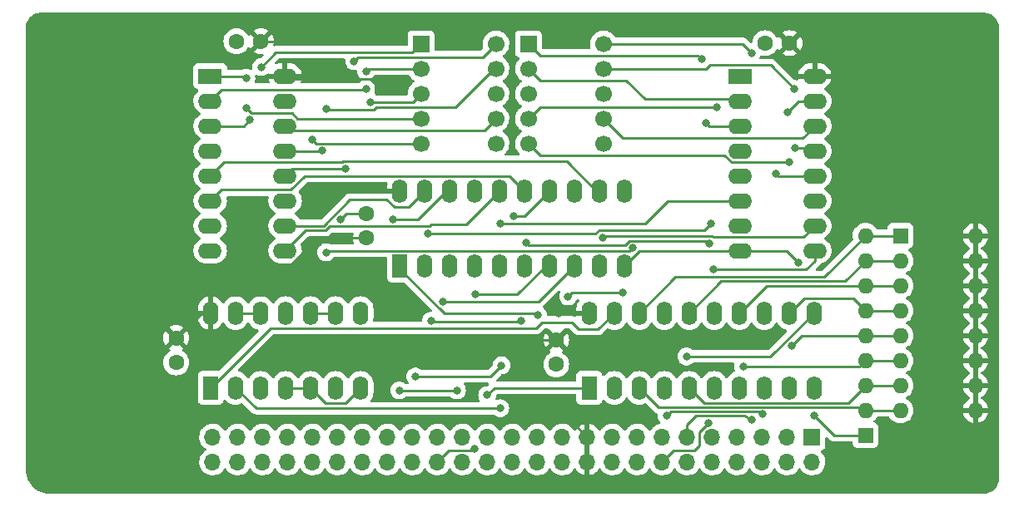
<source format=gtl>
G04 #@! TF.GenerationSoftware,KiCad,Pcbnew,(6.0.6)*
G04 #@! TF.CreationDate,2022-12-03T11:10:17+01:00*
G04 #@! TF.ProjectId,z50-7segment,7a35302d-3773-4656-976d-656e742e6b69,rev?*
G04 #@! TF.SameCoordinates,Original*
G04 #@! TF.FileFunction,Copper,L1,Top*
G04 #@! TF.FilePolarity,Positive*
%FSLAX46Y46*%
G04 Gerber Fmt 4.6, Leading zero omitted, Abs format (unit mm)*
G04 Created by KiCad (PCBNEW (6.0.6)) date 2022-12-03 11:10:17*
%MOMM*%
%LPD*%
G01*
G04 APERTURE LIST*
G04 #@! TA.AperFunction,ComponentPad*
%ADD10C,1.600000*%
G04 #@! TD*
G04 #@! TA.AperFunction,ComponentPad*
%ADD11R,2.400000X1.600000*%
G04 #@! TD*
G04 #@! TA.AperFunction,ComponentPad*
%ADD12O,2.400000X1.600000*%
G04 #@! TD*
G04 #@! TA.AperFunction,ComponentPad*
%ADD13R,1.600000X2.400000*%
G04 #@! TD*
G04 #@! TA.AperFunction,ComponentPad*
%ADD14O,1.600000X2.400000*%
G04 #@! TD*
G04 #@! TA.AperFunction,ComponentPad*
%ADD15R,1.700000X1.700000*%
G04 #@! TD*
G04 #@! TA.AperFunction,ComponentPad*
%ADD16C,1.700000*%
G04 #@! TD*
G04 #@! TA.AperFunction,ComponentPad*
%ADD17R,1.600000X1.600000*%
G04 #@! TD*
G04 #@! TA.AperFunction,ComponentPad*
%ADD18O,1.600000X1.600000*%
G04 #@! TD*
G04 #@! TA.AperFunction,ComponentPad*
%ADD19O,1.700000X1.700000*%
G04 #@! TD*
G04 #@! TA.AperFunction,ViaPad*
%ADD20C,0.800000*%
G04 #@! TD*
G04 #@! TA.AperFunction,Conductor*
%ADD21C,0.250000*%
G04 #@! TD*
G04 APERTURE END LIST*
D10*
X178200000Y-73600000D03*
X175700000Y-73600000D03*
D11*
X173130000Y-76952000D03*
D12*
X173130000Y-79492000D03*
X173130000Y-82032000D03*
X173130000Y-84572000D03*
X173130000Y-87112000D03*
X173130000Y-89652000D03*
X173130000Y-92192000D03*
X173130000Y-94732000D03*
X180750000Y-94732000D03*
X180750000Y-92192000D03*
X180750000Y-89652000D03*
X180750000Y-87112000D03*
X180750000Y-84572000D03*
X180750000Y-82032000D03*
X180750000Y-79492000D03*
X180750000Y-76952000D03*
D13*
X157830000Y-108702000D03*
D14*
X160370000Y-108702000D03*
X162910000Y-108702000D03*
X165450000Y-108702000D03*
X167990000Y-108702000D03*
X170530000Y-108702000D03*
X173070000Y-108702000D03*
X175610000Y-108702000D03*
X178150000Y-108702000D03*
X180690000Y-108702000D03*
X180690000Y-101082000D03*
X178150000Y-101082000D03*
X175610000Y-101082000D03*
X173070000Y-101082000D03*
X170530000Y-101082000D03*
X167990000Y-101082000D03*
X165450000Y-101082000D03*
X162910000Y-101082000D03*
X160370000Y-101082000D03*
X157830000Y-101082000D03*
D15*
X140716000Y-73660000D03*
D16*
X140716000Y-76200000D03*
X140716000Y-78740000D03*
X140716000Y-81280000D03*
X140716000Y-83820000D03*
X148336000Y-83820000D03*
X148336000Y-81280000D03*
X148336000Y-78740000D03*
X148336000Y-76200000D03*
X148336000Y-73660000D03*
D10*
X154475000Y-103825000D03*
X154475000Y-106325000D03*
X135128000Y-93452000D03*
X135128000Y-90952000D03*
D17*
X185928000Y-113538000D03*
D18*
X185928000Y-110998000D03*
X185928000Y-108458000D03*
X185928000Y-105918000D03*
X185928000Y-103378000D03*
X185928000Y-100838000D03*
X185928000Y-98298000D03*
X185928000Y-95758000D03*
X185928000Y-93218000D03*
D15*
X180480000Y-113710000D03*
D19*
X180480000Y-116250000D03*
X177940000Y-113710000D03*
X177940000Y-116250000D03*
X175400000Y-113710000D03*
X175400000Y-116250000D03*
X172860000Y-113710000D03*
X172860000Y-116250000D03*
X170320000Y-113710000D03*
X170320000Y-116250000D03*
X167780000Y-113710000D03*
X167780000Y-116250000D03*
X165240000Y-113710000D03*
X165240000Y-116250000D03*
X162700000Y-113710000D03*
X162700000Y-116250000D03*
X160160000Y-113710000D03*
X160160000Y-116250000D03*
X157620000Y-113710000D03*
X157620000Y-116250000D03*
X155080000Y-113710000D03*
X155080000Y-116250000D03*
X152540000Y-113710000D03*
X152540000Y-116250000D03*
X150000000Y-113710000D03*
X150000000Y-116250000D03*
X147460000Y-113710000D03*
X147460000Y-116250000D03*
X144920000Y-113710000D03*
X144920000Y-116250000D03*
X142380000Y-113710000D03*
X142380000Y-116250000D03*
X139840000Y-113710000D03*
X139840000Y-116250000D03*
X137300000Y-113710000D03*
X137300000Y-116250000D03*
X134760000Y-113710000D03*
X134760000Y-116250000D03*
X132220000Y-113710000D03*
X132220000Y-116250000D03*
X129680000Y-113710000D03*
X129680000Y-116250000D03*
X127140000Y-113710000D03*
X127140000Y-116250000D03*
X124600000Y-113710000D03*
X124600000Y-116250000D03*
X122060000Y-113710000D03*
X122060000Y-116250000D03*
X119520000Y-113710000D03*
X119520000Y-116250000D03*
D13*
X119330000Y-108702000D03*
D14*
X121870000Y-108702000D03*
X124410000Y-108702000D03*
X126950000Y-108702000D03*
X129490000Y-108702000D03*
X132030000Y-108702000D03*
X134570000Y-108702000D03*
X134570000Y-101082000D03*
X132030000Y-101082000D03*
X129490000Y-101082000D03*
X126950000Y-101082000D03*
X124410000Y-101082000D03*
X121870000Y-101082000D03*
X119330000Y-101082000D03*
D10*
X124440000Y-73406000D03*
X121940000Y-73406000D03*
D18*
X197104000Y-93218000D03*
X197104000Y-95758000D03*
X197104000Y-98298000D03*
X197104000Y-100838000D03*
X197104000Y-103378000D03*
X197104000Y-105918000D03*
X197104000Y-108458000D03*
X197104000Y-110998000D03*
X189484000Y-110998000D03*
X189484000Y-108458000D03*
X189484000Y-105918000D03*
X189484000Y-103378000D03*
X189484000Y-100838000D03*
X189484000Y-98298000D03*
X189484000Y-95758000D03*
D17*
X189484000Y-93218000D03*
D13*
X138580000Y-96256000D03*
D14*
X141120000Y-96256000D03*
X143660000Y-96256000D03*
X146200000Y-96256000D03*
X148740000Y-96256000D03*
X151280000Y-96256000D03*
X153820000Y-96256000D03*
X156360000Y-96256000D03*
X158900000Y-96256000D03*
X161440000Y-96256000D03*
X161440000Y-88636000D03*
X158900000Y-88636000D03*
X156360000Y-88636000D03*
X153820000Y-88636000D03*
X151280000Y-88636000D03*
X148740000Y-88636000D03*
X146200000Y-88636000D03*
X143660000Y-88636000D03*
X141120000Y-88636000D03*
X138580000Y-88636000D03*
D10*
X115824000Y-103632000D03*
X115824000Y-106132000D03*
D11*
X119280000Y-76952000D03*
D12*
X119280000Y-79492000D03*
X119280000Y-82032000D03*
X119280000Y-84572000D03*
X119280000Y-87112000D03*
X119280000Y-89652000D03*
X119280000Y-92192000D03*
X119280000Y-94732000D03*
X126900000Y-94732000D03*
X126900000Y-92192000D03*
X126900000Y-89652000D03*
X126900000Y-87112000D03*
X126900000Y-84572000D03*
X126900000Y-82032000D03*
X126900000Y-79492000D03*
X126900000Y-76952000D03*
D15*
X151638000Y-73660000D03*
D16*
X151638000Y-76200000D03*
X151638000Y-78740000D03*
X151638000Y-81280000D03*
X151638000Y-83820000D03*
X159258000Y-83820000D03*
X159258000Y-81280000D03*
X159258000Y-78740000D03*
X159258000Y-76200000D03*
X159258000Y-73660000D03*
D20*
X136450000Y-104125000D03*
X126873000Y-73406000D03*
X153400000Y-109925000D03*
X154750000Y-101125000D03*
X136800000Y-77275000D03*
X132550000Y-91525000D03*
X179100000Y-95950000D03*
X155675000Y-99400000D03*
X180700000Y-111500000D03*
X161250000Y-99025000D03*
X135600000Y-79575000D03*
X169926000Y-112300007D03*
X173482000Y-106566300D03*
X178378463Y-104418135D03*
X147450000Y-109450000D03*
X175437800Y-111401009D03*
X165709600Y-111556800D03*
X167716200Y-105511600D03*
X174325000Y-111950000D03*
X148775000Y-110775000D03*
X131075000Y-94900000D03*
X162214265Y-94457136D03*
X152605308Y-101286740D03*
X141425000Y-93025000D03*
X170225000Y-91950000D03*
X148800000Y-91975000D03*
X170064942Y-94007500D03*
X151400000Y-93900000D03*
X170475000Y-96675000D03*
X146150000Y-114950000D03*
X146216410Y-99175500D03*
X142975500Y-99900000D03*
X159200000Y-93425000D03*
X150874500Y-101882500D03*
X141725000Y-101882500D03*
X140150000Y-107550000D03*
X148900000Y-106425000D03*
X150117385Y-91250500D03*
X144375000Y-108975000D03*
X138500000Y-108975000D03*
X137906362Y-91525500D03*
X170790000Y-80100000D03*
X169710000Y-81700000D03*
X169250000Y-75190000D03*
X174350000Y-74600000D03*
X176810000Y-86890000D03*
X178710000Y-78260000D03*
X178740000Y-84280000D03*
X178190000Y-85720000D03*
X177985500Y-80596520D03*
X122950000Y-77125000D03*
X123000000Y-80250000D03*
X135128000Y-78232000D03*
X135128000Y-76454000D03*
X123292620Y-81426169D03*
X124475000Y-76025000D03*
X133060328Y-86386500D03*
X133925000Y-75438000D03*
X130702693Y-84544500D03*
X131075000Y-80275000D03*
X129625000Y-83400000D03*
D21*
X126873000Y-73406000D02*
X124440000Y-73406000D01*
X135128000Y-93452000D02*
X130170990Y-93452000D01*
X124397990Y-99225000D02*
X119450000Y-99225000D01*
X118374000Y-101082000D02*
X115824000Y-103632000D01*
X154750000Y-101125000D02*
X154793000Y-101082000D01*
X136450000Y-104125000D02*
X136750000Y-103825000D01*
X127223000Y-77275000D02*
X126900000Y-76952000D01*
X130170990Y-93452000D02*
X124397990Y-99225000D01*
X136750000Y-103825000D02*
X154475000Y-103825000D01*
X157620000Y-113710000D02*
X153835000Y-109925000D01*
X119330000Y-101082000D02*
X118374000Y-101082000D01*
X153835000Y-109925000D02*
X153400000Y-109925000D01*
X136800000Y-77275000D02*
X127223000Y-77275000D01*
X154793000Y-101082000D02*
X157830000Y-101082000D01*
X119330000Y-99345000D02*
X119330000Y-101082000D01*
X119450000Y-99225000D02*
X119330000Y-99345000D01*
X185928000Y-113538000D02*
X182738000Y-113538000D01*
X132030000Y-101082000D02*
X129490000Y-101082000D01*
X135600000Y-79575000D02*
X139881000Y-79575000D01*
X173130000Y-94732000D02*
X162964000Y-94732000D01*
X179100000Y-95950000D02*
X177882000Y-94732000D01*
X121870000Y-101082000D02*
X124410000Y-101082000D01*
X131015000Y-110227000D02*
X133045000Y-110227000D01*
X133123000Y-90952000D02*
X135128000Y-90952000D01*
X133045000Y-110227000D02*
X134570000Y-108702000D01*
X177882000Y-94732000D02*
X173130000Y-94732000D01*
X129490000Y-108702000D02*
X126950000Y-108702000D01*
X161250000Y-99025000D02*
X156050000Y-99025000D01*
X162964000Y-94732000D02*
X161440000Y-96256000D01*
X139881000Y-79575000D02*
X140716000Y-78740000D01*
X132550000Y-91525000D02*
X133123000Y-90952000D01*
X129490000Y-108702000D02*
X131015000Y-110227000D01*
X182738000Y-113538000D02*
X180700000Y-111500000D01*
X156050000Y-99025000D02*
X155675000Y-99400000D01*
X169037000Y-113189007D02*
X169926000Y-112300007D01*
X169037000Y-114554000D02*
X169037000Y-113284000D01*
X169037000Y-113284000D02*
X169037000Y-113189007D01*
X168859200Y-114731800D02*
X169037000Y-114554000D01*
X166415000Y-115075000D02*
X168516000Y-115075000D01*
X168516000Y-115075000D02*
X168859200Y-114731800D01*
X165240000Y-116250000D02*
X166415000Y-115075000D01*
X185606501Y-110676501D02*
X164884501Y-110676501D01*
X164884501Y-110676501D02*
X162910000Y-108702000D01*
X185928000Y-110998000D02*
X185606501Y-110676501D01*
X185928000Y-110998000D02*
X189484000Y-110998000D01*
X169515000Y-110227000D02*
X167990000Y-108702000D01*
X184159000Y-110227000D02*
X169515000Y-110227000D01*
X185928000Y-108458000D02*
X189484000Y-108458000D01*
X185928000Y-108458000D02*
X184159000Y-110227000D01*
X185928000Y-105918000D02*
X185279700Y-106566300D01*
X185928000Y-105918000D02*
X189484000Y-105918000D01*
X185279700Y-106566300D02*
X173482000Y-106566300D01*
X179418598Y-103378000D02*
X178378463Y-104418135D01*
X185928000Y-103378000D02*
X189484000Y-103378000D01*
X185928000Y-103378000D02*
X179418598Y-103378000D01*
X179675000Y-99557000D02*
X178150000Y-101082000D01*
X184647000Y-99557000D02*
X179675000Y-99557000D01*
X185928000Y-100838000D02*
X189484000Y-100838000D01*
X185928000Y-100838000D02*
X184647000Y-99557000D01*
X148198000Y-108702000D02*
X147450000Y-109450000D01*
X157830000Y-108702000D02*
X148198000Y-108702000D01*
X175162793Y-111126002D02*
X166140398Y-111126002D01*
X175437800Y-111401009D02*
X175162793Y-111126002D01*
X166140398Y-111126002D02*
X165709600Y-111556800D01*
X180690000Y-101082000D02*
X176260400Y-105511600D01*
X176260400Y-105511600D02*
X167716200Y-105511600D01*
X168712416Y-111575503D02*
X167780000Y-112507919D01*
X174325000Y-111950000D02*
X173576903Y-111575503D01*
X173576903Y-111575503D02*
X168712416Y-111575503D01*
X167780000Y-112507919D02*
X167780000Y-113710000D01*
X156100000Y-102050000D02*
X156775000Y-102725000D01*
X125425000Y-102607000D02*
X152443000Y-102607000D01*
X156775000Y-102725000D02*
X158727000Y-102725000D01*
X158727000Y-102725000D02*
X160370000Y-101082000D01*
X119330000Y-108702000D02*
X125425000Y-102607000D01*
X153000000Y-102050000D02*
X156100000Y-102050000D01*
X152443000Y-102607000D02*
X153000000Y-102050000D01*
X123943000Y-110775000D02*
X121870000Y-108702000D01*
X148775000Y-110775000D02*
X123943000Y-110775000D01*
X131075000Y-94900000D02*
X131244000Y-94731000D01*
X131244000Y-94731000D02*
X161940401Y-94731000D01*
X161940401Y-94731000D02*
X162214265Y-94457136D01*
X152476568Y-101158000D02*
X152605308Y-101286740D01*
X143082000Y-101158000D02*
X152476568Y-101158000D01*
X138580000Y-96656000D02*
X143082000Y-101158000D01*
X138580000Y-96256000D02*
X138580000Y-96656000D01*
X141425000Y-93025000D02*
X158450402Y-93025000D01*
X169549500Y-92625500D02*
X170225000Y-91950000D01*
X158849902Y-92625500D02*
X169549500Y-92625500D01*
X158450402Y-93025000D02*
X158849902Y-92625500D01*
X173130000Y-89652000D02*
X165823000Y-89652000D01*
X163500000Y-91975000D02*
X148800000Y-91975000D01*
X165823000Y-89652000D02*
X163875000Y-91600000D01*
X163875000Y-91600000D02*
X163500000Y-91975000D01*
X161914167Y-93732636D02*
X169790078Y-93732636D01*
X180750000Y-95782000D02*
X180750000Y-94732000D01*
X151400000Y-93900000D02*
X151649500Y-94149500D01*
X161497303Y-94149500D02*
X161914167Y-93732636D01*
X170475000Y-96675000D02*
X179857000Y-96675000D01*
X169790078Y-93732636D02*
X170064942Y-94007500D01*
X151649500Y-94149500D02*
X161497303Y-94149500D01*
X179857000Y-96675000D02*
X180750000Y-95782000D01*
X150500500Y-99175500D02*
X146216410Y-99175500D01*
X153820000Y-96256000D02*
X153420000Y-96256000D01*
X146025000Y-115075000D02*
X146150000Y-114950000D01*
X153420000Y-96256000D02*
X150500500Y-99175500D01*
X143555000Y-115075000D02*
X146025000Y-115075000D01*
X142380000Y-116250000D02*
X143555000Y-115075000D01*
X152716000Y-99900000D02*
X142975500Y-99900000D01*
X156360000Y-96256000D02*
X152716000Y-99900000D01*
X179625000Y-93317000D02*
X170399040Y-93317000D01*
X170399040Y-93317000D02*
X170365040Y-93283000D01*
X159342000Y-93283000D02*
X159200000Y-93425000D01*
X180750000Y-92192000D02*
X179625000Y-93317000D01*
X170365040Y-93283000D02*
X159342000Y-93283000D01*
X120686529Y-85705471D02*
X132716759Y-85705471D01*
X132760230Y-85662000D02*
X155526000Y-85662000D01*
X158500000Y-88636000D02*
X158900000Y-88636000D01*
X119280000Y-87112000D02*
X120686529Y-85705471D01*
X132716759Y-85705471D02*
X132760230Y-85662000D01*
X155526000Y-85662000D02*
X158500000Y-88636000D01*
X150757000Y-102000000D02*
X150874500Y-101882500D01*
X141725000Y-101882500D02*
X141842500Y-102000000D01*
X141842500Y-102000000D02*
X150757000Y-102000000D01*
X140150000Y-107550000D02*
X147775000Y-107550000D01*
X153820000Y-88636000D02*
X151205500Y-91250500D01*
X147775000Y-107550000D02*
X148900000Y-106425000D01*
X151205500Y-91250500D02*
X150117385Y-91250500D01*
X151280000Y-88636000D02*
X149755000Y-87111000D01*
X120404500Y-88527500D02*
X119280000Y-89652000D01*
X127475490Y-88527500D02*
X120404500Y-88527500D01*
X128891990Y-87111000D02*
X127475490Y-88527500D01*
X149755000Y-87111000D02*
X128891990Y-87111000D01*
X141788811Y-92025499D02*
X141564310Y-92250000D01*
X145350501Y-92025499D02*
X141788811Y-92025499D01*
X131410690Y-92250000D02*
X131019189Y-92641501D01*
X128990499Y-92641501D02*
X126900000Y-94732000D01*
X141564310Y-92250000D02*
X131410690Y-92250000D01*
X131019189Y-92641501D02*
X128990499Y-92641501D01*
X148740000Y-88636000D02*
X145350501Y-92025499D01*
X138500000Y-108975000D02*
X144375000Y-108975000D01*
X143260000Y-88636000D02*
X140370500Y-91525500D01*
X140370500Y-91525500D02*
X137906362Y-91525500D01*
X143660000Y-88636000D02*
X143260000Y-88636000D01*
X126900000Y-92192000D02*
X130833000Y-92192000D01*
X130833000Y-92192000D02*
X133500000Y-89525000D01*
X139456000Y-90300000D02*
X141120000Y-88636000D01*
X138000000Y-90300000D02*
X139456000Y-90300000D01*
X133500000Y-89525000D02*
X137225000Y-89525000D01*
X137225000Y-89525000D02*
X138000000Y-90300000D01*
X151638000Y-81280000D02*
X152813000Y-80105000D01*
X152813000Y-80105000D02*
X169977000Y-80105000D01*
X169977000Y-80105000D02*
X169982000Y-80100000D01*
X169982000Y-80100000D02*
X170790000Y-80100000D01*
X151638000Y-76200000D02*
X152813000Y-77375000D01*
X152813000Y-77375000D02*
X161575000Y-77375000D01*
X161575000Y-77375000D02*
X163500000Y-79300000D01*
X172938000Y-79300000D02*
X173130000Y-79492000D01*
X163500000Y-79300000D02*
X172938000Y-79300000D01*
X169710000Y-81700000D02*
X170042000Y-82032000D01*
X151638000Y-73660000D02*
X152813000Y-74835000D01*
X168895000Y-74835000D02*
X169250000Y-75190000D01*
X170042000Y-82032000D02*
X173130000Y-82032000D01*
X152813000Y-74835000D02*
X168895000Y-74835000D01*
X176810000Y-86890000D02*
X177032000Y-87112000D01*
X177032000Y-87112000D02*
X180750000Y-87112000D01*
X173410000Y-73660000D02*
X174350000Y-74600000D01*
X159258000Y-73660000D02*
X173410000Y-73660000D01*
X176277000Y-75827000D02*
X178710000Y-78260000D01*
X159258000Y-76200000D02*
X169728000Y-76200000D01*
X170101000Y-75827000D02*
X176277000Y-75827000D01*
X178740000Y-84280000D02*
X180458000Y-84280000D01*
X180458000Y-84280000D02*
X180750000Y-84572000D01*
X169728000Y-76200000D02*
X170101000Y-75827000D01*
X179512000Y-83270000D02*
X180750000Y-82032000D01*
X161248000Y-83270000D02*
X179512000Y-83270000D01*
X159258000Y-81280000D02*
X161248000Y-83270000D01*
X152813000Y-84995000D02*
X171562010Y-84995000D01*
X171562010Y-84995000D02*
X172287010Y-85720000D01*
X180750000Y-79492000D02*
X179090020Y-79492000D01*
X151638000Y-83820000D02*
X152813000Y-84995000D01*
X172287010Y-85720000D02*
X178190000Y-85720000D01*
X179090020Y-79492000D02*
X177985500Y-80596520D01*
X128138990Y-81280000D02*
X127583990Y-80725000D01*
X123475000Y-80725000D02*
X123000000Y-80250000D01*
X122777000Y-76952000D02*
X119280000Y-76952000D01*
X125725000Y-80725000D02*
X123475000Y-80725000D01*
X127583990Y-80725000D02*
X125725000Y-80725000D01*
X140716000Y-81280000D02*
X128138990Y-81280000D01*
X122950000Y-77125000D02*
X122777000Y-76952000D01*
X135128000Y-76454000D02*
X135382000Y-76200000D01*
X120447000Y-78325000D02*
X119280000Y-79492000D01*
X135382000Y-76200000D02*
X140716000Y-76200000D01*
X120447000Y-78325000D02*
X135035000Y-78325000D01*
X135035000Y-78325000D02*
X135128000Y-78232000D01*
X122686789Y-82032000D02*
X123292620Y-81426169D01*
X139845000Y-74531000D02*
X125969000Y-74531000D01*
X125969000Y-74531000D02*
X124475000Y-76025000D01*
X119280000Y-82032000D02*
X122686789Y-82032000D01*
X140716000Y-73660000D02*
X139845000Y-74531000D01*
X134338000Y-75025000D02*
X133925000Y-75438000D01*
X146971000Y-75025000D02*
X134338000Y-75025000D01*
X126900000Y-87112000D02*
X127625500Y-86386500D01*
X127625500Y-86386500D02*
X133060328Y-86386500D01*
X148336000Y-73660000D02*
X146971000Y-75025000D01*
X148150402Y-76200000D02*
X144250402Y-80100000D01*
X131149500Y-80349500D02*
X131075000Y-80275000D01*
X136174598Y-80100000D02*
X135925098Y-80349500D01*
X148336000Y-76200000D02*
X148150402Y-76200000D01*
X135925098Y-80349500D02*
X131149500Y-80349500D01*
X144250402Y-80100000D02*
X136174598Y-80100000D01*
X130675193Y-84572000D02*
X130702693Y-84544500D01*
X126900000Y-84572000D02*
X130675193Y-84572000D01*
X148336000Y-81280000D02*
X147161000Y-82455000D01*
X127323000Y-82455000D02*
X126900000Y-82032000D01*
X147161000Y-82455000D02*
X127323000Y-82455000D01*
X140716000Y-83820000D02*
X130045000Y-83820000D01*
X130045000Y-83820000D02*
X129625000Y-83400000D01*
X185928000Y-98298000D02*
X189484000Y-98298000D01*
X175854000Y-98298000D02*
X173070000Y-101082000D01*
X185928000Y-98298000D02*
X175854000Y-98298000D01*
X183837501Y-97848499D02*
X171223501Y-97848499D01*
X171223501Y-97848499D02*
X167990000Y-101082000D01*
X185928000Y-95758000D02*
X183837501Y-97848499D01*
X185928000Y-95758000D02*
X189484000Y-95758000D01*
X185928000Y-93218000D02*
X189484000Y-93218000D01*
X185928000Y-93218000D02*
X181747002Y-97398998D01*
X181747002Y-97398998D02*
X170775600Y-97398998D01*
X170775098Y-97399500D02*
X166592500Y-97399500D01*
X166592500Y-97399500D02*
X162910000Y-101082000D01*
X170775600Y-97398998D02*
X170775098Y-97399500D01*
G04 #@! TA.AperFunction,Conductor*
G36*
X197970018Y-70510000D02*
G01*
X197984851Y-70512310D01*
X197984855Y-70512310D01*
X197993724Y-70513691D01*
X198008981Y-70511696D01*
X198034302Y-70510953D01*
X198203285Y-70523039D01*
X198221064Y-70525596D01*
X198411392Y-70566999D01*
X198428641Y-70572063D01*
X198611150Y-70640136D01*
X198627502Y-70647604D01*
X198798458Y-70740952D01*
X198813582Y-70750672D01*
X198969514Y-70867402D01*
X198983100Y-70879175D01*
X199120825Y-71016900D01*
X199132598Y-71030486D01*
X199249328Y-71186418D01*
X199259048Y-71201542D01*
X199352396Y-71372498D01*
X199359864Y-71388850D01*
X199427937Y-71571359D01*
X199433001Y-71588607D01*
X199474404Y-71778936D01*
X199476962Y-71796721D01*
X199488540Y-71958601D01*
X199487793Y-71976565D01*
X199487692Y-71984845D01*
X199486309Y-71993724D01*
X199487474Y-72002630D01*
X199490436Y-72025283D01*
X199491500Y-72041621D01*
X199491500Y-117950633D01*
X199490000Y-117970018D01*
X199487690Y-117984851D01*
X199487690Y-117984855D01*
X199486309Y-117993724D01*
X199488304Y-118008976D01*
X199489047Y-118034302D01*
X199480211Y-118157858D01*
X199476962Y-118203279D01*
X199474404Y-118221064D01*
X199456598Y-118302919D01*
X199433001Y-118411392D01*
X199427937Y-118428641D01*
X199359864Y-118611150D01*
X199352396Y-118627502D01*
X199259048Y-118798458D01*
X199249328Y-118813582D01*
X199132598Y-118969514D01*
X199120825Y-118983100D01*
X198983100Y-119120825D01*
X198969514Y-119132598D01*
X198813582Y-119249328D01*
X198798458Y-119259048D01*
X198627502Y-119352396D01*
X198611150Y-119359864D01*
X198428641Y-119427937D01*
X198411393Y-119433001D01*
X198221064Y-119474404D01*
X198203285Y-119476961D01*
X198041395Y-119488540D01*
X198023435Y-119487793D01*
X198015155Y-119487692D01*
X198006276Y-119486309D01*
X197974714Y-119490436D01*
X197958379Y-119491500D01*
X103049367Y-119491500D01*
X103029982Y-119490000D01*
X103015149Y-119487690D01*
X103015145Y-119487690D01*
X103006276Y-119486309D01*
X102989077Y-119488558D01*
X102965137Y-119489391D01*
X102707290Y-119473794D01*
X102692186Y-119471960D01*
X102620214Y-119458771D01*
X102411240Y-119420475D01*
X102396473Y-119416836D01*
X102123769Y-119331858D01*
X102109555Y-119326466D01*
X101849092Y-119209242D01*
X101835621Y-119202172D01*
X101591187Y-119054405D01*
X101578666Y-119045762D01*
X101353829Y-118869615D01*
X101342440Y-118859525D01*
X101140475Y-118657560D01*
X101130385Y-118646171D01*
X100954238Y-118421334D01*
X100945595Y-118408813D01*
X100797828Y-118164379D01*
X100790757Y-118150906D01*
X100733711Y-118024155D01*
X100673534Y-117890445D01*
X100668141Y-117876227D01*
X100585669Y-117611564D01*
X100583164Y-117603526D01*
X100579523Y-117588754D01*
X100578657Y-117584025D01*
X100528040Y-117307814D01*
X100526206Y-117292710D01*
X100511269Y-117045768D01*
X100512520Y-117022216D01*
X100512334Y-117022199D01*
X100512769Y-117017350D01*
X100513576Y-117012552D01*
X100513729Y-117000000D01*
X100509773Y-116972376D01*
X100508500Y-116954514D01*
X100508500Y-116216695D01*
X118157251Y-116216695D01*
X118157548Y-116221848D01*
X118157548Y-116221851D01*
X118163011Y-116316590D01*
X118170110Y-116439715D01*
X118171247Y-116444761D01*
X118171248Y-116444767D01*
X118191119Y-116532939D01*
X118219222Y-116657639D01*
X118303266Y-116864616D01*
X118354019Y-116947438D01*
X118417291Y-117050688D01*
X118419987Y-117055088D01*
X118566250Y-117223938D01*
X118738126Y-117366632D01*
X118931000Y-117479338D01*
X119139692Y-117559030D01*
X119144760Y-117560061D01*
X119144763Y-117560062D01*
X119239862Y-117579410D01*
X119358597Y-117603567D01*
X119363772Y-117603757D01*
X119363774Y-117603757D01*
X119576673Y-117611564D01*
X119576677Y-117611564D01*
X119581837Y-117611753D01*
X119586957Y-117611097D01*
X119586959Y-117611097D01*
X119798288Y-117584025D01*
X119798289Y-117584025D01*
X119803416Y-117583368D01*
X119808366Y-117581883D01*
X120012429Y-117520661D01*
X120012434Y-117520659D01*
X120017384Y-117519174D01*
X120217994Y-117420896D01*
X120399860Y-117291173D01*
X120558096Y-117133489D01*
X120617594Y-117050689D01*
X120688453Y-116952077D01*
X120689776Y-116953028D01*
X120736645Y-116909857D01*
X120806580Y-116897625D01*
X120872026Y-116925144D01*
X120899875Y-116956994D01*
X120959987Y-117055088D01*
X121106250Y-117223938D01*
X121278126Y-117366632D01*
X121471000Y-117479338D01*
X121679692Y-117559030D01*
X121684760Y-117560061D01*
X121684763Y-117560062D01*
X121779862Y-117579410D01*
X121898597Y-117603567D01*
X121903772Y-117603757D01*
X121903774Y-117603757D01*
X122116673Y-117611564D01*
X122116677Y-117611564D01*
X122121837Y-117611753D01*
X122126957Y-117611097D01*
X122126959Y-117611097D01*
X122338288Y-117584025D01*
X122338289Y-117584025D01*
X122343416Y-117583368D01*
X122348366Y-117581883D01*
X122552429Y-117520661D01*
X122552434Y-117520659D01*
X122557384Y-117519174D01*
X122757994Y-117420896D01*
X122939860Y-117291173D01*
X123098096Y-117133489D01*
X123157594Y-117050689D01*
X123228453Y-116952077D01*
X123229776Y-116953028D01*
X123276645Y-116909857D01*
X123346580Y-116897625D01*
X123412026Y-116925144D01*
X123439875Y-116956994D01*
X123499987Y-117055088D01*
X123646250Y-117223938D01*
X123818126Y-117366632D01*
X124011000Y-117479338D01*
X124219692Y-117559030D01*
X124224760Y-117560061D01*
X124224763Y-117560062D01*
X124319862Y-117579410D01*
X124438597Y-117603567D01*
X124443772Y-117603757D01*
X124443774Y-117603757D01*
X124656673Y-117611564D01*
X124656677Y-117611564D01*
X124661837Y-117611753D01*
X124666957Y-117611097D01*
X124666959Y-117611097D01*
X124878288Y-117584025D01*
X124878289Y-117584025D01*
X124883416Y-117583368D01*
X124888366Y-117581883D01*
X125092429Y-117520661D01*
X125092434Y-117520659D01*
X125097384Y-117519174D01*
X125297994Y-117420896D01*
X125479860Y-117291173D01*
X125638096Y-117133489D01*
X125697594Y-117050689D01*
X125768453Y-116952077D01*
X125769776Y-116953028D01*
X125816645Y-116909857D01*
X125886580Y-116897625D01*
X125952026Y-116925144D01*
X125979875Y-116956994D01*
X126039987Y-117055088D01*
X126186250Y-117223938D01*
X126358126Y-117366632D01*
X126551000Y-117479338D01*
X126759692Y-117559030D01*
X126764760Y-117560061D01*
X126764763Y-117560062D01*
X126859862Y-117579410D01*
X126978597Y-117603567D01*
X126983772Y-117603757D01*
X126983774Y-117603757D01*
X127196673Y-117611564D01*
X127196677Y-117611564D01*
X127201837Y-117611753D01*
X127206957Y-117611097D01*
X127206959Y-117611097D01*
X127418288Y-117584025D01*
X127418289Y-117584025D01*
X127423416Y-117583368D01*
X127428366Y-117581883D01*
X127632429Y-117520661D01*
X127632434Y-117520659D01*
X127637384Y-117519174D01*
X127837994Y-117420896D01*
X128019860Y-117291173D01*
X128178096Y-117133489D01*
X128237594Y-117050689D01*
X128308453Y-116952077D01*
X128309776Y-116953028D01*
X128356645Y-116909857D01*
X128426580Y-116897625D01*
X128492026Y-116925144D01*
X128519875Y-116956994D01*
X128579987Y-117055088D01*
X128726250Y-117223938D01*
X128898126Y-117366632D01*
X129091000Y-117479338D01*
X129299692Y-117559030D01*
X129304760Y-117560061D01*
X129304763Y-117560062D01*
X129399862Y-117579410D01*
X129518597Y-117603567D01*
X129523772Y-117603757D01*
X129523774Y-117603757D01*
X129736673Y-117611564D01*
X129736677Y-117611564D01*
X129741837Y-117611753D01*
X129746957Y-117611097D01*
X129746959Y-117611097D01*
X129958288Y-117584025D01*
X129958289Y-117584025D01*
X129963416Y-117583368D01*
X129968366Y-117581883D01*
X130172429Y-117520661D01*
X130172434Y-117520659D01*
X130177384Y-117519174D01*
X130377994Y-117420896D01*
X130559860Y-117291173D01*
X130718096Y-117133489D01*
X130777594Y-117050689D01*
X130848453Y-116952077D01*
X130849776Y-116953028D01*
X130896645Y-116909857D01*
X130966580Y-116897625D01*
X131032026Y-116925144D01*
X131059875Y-116956994D01*
X131119987Y-117055088D01*
X131266250Y-117223938D01*
X131438126Y-117366632D01*
X131631000Y-117479338D01*
X131839692Y-117559030D01*
X131844760Y-117560061D01*
X131844763Y-117560062D01*
X131939862Y-117579410D01*
X132058597Y-117603567D01*
X132063772Y-117603757D01*
X132063774Y-117603757D01*
X132276673Y-117611564D01*
X132276677Y-117611564D01*
X132281837Y-117611753D01*
X132286957Y-117611097D01*
X132286959Y-117611097D01*
X132498288Y-117584025D01*
X132498289Y-117584025D01*
X132503416Y-117583368D01*
X132508366Y-117581883D01*
X132712429Y-117520661D01*
X132712434Y-117520659D01*
X132717384Y-117519174D01*
X132917994Y-117420896D01*
X133099860Y-117291173D01*
X133258096Y-117133489D01*
X133317594Y-117050689D01*
X133388453Y-116952077D01*
X133389776Y-116953028D01*
X133436645Y-116909857D01*
X133506580Y-116897625D01*
X133572026Y-116925144D01*
X133599875Y-116956994D01*
X133659987Y-117055088D01*
X133806250Y-117223938D01*
X133978126Y-117366632D01*
X134171000Y-117479338D01*
X134379692Y-117559030D01*
X134384760Y-117560061D01*
X134384763Y-117560062D01*
X134479862Y-117579410D01*
X134598597Y-117603567D01*
X134603772Y-117603757D01*
X134603774Y-117603757D01*
X134816673Y-117611564D01*
X134816677Y-117611564D01*
X134821837Y-117611753D01*
X134826957Y-117611097D01*
X134826959Y-117611097D01*
X135038288Y-117584025D01*
X135038289Y-117584025D01*
X135043416Y-117583368D01*
X135048366Y-117581883D01*
X135252429Y-117520661D01*
X135252434Y-117520659D01*
X135257384Y-117519174D01*
X135457994Y-117420896D01*
X135639860Y-117291173D01*
X135798096Y-117133489D01*
X135857594Y-117050689D01*
X135928453Y-116952077D01*
X135929776Y-116953028D01*
X135976645Y-116909857D01*
X136046580Y-116897625D01*
X136112026Y-116925144D01*
X136139875Y-116956994D01*
X136199987Y-117055088D01*
X136346250Y-117223938D01*
X136518126Y-117366632D01*
X136711000Y-117479338D01*
X136919692Y-117559030D01*
X136924760Y-117560061D01*
X136924763Y-117560062D01*
X137019862Y-117579410D01*
X137138597Y-117603567D01*
X137143772Y-117603757D01*
X137143774Y-117603757D01*
X137356673Y-117611564D01*
X137356677Y-117611564D01*
X137361837Y-117611753D01*
X137366957Y-117611097D01*
X137366959Y-117611097D01*
X137578288Y-117584025D01*
X137578289Y-117584025D01*
X137583416Y-117583368D01*
X137588366Y-117581883D01*
X137792429Y-117520661D01*
X137792434Y-117520659D01*
X137797384Y-117519174D01*
X137997994Y-117420896D01*
X138179860Y-117291173D01*
X138338096Y-117133489D01*
X138397594Y-117050689D01*
X138468453Y-116952077D01*
X138469776Y-116953028D01*
X138516645Y-116909857D01*
X138586580Y-116897625D01*
X138652026Y-116925144D01*
X138679875Y-116956994D01*
X138739987Y-117055088D01*
X138886250Y-117223938D01*
X139058126Y-117366632D01*
X139251000Y-117479338D01*
X139459692Y-117559030D01*
X139464760Y-117560061D01*
X139464763Y-117560062D01*
X139559862Y-117579410D01*
X139678597Y-117603567D01*
X139683772Y-117603757D01*
X139683774Y-117603757D01*
X139896673Y-117611564D01*
X139896677Y-117611564D01*
X139901837Y-117611753D01*
X139906957Y-117611097D01*
X139906959Y-117611097D01*
X140118288Y-117584025D01*
X140118289Y-117584025D01*
X140123416Y-117583368D01*
X140128366Y-117581883D01*
X140332429Y-117520661D01*
X140332434Y-117520659D01*
X140337384Y-117519174D01*
X140537994Y-117420896D01*
X140719860Y-117291173D01*
X140878096Y-117133489D01*
X140937594Y-117050689D01*
X141008453Y-116952077D01*
X141009776Y-116953028D01*
X141056645Y-116909857D01*
X141126580Y-116897625D01*
X141192026Y-116925144D01*
X141219875Y-116956994D01*
X141279987Y-117055088D01*
X141426250Y-117223938D01*
X141598126Y-117366632D01*
X141791000Y-117479338D01*
X141999692Y-117559030D01*
X142004760Y-117560061D01*
X142004763Y-117560062D01*
X142099862Y-117579410D01*
X142218597Y-117603567D01*
X142223772Y-117603757D01*
X142223774Y-117603757D01*
X142436673Y-117611564D01*
X142436677Y-117611564D01*
X142441837Y-117611753D01*
X142446957Y-117611097D01*
X142446959Y-117611097D01*
X142658288Y-117584025D01*
X142658289Y-117584025D01*
X142663416Y-117583368D01*
X142668366Y-117581883D01*
X142872429Y-117520661D01*
X142872434Y-117520659D01*
X142877384Y-117519174D01*
X143077994Y-117420896D01*
X143259860Y-117291173D01*
X143418096Y-117133489D01*
X143477594Y-117050689D01*
X143548453Y-116952077D01*
X143549776Y-116953028D01*
X143596645Y-116909857D01*
X143666580Y-116897625D01*
X143732026Y-116925144D01*
X143759875Y-116956994D01*
X143819987Y-117055088D01*
X143966250Y-117223938D01*
X144138126Y-117366632D01*
X144331000Y-117479338D01*
X144539692Y-117559030D01*
X144544760Y-117560061D01*
X144544763Y-117560062D01*
X144639862Y-117579410D01*
X144758597Y-117603567D01*
X144763772Y-117603757D01*
X144763774Y-117603757D01*
X144976673Y-117611564D01*
X144976677Y-117611564D01*
X144981837Y-117611753D01*
X144986957Y-117611097D01*
X144986959Y-117611097D01*
X145198288Y-117584025D01*
X145198289Y-117584025D01*
X145203416Y-117583368D01*
X145208366Y-117581883D01*
X145412429Y-117520661D01*
X145412434Y-117520659D01*
X145417384Y-117519174D01*
X145617994Y-117420896D01*
X145799860Y-117291173D01*
X145958096Y-117133489D01*
X146017594Y-117050689D01*
X146088453Y-116952077D01*
X146089776Y-116953028D01*
X146136645Y-116909857D01*
X146206580Y-116897625D01*
X146272026Y-116925144D01*
X146299875Y-116956994D01*
X146359987Y-117055088D01*
X146506250Y-117223938D01*
X146678126Y-117366632D01*
X146871000Y-117479338D01*
X147079692Y-117559030D01*
X147084760Y-117560061D01*
X147084763Y-117560062D01*
X147179862Y-117579410D01*
X147298597Y-117603567D01*
X147303772Y-117603757D01*
X147303774Y-117603757D01*
X147516673Y-117611564D01*
X147516677Y-117611564D01*
X147521837Y-117611753D01*
X147526957Y-117611097D01*
X147526959Y-117611097D01*
X147738288Y-117584025D01*
X147738289Y-117584025D01*
X147743416Y-117583368D01*
X147748366Y-117581883D01*
X147952429Y-117520661D01*
X147952434Y-117520659D01*
X147957384Y-117519174D01*
X148157994Y-117420896D01*
X148339860Y-117291173D01*
X148498096Y-117133489D01*
X148557594Y-117050689D01*
X148628453Y-116952077D01*
X148629776Y-116953028D01*
X148676645Y-116909857D01*
X148746580Y-116897625D01*
X148812026Y-116925144D01*
X148839875Y-116956994D01*
X148899987Y-117055088D01*
X149046250Y-117223938D01*
X149218126Y-117366632D01*
X149411000Y-117479338D01*
X149619692Y-117559030D01*
X149624760Y-117560061D01*
X149624763Y-117560062D01*
X149719862Y-117579410D01*
X149838597Y-117603567D01*
X149843772Y-117603757D01*
X149843774Y-117603757D01*
X150056673Y-117611564D01*
X150056677Y-117611564D01*
X150061837Y-117611753D01*
X150066957Y-117611097D01*
X150066959Y-117611097D01*
X150278288Y-117584025D01*
X150278289Y-117584025D01*
X150283416Y-117583368D01*
X150288366Y-117581883D01*
X150492429Y-117520661D01*
X150492434Y-117520659D01*
X150497384Y-117519174D01*
X150697994Y-117420896D01*
X150879860Y-117291173D01*
X151038096Y-117133489D01*
X151097594Y-117050689D01*
X151168453Y-116952077D01*
X151169776Y-116953028D01*
X151216645Y-116909857D01*
X151286580Y-116897625D01*
X151352026Y-116925144D01*
X151379875Y-116956994D01*
X151439987Y-117055088D01*
X151586250Y-117223938D01*
X151758126Y-117366632D01*
X151951000Y-117479338D01*
X152159692Y-117559030D01*
X152164760Y-117560061D01*
X152164763Y-117560062D01*
X152259862Y-117579410D01*
X152378597Y-117603567D01*
X152383772Y-117603757D01*
X152383774Y-117603757D01*
X152596673Y-117611564D01*
X152596677Y-117611564D01*
X152601837Y-117611753D01*
X152606957Y-117611097D01*
X152606959Y-117611097D01*
X152818288Y-117584025D01*
X152818289Y-117584025D01*
X152823416Y-117583368D01*
X152828366Y-117581883D01*
X153032429Y-117520661D01*
X153032434Y-117520659D01*
X153037384Y-117519174D01*
X153237994Y-117420896D01*
X153419860Y-117291173D01*
X153578096Y-117133489D01*
X153637594Y-117050689D01*
X153708453Y-116952077D01*
X153709776Y-116953028D01*
X153756645Y-116909857D01*
X153826580Y-116897625D01*
X153892026Y-116925144D01*
X153919875Y-116956994D01*
X153979987Y-117055088D01*
X154126250Y-117223938D01*
X154298126Y-117366632D01*
X154491000Y-117479338D01*
X154699692Y-117559030D01*
X154704760Y-117560061D01*
X154704763Y-117560062D01*
X154799862Y-117579410D01*
X154918597Y-117603567D01*
X154923772Y-117603757D01*
X154923774Y-117603757D01*
X155136673Y-117611564D01*
X155136677Y-117611564D01*
X155141837Y-117611753D01*
X155146957Y-117611097D01*
X155146959Y-117611097D01*
X155358288Y-117584025D01*
X155358289Y-117584025D01*
X155363416Y-117583368D01*
X155368366Y-117581883D01*
X155572429Y-117520661D01*
X155572434Y-117520659D01*
X155577384Y-117519174D01*
X155777994Y-117420896D01*
X155959860Y-117291173D01*
X156118096Y-117133489D01*
X156177594Y-117050689D01*
X156248453Y-116952077D01*
X156249640Y-116952930D01*
X156296960Y-116909362D01*
X156366897Y-116897145D01*
X156432338Y-116924678D01*
X156460166Y-116956511D01*
X156517694Y-117050388D01*
X156523777Y-117058699D01*
X156663213Y-117219667D01*
X156670580Y-117226883D01*
X156834434Y-117362916D01*
X156842881Y-117368831D01*
X157026756Y-117476279D01*
X157036042Y-117480729D01*
X157235001Y-117556703D01*
X157244899Y-117559579D01*
X157348250Y-117580606D01*
X157362299Y-117579410D01*
X157366000Y-117569065D01*
X157366000Y-112393102D01*
X157362082Y-112379758D01*
X157347806Y-112377771D01*
X157309324Y-112383660D01*
X157299288Y-112386051D01*
X157096868Y-112452212D01*
X157087359Y-112456209D01*
X156898463Y-112554542D01*
X156889738Y-112560036D01*
X156719433Y-112687905D01*
X156711726Y-112694748D01*
X156564590Y-112848717D01*
X156558109Y-112856722D01*
X156453498Y-113010074D01*
X156398587Y-113055076D01*
X156328062Y-113063247D01*
X156264315Y-113031993D01*
X156243618Y-113007509D01*
X156162822Y-112882617D01*
X156162820Y-112882614D01*
X156160014Y-112878277D01*
X156009670Y-112713051D01*
X156005619Y-112709852D01*
X156005615Y-112709848D01*
X155838414Y-112577800D01*
X155838410Y-112577798D01*
X155834359Y-112574598D01*
X155798028Y-112554542D01*
X155782136Y-112545769D01*
X155638789Y-112466638D01*
X155633920Y-112464914D01*
X155633916Y-112464912D01*
X155433087Y-112393795D01*
X155433083Y-112393794D01*
X155428212Y-112392069D01*
X155423119Y-112391162D01*
X155423116Y-112391161D01*
X155213373Y-112353800D01*
X155213367Y-112353799D01*
X155208284Y-112352894D01*
X155134452Y-112351992D01*
X154990081Y-112350228D01*
X154990079Y-112350228D01*
X154984911Y-112350165D01*
X154764091Y-112383955D01*
X154551756Y-112453357D01*
X154505601Y-112477384D01*
X154378682Y-112543454D01*
X154353607Y-112556507D01*
X154349474Y-112559610D01*
X154349471Y-112559612D01*
X154179100Y-112687530D01*
X154174965Y-112690635D01*
X154149541Y-112717240D01*
X154081280Y-112788671D01*
X154020629Y-112852138D01*
X153913201Y-113009621D01*
X153858293Y-113054621D01*
X153787768Y-113062792D01*
X153724021Y-113031538D01*
X153703324Y-113007054D01*
X153622822Y-112882617D01*
X153622820Y-112882614D01*
X153620014Y-112878277D01*
X153469670Y-112713051D01*
X153465619Y-112709852D01*
X153465615Y-112709848D01*
X153298414Y-112577800D01*
X153298410Y-112577798D01*
X153294359Y-112574598D01*
X153258028Y-112554542D01*
X153242136Y-112545769D01*
X153098789Y-112466638D01*
X153093920Y-112464914D01*
X153093916Y-112464912D01*
X152893087Y-112393795D01*
X152893083Y-112393794D01*
X152888212Y-112392069D01*
X152883119Y-112391162D01*
X152883116Y-112391161D01*
X152673373Y-112353800D01*
X152673367Y-112353799D01*
X152668284Y-112352894D01*
X152594452Y-112351992D01*
X152450081Y-112350228D01*
X152450079Y-112350228D01*
X152444911Y-112350165D01*
X152224091Y-112383955D01*
X152011756Y-112453357D01*
X151965601Y-112477384D01*
X151838682Y-112543454D01*
X151813607Y-112556507D01*
X151809474Y-112559610D01*
X151809471Y-112559612D01*
X151639100Y-112687530D01*
X151634965Y-112690635D01*
X151609541Y-112717240D01*
X151541280Y-112788671D01*
X151480629Y-112852138D01*
X151373201Y-113009621D01*
X151318293Y-113054621D01*
X151247768Y-113062792D01*
X151184021Y-113031538D01*
X151163324Y-113007054D01*
X151082822Y-112882617D01*
X151082820Y-112882614D01*
X151080014Y-112878277D01*
X150929670Y-112713051D01*
X150925619Y-112709852D01*
X150925615Y-112709848D01*
X150758414Y-112577800D01*
X150758410Y-112577798D01*
X150754359Y-112574598D01*
X150718028Y-112554542D01*
X150702136Y-112545769D01*
X150558789Y-112466638D01*
X150553920Y-112464914D01*
X150553916Y-112464912D01*
X150353087Y-112393795D01*
X150353083Y-112393794D01*
X150348212Y-112392069D01*
X150343119Y-112391162D01*
X150343116Y-112391161D01*
X150133373Y-112353800D01*
X150133367Y-112353799D01*
X150128284Y-112352894D01*
X150054452Y-112351992D01*
X149910081Y-112350228D01*
X149910079Y-112350228D01*
X149904911Y-112350165D01*
X149684091Y-112383955D01*
X149471756Y-112453357D01*
X149425601Y-112477384D01*
X149298682Y-112543454D01*
X149273607Y-112556507D01*
X149269474Y-112559610D01*
X149269471Y-112559612D01*
X149099100Y-112687530D01*
X149094965Y-112690635D01*
X149069541Y-112717240D01*
X149001280Y-112788671D01*
X148940629Y-112852138D01*
X148833201Y-113009621D01*
X148778293Y-113054621D01*
X148707768Y-113062792D01*
X148644021Y-113031538D01*
X148623324Y-113007054D01*
X148542822Y-112882617D01*
X148542820Y-112882614D01*
X148540014Y-112878277D01*
X148389670Y-112713051D01*
X148385619Y-112709852D01*
X148385615Y-112709848D01*
X148218414Y-112577800D01*
X148218410Y-112577798D01*
X148214359Y-112574598D01*
X148178028Y-112554542D01*
X148162136Y-112545769D01*
X148018789Y-112466638D01*
X148013920Y-112464914D01*
X148013916Y-112464912D01*
X147813087Y-112393795D01*
X147813083Y-112393794D01*
X147808212Y-112392069D01*
X147803119Y-112391162D01*
X147803116Y-112391161D01*
X147593373Y-112353800D01*
X147593367Y-112353799D01*
X147588284Y-112352894D01*
X147514452Y-112351992D01*
X147370081Y-112350228D01*
X147370079Y-112350228D01*
X147364911Y-112350165D01*
X147144091Y-112383955D01*
X146931756Y-112453357D01*
X146885601Y-112477384D01*
X146758682Y-112543454D01*
X146733607Y-112556507D01*
X146729474Y-112559610D01*
X146729471Y-112559612D01*
X146559100Y-112687530D01*
X146554965Y-112690635D01*
X146529541Y-112717240D01*
X146461280Y-112788671D01*
X146400629Y-112852138D01*
X146293201Y-113009621D01*
X146238293Y-113054621D01*
X146167768Y-113062792D01*
X146104021Y-113031538D01*
X146083324Y-113007054D01*
X146002822Y-112882617D01*
X146002820Y-112882614D01*
X146000014Y-112878277D01*
X145849670Y-112713051D01*
X145845619Y-112709852D01*
X145845615Y-112709848D01*
X145678414Y-112577800D01*
X145678410Y-112577798D01*
X145674359Y-112574598D01*
X145638028Y-112554542D01*
X145622136Y-112545769D01*
X145478789Y-112466638D01*
X145473920Y-112464914D01*
X145473916Y-112464912D01*
X145273087Y-112393795D01*
X145273083Y-112393794D01*
X145268212Y-112392069D01*
X145263119Y-112391162D01*
X145263116Y-112391161D01*
X145053373Y-112353800D01*
X145053367Y-112353799D01*
X145048284Y-112352894D01*
X144974452Y-112351992D01*
X144830081Y-112350228D01*
X144830079Y-112350228D01*
X144824911Y-112350165D01*
X144604091Y-112383955D01*
X144391756Y-112453357D01*
X144345601Y-112477384D01*
X144218682Y-112543454D01*
X144193607Y-112556507D01*
X144189474Y-112559610D01*
X144189471Y-112559612D01*
X144019100Y-112687530D01*
X144014965Y-112690635D01*
X143989541Y-112717240D01*
X143921280Y-112788671D01*
X143860629Y-112852138D01*
X143753201Y-113009621D01*
X143698293Y-113054621D01*
X143627768Y-113062792D01*
X143564021Y-113031538D01*
X143543324Y-113007054D01*
X143462822Y-112882617D01*
X143462820Y-112882614D01*
X143460014Y-112878277D01*
X143309670Y-112713051D01*
X143305619Y-112709852D01*
X143305615Y-112709848D01*
X143138414Y-112577800D01*
X143138410Y-112577798D01*
X143134359Y-112574598D01*
X143098028Y-112554542D01*
X143082136Y-112545769D01*
X142938789Y-112466638D01*
X142933920Y-112464914D01*
X142933916Y-112464912D01*
X142733087Y-112393795D01*
X142733083Y-112393794D01*
X142728212Y-112392069D01*
X142723119Y-112391162D01*
X142723116Y-112391161D01*
X142513373Y-112353800D01*
X142513367Y-112353799D01*
X142508284Y-112352894D01*
X142434452Y-112351992D01*
X142290081Y-112350228D01*
X142290079Y-112350228D01*
X142284911Y-112350165D01*
X142064091Y-112383955D01*
X141851756Y-112453357D01*
X141805601Y-112477384D01*
X141678682Y-112543454D01*
X141653607Y-112556507D01*
X141649474Y-112559610D01*
X141649471Y-112559612D01*
X141479100Y-112687530D01*
X141474965Y-112690635D01*
X141449541Y-112717240D01*
X141381280Y-112788671D01*
X141320629Y-112852138D01*
X141213201Y-113009621D01*
X141158293Y-113054621D01*
X141087768Y-113062792D01*
X141024021Y-113031538D01*
X141003324Y-113007054D01*
X140922822Y-112882617D01*
X140922820Y-112882614D01*
X140920014Y-112878277D01*
X140769670Y-112713051D01*
X140765619Y-112709852D01*
X140765615Y-112709848D01*
X140598414Y-112577800D01*
X140598410Y-112577798D01*
X140594359Y-112574598D01*
X140558028Y-112554542D01*
X140542136Y-112545769D01*
X140398789Y-112466638D01*
X140393920Y-112464914D01*
X140393916Y-112464912D01*
X140193087Y-112393795D01*
X140193083Y-112393794D01*
X140188212Y-112392069D01*
X140183119Y-112391162D01*
X140183116Y-112391161D01*
X139973373Y-112353800D01*
X139973367Y-112353799D01*
X139968284Y-112352894D01*
X139894452Y-112351992D01*
X139750081Y-112350228D01*
X139750079Y-112350228D01*
X139744911Y-112350165D01*
X139524091Y-112383955D01*
X139311756Y-112453357D01*
X139265601Y-112477384D01*
X139138682Y-112543454D01*
X139113607Y-112556507D01*
X139109474Y-112559610D01*
X139109471Y-112559612D01*
X138939100Y-112687530D01*
X138934965Y-112690635D01*
X138909541Y-112717240D01*
X138841280Y-112788671D01*
X138780629Y-112852138D01*
X138673201Y-113009621D01*
X138618293Y-113054621D01*
X138547768Y-113062792D01*
X138484021Y-113031538D01*
X138463324Y-113007054D01*
X138382822Y-112882617D01*
X138382820Y-112882614D01*
X138380014Y-112878277D01*
X138229670Y-112713051D01*
X138225619Y-112709852D01*
X138225615Y-112709848D01*
X138058414Y-112577800D01*
X138058410Y-112577798D01*
X138054359Y-112574598D01*
X138018028Y-112554542D01*
X138002136Y-112545769D01*
X137858789Y-112466638D01*
X137853920Y-112464914D01*
X137853916Y-112464912D01*
X137653087Y-112393795D01*
X137653083Y-112393794D01*
X137648212Y-112392069D01*
X137643119Y-112391162D01*
X137643116Y-112391161D01*
X137433373Y-112353800D01*
X137433367Y-112353799D01*
X137428284Y-112352894D01*
X137354452Y-112351992D01*
X137210081Y-112350228D01*
X137210079Y-112350228D01*
X137204911Y-112350165D01*
X136984091Y-112383955D01*
X136771756Y-112453357D01*
X136725601Y-112477384D01*
X136598682Y-112543454D01*
X136573607Y-112556507D01*
X136569474Y-112559610D01*
X136569471Y-112559612D01*
X136399100Y-112687530D01*
X136394965Y-112690635D01*
X136369541Y-112717240D01*
X136301280Y-112788671D01*
X136240629Y-112852138D01*
X136133201Y-113009621D01*
X136078293Y-113054621D01*
X136007768Y-113062792D01*
X135944021Y-113031538D01*
X135923324Y-113007054D01*
X135842822Y-112882617D01*
X135842820Y-112882614D01*
X135840014Y-112878277D01*
X135689670Y-112713051D01*
X135685619Y-112709852D01*
X135685615Y-112709848D01*
X135518414Y-112577800D01*
X135518410Y-112577798D01*
X135514359Y-112574598D01*
X135478028Y-112554542D01*
X135462136Y-112545769D01*
X135318789Y-112466638D01*
X135313920Y-112464914D01*
X135313916Y-112464912D01*
X135113087Y-112393795D01*
X135113083Y-112393794D01*
X135108212Y-112392069D01*
X135103119Y-112391162D01*
X135103116Y-112391161D01*
X134893373Y-112353800D01*
X134893367Y-112353799D01*
X134888284Y-112352894D01*
X134814452Y-112351992D01*
X134670081Y-112350228D01*
X134670079Y-112350228D01*
X134664911Y-112350165D01*
X134444091Y-112383955D01*
X134231756Y-112453357D01*
X134185601Y-112477384D01*
X134058682Y-112543454D01*
X134033607Y-112556507D01*
X134029474Y-112559610D01*
X134029471Y-112559612D01*
X133859100Y-112687530D01*
X133854965Y-112690635D01*
X133829541Y-112717240D01*
X133761280Y-112788671D01*
X133700629Y-112852138D01*
X133593201Y-113009621D01*
X133538293Y-113054621D01*
X133467768Y-113062792D01*
X133404021Y-113031538D01*
X133383324Y-113007054D01*
X133302822Y-112882617D01*
X133302820Y-112882614D01*
X133300014Y-112878277D01*
X133149670Y-112713051D01*
X133145619Y-112709852D01*
X133145615Y-112709848D01*
X132978414Y-112577800D01*
X132978410Y-112577798D01*
X132974359Y-112574598D01*
X132938028Y-112554542D01*
X132922136Y-112545769D01*
X132778789Y-112466638D01*
X132773920Y-112464914D01*
X132773916Y-112464912D01*
X132573087Y-112393795D01*
X132573083Y-112393794D01*
X132568212Y-112392069D01*
X132563119Y-112391162D01*
X132563116Y-112391161D01*
X132353373Y-112353800D01*
X132353367Y-112353799D01*
X132348284Y-112352894D01*
X132274452Y-112351992D01*
X132130081Y-112350228D01*
X132130079Y-112350228D01*
X132124911Y-112350165D01*
X131904091Y-112383955D01*
X131691756Y-112453357D01*
X131645601Y-112477384D01*
X131518682Y-112543454D01*
X131493607Y-112556507D01*
X131489474Y-112559610D01*
X131489471Y-112559612D01*
X131319100Y-112687530D01*
X131314965Y-112690635D01*
X131289541Y-112717240D01*
X131221280Y-112788671D01*
X131160629Y-112852138D01*
X131053201Y-113009621D01*
X130998293Y-113054621D01*
X130927768Y-113062792D01*
X130864021Y-113031538D01*
X130843324Y-113007054D01*
X130762822Y-112882617D01*
X130762820Y-112882614D01*
X130760014Y-112878277D01*
X130609670Y-112713051D01*
X130605619Y-112709852D01*
X130605615Y-112709848D01*
X130438414Y-112577800D01*
X130438410Y-112577798D01*
X130434359Y-112574598D01*
X130398028Y-112554542D01*
X130382136Y-112545769D01*
X130238789Y-112466638D01*
X130233920Y-112464914D01*
X130233916Y-112464912D01*
X130033087Y-112393795D01*
X130033083Y-112393794D01*
X130028212Y-112392069D01*
X130023119Y-112391162D01*
X130023116Y-112391161D01*
X129813373Y-112353800D01*
X129813367Y-112353799D01*
X129808284Y-112352894D01*
X129734452Y-112351992D01*
X129590081Y-112350228D01*
X129590079Y-112350228D01*
X129584911Y-112350165D01*
X129364091Y-112383955D01*
X129151756Y-112453357D01*
X129105601Y-112477384D01*
X128978682Y-112543454D01*
X128953607Y-112556507D01*
X128949474Y-112559610D01*
X128949471Y-112559612D01*
X128779100Y-112687530D01*
X128774965Y-112690635D01*
X128749541Y-112717240D01*
X128681280Y-112788671D01*
X128620629Y-112852138D01*
X128513201Y-113009621D01*
X128458293Y-113054621D01*
X128387768Y-113062792D01*
X128324021Y-113031538D01*
X128303324Y-113007054D01*
X128222822Y-112882617D01*
X128222820Y-112882614D01*
X128220014Y-112878277D01*
X128069670Y-112713051D01*
X128065619Y-112709852D01*
X128065615Y-112709848D01*
X127898414Y-112577800D01*
X127898410Y-112577798D01*
X127894359Y-112574598D01*
X127858028Y-112554542D01*
X127842136Y-112545769D01*
X127698789Y-112466638D01*
X127693920Y-112464914D01*
X127693916Y-112464912D01*
X127493087Y-112393795D01*
X127493083Y-112393794D01*
X127488212Y-112392069D01*
X127483119Y-112391162D01*
X127483116Y-112391161D01*
X127273373Y-112353800D01*
X127273367Y-112353799D01*
X127268284Y-112352894D01*
X127194452Y-112351992D01*
X127050081Y-112350228D01*
X127050079Y-112350228D01*
X127044911Y-112350165D01*
X126824091Y-112383955D01*
X126611756Y-112453357D01*
X126565601Y-112477384D01*
X126438682Y-112543454D01*
X126413607Y-112556507D01*
X126409474Y-112559610D01*
X126409471Y-112559612D01*
X126239100Y-112687530D01*
X126234965Y-112690635D01*
X126209541Y-112717240D01*
X126141280Y-112788671D01*
X126080629Y-112852138D01*
X125973201Y-113009621D01*
X125918293Y-113054621D01*
X125847768Y-113062792D01*
X125784021Y-113031538D01*
X125763324Y-113007054D01*
X125682822Y-112882617D01*
X125682820Y-112882614D01*
X125680014Y-112878277D01*
X125529670Y-112713051D01*
X125525619Y-112709852D01*
X125525615Y-112709848D01*
X125358414Y-112577800D01*
X125358410Y-112577798D01*
X125354359Y-112574598D01*
X125318028Y-112554542D01*
X125302136Y-112545769D01*
X125158789Y-112466638D01*
X125153920Y-112464914D01*
X125153916Y-112464912D01*
X124953087Y-112393795D01*
X124953083Y-112393794D01*
X124948212Y-112392069D01*
X124943119Y-112391162D01*
X124943116Y-112391161D01*
X124733373Y-112353800D01*
X124733367Y-112353799D01*
X124728284Y-112352894D01*
X124654452Y-112351992D01*
X124510081Y-112350228D01*
X124510079Y-112350228D01*
X124504911Y-112350165D01*
X124284091Y-112383955D01*
X124071756Y-112453357D01*
X124025601Y-112477384D01*
X123898682Y-112543454D01*
X123873607Y-112556507D01*
X123869474Y-112559610D01*
X123869471Y-112559612D01*
X123699100Y-112687530D01*
X123694965Y-112690635D01*
X123669541Y-112717240D01*
X123601280Y-112788671D01*
X123540629Y-112852138D01*
X123433201Y-113009621D01*
X123378293Y-113054621D01*
X123307768Y-113062792D01*
X123244021Y-113031538D01*
X123223324Y-113007054D01*
X123142822Y-112882617D01*
X123142820Y-112882614D01*
X123140014Y-112878277D01*
X122989670Y-112713051D01*
X122985619Y-112709852D01*
X122985615Y-112709848D01*
X122818414Y-112577800D01*
X122818410Y-112577798D01*
X122814359Y-112574598D01*
X122778028Y-112554542D01*
X122762136Y-112545769D01*
X122618789Y-112466638D01*
X122613920Y-112464914D01*
X122613916Y-112464912D01*
X122413087Y-112393795D01*
X122413083Y-112393794D01*
X122408212Y-112392069D01*
X122403119Y-112391162D01*
X122403116Y-112391161D01*
X122193373Y-112353800D01*
X122193367Y-112353799D01*
X122188284Y-112352894D01*
X122114452Y-112351992D01*
X121970081Y-112350228D01*
X121970079Y-112350228D01*
X121964911Y-112350165D01*
X121744091Y-112383955D01*
X121531756Y-112453357D01*
X121485601Y-112477384D01*
X121358682Y-112543454D01*
X121333607Y-112556507D01*
X121329474Y-112559610D01*
X121329471Y-112559612D01*
X121159100Y-112687530D01*
X121154965Y-112690635D01*
X121129541Y-112717240D01*
X121061280Y-112788671D01*
X121000629Y-112852138D01*
X120893201Y-113009621D01*
X120838293Y-113054621D01*
X120767768Y-113062792D01*
X120704021Y-113031538D01*
X120683324Y-113007054D01*
X120602822Y-112882617D01*
X120602820Y-112882614D01*
X120600014Y-112878277D01*
X120449670Y-112713051D01*
X120445619Y-112709852D01*
X120445615Y-112709848D01*
X120278414Y-112577800D01*
X120278410Y-112577798D01*
X120274359Y-112574598D01*
X120238028Y-112554542D01*
X120222136Y-112545769D01*
X120078789Y-112466638D01*
X120073920Y-112464914D01*
X120073916Y-112464912D01*
X119873087Y-112393795D01*
X119873083Y-112393794D01*
X119868212Y-112392069D01*
X119863119Y-112391162D01*
X119863116Y-112391161D01*
X119653373Y-112353800D01*
X119653367Y-112353799D01*
X119648284Y-112352894D01*
X119574452Y-112351992D01*
X119430081Y-112350228D01*
X119430079Y-112350228D01*
X119424911Y-112350165D01*
X119204091Y-112383955D01*
X118991756Y-112453357D01*
X118945601Y-112477384D01*
X118818682Y-112543454D01*
X118793607Y-112556507D01*
X118789474Y-112559610D01*
X118789471Y-112559612D01*
X118619100Y-112687530D01*
X118614965Y-112690635D01*
X118589541Y-112717240D01*
X118521280Y-112788671D01*
X118460629Y-112852138D01*
X118457720Y-112856403D01*
X118457714Y-112856411D01*
X118432677Y-112893114D01*
X118334743Y-113036680D01*
X118240688Y-113239305D01*
X118180989Y-113454570D01*
X118157251Y-113676695D01*
X118170110Y-113899715D01*
X118171247Y-113904761D01*
X118171248Y-113904767D01*
X118191133Y-113992999D01*
X118219222Y-114117639D01*
X118303266Y-114324616D01*
X118340685Y-114385678D01*
X118417291Y-114510688D01*
X118419987Y-114515088D01*
X118566250Y-114683938D01*
X118738126Y-114826632D01*
X118762026Y-114840598D01*
X118811445Y-114869476D01*
X118860169Y-114921114D01*
X118873240Y-114990897D01*
X118846509Y-115056669D01*
X118806055Y-115090027D01*
X118793607Y-115096507D01*
X118789474Y-115099610D01*
X118789471Y-115099612D01*
X118665567Y-115192642D01*
X118614965Y-115230635D01*
X118460629Y-115392138D01*
X118334743Y-115576680D01*
X118240688Y-115779305D01*
X118180989Y-115994570D01*
X118157251Y-116216695D01*
X100508500Y-116216695D01*
X100508500Y-106132000D01*
X114510502Y-106132000D01*
X114530457Y-106360087D01*
X114531881Y-106365400D01*
X114531881Y-106365402D01*
X114586640Y-106569762D01*
X114589716Y-106581243D01*
X114592039Y-106586224D01*
X114592039Y-106586225D01*
X114684151Y-106783762D01*
X114684154Y-106783767D01*
X114686477Y-106788749D01*
X114750088Y-106879595D01*
X114807750Y-106961944D01*
X114817802Y-106976300D01*
X114979700Y-107138198D01*
X114984208Y-107141355D01*
X114984211Y-107141357D01*
X115037177Y-107178444D01*
X115167251Y-107269523D01*
X115172233Y-107271846D01*
X115172238Y-107271849D01*
X115345375Y-107352583D01*
X115374757Y-107366284D01*
X115380065Y-107367706D01*
X115380067Y-107367707D01*
X115590598Y-107424119D01*
X115590600Y-107424119D01*
X115595913Y-107425543D01*
X115824000Y-107445498D01*
X116052087Y-107425543D01*
X116057400Y-107424119D01*
X116057402Y-107424119D01*
X116267933Y-107367707D01*
X116267935Y-107367706D01*
X116273243Y-107366284D01*
X116302625Y-107352583D01*
X116475762Y-107271849D01*
X116475767Y-107271846D01*
X116480749Y-107269523D01*
X116610823Y-107178444D01*
X116663789Y-107141357D01*
X116663792Y-107141355D01*
X116668300Y-107138198D01*
X116830198Y-106976300D01*
X116840251Y-106961944D01*
X116897912Y-106879595D01*
X116961523Y-106788749D01*
X116963846Y-106783767D01*
X116963849Y-106783762D01*
X117055961Y-106586225D01*
X117055961Y-106586224D01*
X117058284Y-106581243D01*
X117061361Y-106569762D01*
X117116119Y-106365402D01*
X117116119Y-106365400D01*
X117117543Y-106360087D01*
X117137498Y-106132000D01*
X117117543Y-105903913D01*
X117113294Y-105888056D01*
X117059707Y-105688067D01*
X117059706Y-105688065D01*
X117058284Y-105682757D01*
X117048758Y-105662329D01*
X116963849Y-105480238D01*
X116963846Y-105480233D01*
X116961523Y-105475251D01*
X116830198Y-105287700D01*
X116668300Y-105125802D01*
X116663792Y-105122645D01*
X116663789Y-105122643D01*
X116533562Y-105031457D01*
X116480749Y-104994477D01*
X116475765Y-104992153D01*
X116473472Y-104990829D01*
X116424479Y-104939447D01*
X116411043Y-104869733D01*
X116437429Y-104803822D01*
X116473472Y-104772591D01*
X116485002Y-104765934D01*
X116537048Y-104729491D01*
X116545424Y-104719012D01*
X116538356Y-104705566D01*
X115836812Y-104004022D01*
X115822868Y-103996408D01*
X115821035Y-103996539D01*
X115814420Y-104000790D01*
X115108923Y-104706287D01*
X115102493Y-104718062D01*
X115111789Y-104730077D01*
X115162998Y-104765934D01*
X115174528Y-104772591D01*
X115223521Y-104823973D01*
X115236958Y-104893687D01*
X115210571Y-104959598D01*
X115174528Y-104990829D01*
X115172235Y-104992153D01*
X115167251Y-104994477D01*
X115114438Y-105031457D01*
X114984211Y-105122643D01*
X114984208Y-105122645D01*
X114979700Y-105125802D01*
X114817802Y-105287700D01*
X114686477Y-105475251D01*
X114684154Y-105480233D01*
X114684151Y-105480238D01*
X114599242Y-105662329D01*
X114589716Y-105682757D01*
X114588294Y-105688065D01*
X114588293Y-105688067D01*
X114534706Y-105888056D01*
X114530457Y-105903913D01*
X114510502Y-106132000D01*
X100508500Y-106132000D01*
X100508500Y-103637475D01*
X114511483Y-103637475D01*
X114530472Y-103854519D01*
X114532375Y-103865312D01*
X114588764Y-104075761D01*
X114592510Y-104086053D01*
X114684586Y-104283511D01*
X114690069Y-104293006D01*
X114726509Y-104345048D01*
X114736988Y-104353424D01*
X114750434Y-104346356D01*
X115451978Y-103644812D01*
X115458356Y-103633132D01*
X116188408Y-103633132D01*
X116188539Y-103634965D01*
X116192790Y-103641580D01*
X116898287Y-104347077D01*
X116910062Y-104353507D01*
X116922077Y-104344211D01*
X116957931Y-104293006D01*
X116963414Y-104283511D01*
X117055490Y-104086053D01*
X117059236Y-104075761D01*
X117115625Y-103865312D01*
X117117528Y-103854519D01*
X117136517Y-103637475D01*
X117136517Y-103626525D01*
X117117528Y-103409481D01*
X117115625Y-103398688D01*
X117059236Y-103188239D01*
X117055490Y-103177947D01*
X116963414Y-102980489D01*
X116957931Y-102970994D01*
X116921491Y-102918952D01*
X116911012Y-102910576D01*
X116897566Y-102917644D01*
X116196022Y-103619188D01*
X116188408Y-103633132D01*
X115458356Y-103633132D01*
X115459592Y-103630868D01*
X115459461Y-103629035D01*
X115455210Y-103622420D01*
X114749713Y-102916923D01*
X114737938Y-102910493D01*
X114725923Y-102919789D01*
X114690069Y-102970994D01*
X114684586Y-102980489D01*
X114592510Y-103177947D01*
X114588764Y-103188239D01*
X114532375Y-103398688D01*
X114530472Y-103409481D01*
X114511483Y-103626525D01*
X114511483Y-103637475D01*
X100508500Y-103637475D01*
X100508500Y-102544988D01*
X115102576Y-102544988D01*
X115109644Y-102558434D01*
X115811188Y-103259978D01*
X115825132Y-103267592D01*
X115826965Y-103267461D01*
X115833580Y-103263210D01*
X116539077Y-102557713D01*
X116545507Y-102545938D01*
X116536211Y-102533923D01*
X116485006Y-102498069D01*
X116475511Y-102492586D01*
X116278053Y-102400510D01*
X116267761Y-102396764D01*
X116057312Y-102340375D01*
X116046519Y-102338472D01*
X115829475Y-102319483D01*
X115818525Y-102319483D01*
X115601481Y-102338472D01*
X115590688Y-102340375D01*
X115380239Y-102396764D01*
X115369947Y-102400510D01*
X115172489Y-102492586D01*
X115162994Y-102498069D01*
X115110952Y-102534509D01*
X115102576Y-102544988D01*
X100508500Y-102544988D01*
X100508500Y-101536365D01*
X118022000Y-101536365D01*
X118022238Y-101541830D01*
X118036472Y-101704519D01*
X118038375Y-101715312D01*
X118094764Y-101925761D01*
X118098510Y-101936053D01*
X118190586Y-102133511D01*
X118196069Y-102143007D01*
X118321028Y-102321467D01*
X118328084Y-102329875D01*
X118482125Y-102483916D01*
X118490533Y-102490972D01*
X118668993Y-102615931D01*
X118678489Y-102621414D01*
X118875947Y-102713490D01*
X118886239Y-102717236D01*
X119058503Y-102763394D01*
X119072599Y-102763058D01*
X119076000Y-102755116D01*
X119076000Y-101354115D01*
X119071525Y-101338876D01*
X119070135Y-101337671D01*
X119062452Y-101336000D01*
X118040115Y-101336000D01*
X118024876Y-101340475D01*
X118023671Y-101341865D01*
X118022000Y-101349548D01*
X118022000Y-101536365D01*
X100508500Y-101536365D01*
X100508500Y-100809885D01*
X118022000Y-100809885D01*
X118026475Y-100825124D01*
X118027865Y-100826329D01*
X118035548Y-100828000D01*
X119057885Y-100828000D01*
X119073124Y-100823525D01*
X119074329Y-100822135D01*
X119076000Y-100814452D01*
X119076000Y-99414033D01*
X119072027Y-99400502D01*
X119063478Y-99399273D01*
X118886239Y-99446764D01*
X118875947Y-99450510D01*
X118678489Y-99542586D01*
X118668993Y-99548069D01*
X118490533Y-99673028D01*
X118482125Y-99680084D01*
X118328084Y-99834125D01*
X118321028Y-99842533D01*
X118196069Y-100020993D01*
X118190586Y-100030489D01*
X118098510Y-100227947D01*
X118094764Y-100238239D01*
X118038375Y-100448688D01*
X118036472Y-100459481D01*
X118022238Y-100622170D01*
X118022000Y-100627635D01*
X118022000Y-100809885D01*
X100508500Y-100809885D01*
X100508500Y-94732000D01*
X117566502Y-94732000D01*
X117586457Y-94960087D01*
X117587881Y-94965400D01*
X117587881Y-94965402D01*
X117630512Y-95124500D01*
X117645716Y-95181243D01*
X117648039Y-95186224D01*
X117648039Y-95186225D01*
X117740151Y-95383762D01*
X117740154Y-95383767D01*
X117742477Y-95388749D01*
X117769608Y-95427496D01*
X117845159Y-95535393D01*
X117873802Y-95576300D01*
X118035700Y-95738198D01*
X118040208Y-95741355D01*
X118040211Y-95741357D01*
X118079395Y-95768794D01*
X118223251Y-95869523D01*
X118228233Y-95871846D01*
X118228238Y-95871849D01*
X118416277Y-95959532D01*
X118430757Y-95966284D01*
X118436065Y-95967706D01*
X118436067Y-95967707D01*
X118646598Y-96024119D01*
X118646600Y-96024119D01*
X118651913Y-96025543D01*
X118751480Y-96034254D01*
X118820149Y-96040262D01*
X118820156Y-96040262D01*
X118822873Y-96040500D01*
X119737127Y-96040500D01*
X119739844Y-96040262D01*
X119739851Y-96040262D01*
X119808520Y-96034254D01*
X119908087Y-96025543D01*
X119913400Y-96024119D01*
X119913402Y-96024119D01*
X120123933Y-95967707D01*
X120123935Y-95967706D01*
X120129243Y-95966284D01*
X120143723Y-95959532D01*
X120331762Y-95871849D01*
X120331767Y-95871846D01*
X120336749Y-95869523D01*
X120480605Y-95768794D01*
X120519789Y-95741357D01*
X120519792Y-95741355D01*
X120524300Y-95738198D01*
X120686198Y-95576300D01*
X120714842Y-95535393D01*
X120790392Y-95427496D01*
X120817523Y-95388749D01*
X120819846Y-95383767D01*
X120819849Y-95383762D01*
X120911961Y-95186225D01*
X120911961Y-95186224D01*
X120914284Y-95181243D01*
X120929489Y-95124500D01*
X120972119Y-94965402D01*
X120972119Y-94965400D01*
X120973543Y-94960087D01*
X120993498Y-94732000D01*
X120973543Y-94503913D01*
X120969279Y-94488000D01*
X120915707Y-94288067D01*
X120915706Y-94288065D01*
X120914284Y-94282757D01*
X120900591Y-94253392D01*
X120819849Y-94080238D01*
X120819846Y-94080233D01*
X120817523Y-94075251D01*
X120718268Y-93933500D01*
X120689357Y-93892211D01*
X120689355Y-93892208D01*
X120686198Y-93887700D01*
X120524300Y-93725802D01*
X120519792Y-93722645D01*
X120519789Y-93722643D01*
X120389263Y-93631248D01*
X120336749Y-93594477D01*
X120331767Y-93592154D01*
X120331762Y-93592151D01*
X120297543Y-93576195D01*
X120244258Y-93529278D01*
X120224797Y-93461001D01*
X120245339Y-93393041D01*
X120297543Y-93347805D01*
X120331762Y-93331849D01*
X120331767Y-93331846D01*
X120336749Y-93329523D01*
X120479268Y-93229730D01*
X120519789Y-93201357D01*
X120519792Y-93201355D01*
X120524300Y-93198198D01*
X120686198Y-93036300D01*
X120689514Y-93031565D01*
X120767349Y-92920405D01*
X120817523Y-92848749D01*
X120819846Y-92843767D01*
X120819849Y-92843762D01*
X120911961Y-92646225D01*
X120911961Y-92646224D01*
X120914284Y-92641243D01*
X120917601Y-92628866D01*
X120972119Y-92425402D01*
X120972120Y-92425399D01*
X120973543Y-92420087D01*
X120993498Y-92192000D01*
X120973543Y-91963913D01*
X120962971Y-91924457D01*
X120915707Y-91748067D01*
X120915706Y-91748065D01*
X120914284Y-91742757D01*
X120852359Y-91609957D01*
X120819849Y-91540238D01*
X120819846Y-91540233D01*
X120817523Y-91535251D01*
X120715850Y-91390047D01*
X120689357Y-91352211D01*
X120689355Y-91352208D01*
X120686198Y-91347700D01*
X120524300Y-91185802D01*
X120519792Y-91182645D01*
X120519789Y-91182643D01*
X120410625Y-91106206D01*
X120336749Y-91054477D01*
X120331767Y-91052154D01*
X120331762Y-91052151D01*
X120297543Y-91036195D01*
X120244258Y-90989278D01*
X120224797Y-90921001D01*
X120245339Y-90853041D01*
X120297543Y-90807805D01*
X120331762Y-90791849D01*
X120331767Y-90791846D01*
X120336749Y-90789523D01*
X120466750Y-90698495D01*
X120519789Y-90661357D01*
X120519792Y-90661355D01*
X120524300Y-90658198D01*
X120686198Y-90496300D01*
X120696129Y-90482118D01*
X120788990Y-90349498D01*
X120817523Y-90308749D01*
X120819846Y-90303767D01*
X120819849Y-90303762D01*
X120911961Y-90106225D01*
X120911961Y-90106224D01*
X120914284Y-90101243D01*
X120931150Y-90038301D01*
X120972119Y-89885402D01*
X120972119Y-89885400D01*
X120973543Y-89880087D01*
X120993498Y-89652000D01*
X120973543Y-89423913D01*
X120945595Y-89319611D01*
X120947285Y-89248635D01*
X120987079Y-89189839D01*
X121052343Y-89161891D01*
X121067302Y-89161000D01*
X125112698Y-89161000D01*
X125180819Y-89181002D01*
X125227312Y-89234658D01*
X125237416Y-89304932D01*
X125234406Y-89319605D01*
X125206457Y-89423913D01*
X125186502Y-89652000D01*
X125206457Y-89880087D01*
X125207881Y-89885400D01*
X125207881Y-89885402D01*
X125248851Y-90038301D01*
X125265716Y-90101243D01*
X125268039Y-90106224D01*
X125268039Y-90106225D01*
X125360151Y-90303762D01*
X125360154Y-90303767D01*
X125362477Y-90308749D01*
X125391010Y-90349498D01*
X125483872Y-90482118D01*
X125493802Y-90496300D01*
X125655700Y-90658198D01*
X125660208Y-90661355D01*
X125660211Y-90661357D01*
X125713250Y-90698495D01*
X125843251Y-90789523D01*
X125848233Y-90791846D01*
X125848238Y-90791849D01*
X125882457Y-90807805D01*
X125935742Y-90854722D01*
X125955203Y-90922999D01*
X125934661Y-90990959D01*
X125882457Y-91036195D01*
X125848238Y-91052151D01*
X125848233Y-91052154D01*
X125843251Y-91054477D01*
X125769375Y-91106206D01*
X125660211Y-91182643D01*
X125660208Y-91182645D01*
X125655700Y-91185802D01*
X125493802Y-91347700D01*
X125490645Y-91352208D01*
X125490643Y-91352211D01*
X125464150Y-91390047D01*
X125362477Y-91535251D01*
X125360154Y-91540233D01*
X125360151Y-91540238D01*
X125327641Y-91609957D01*
X125265716Y-91742757D01*
X125264294Y-91748065D01*
X125264293Y-91748067D01*
X125217029Y-91924457D01*
X125206457Y-91963913D01*
X125186502Y-92192000D01*
X125206457Y-92420087D01*
X125207880Y-92425399D01*
X125207881Y-92425402D01*
X125262400Y-92628866D01*
X125265716Y-92641243D01*
X125268039Y-92646224D01*
X125268039Y-92646225D01*
X125360151Y-92843762D01*
X125360154Y-92843767D01*
X125362477Y-92848749D01*
X125412651Y-92920405D01*
X125490487Y-93031565D01*
X125493802Y-93036300D01*
X125655700Y-93198198D01*
X125660208Y-93201355D01*
X125660211Y-93201357D01*
X125700732Y-93229730D01*
X125843251Y-93329523D01*
X125848233Y-93331846D01*
X125848238Y-93331849D01*
X125882457Y-93347805D01*
X125935742Y-93394722D01*
X125955203Y-93462999D01*
X125934661Y-93530959D01*
X125882457Y-93576195D01*
X125848238Y-93592151D01*
X125848233Y-93592154D01*
X125843251Y-93594477D01*
X125790737Y-93631248D01*
X125660211Y-93722643D01*
X125660208Y-93722645D01*
X125655700Y-93725802D01*
X125493802Y-93887700D01*
X125490645Y-93892208D01*
X125490643Y-93892211D01*
X125461732Y-93933500D01*
X125362477Y-94075251D01*
X125360154Y-94080233D01*
X125360151Y-94080238D01*
X125279409Y-94253392D01*
X125265716Y-94282757D01*
X125264294Y-94288065D01*
X125264293Y-94288067D01*
X125210721Y-94488000D01*
X125206457Y-94503913D01*
X125186502Y-94732000D01*
X125206457Y-94960087D01*
X125207881Y-94965400D01*
X125207881Y-94965402D01*
X125250512Y-95124500D01*
X125265716Y-95181243D01*
X125268039Y-95186224D01*
X125268039Y-95186225D01*
X125360151Y-95383762D01*
X125360154Y-95383767D01*
X125362477Y-95388749D01*
X125389608Y-95427496D01*
X125465159Y-95535393D01*
X125493802Y-95576300D01*
X125655700Y-95738198D01*
X125660208Y-95741355D01*
X125660211Y-95741357D01*
X125699395Y-95768794D01*
X125843251Y-95869523D01*
X125848233Y-95871846D01*
X125848238Y-95871849D01*
X126036277Y-95959532D01*
X126050757Y-95966284D01*
X126056065Y-95967706D01*
X126056067Y-95967707D01*
X126266598Y-96024119D01*
X126266600Y-96024119D01*
X126271913Y-96025543D01*
X126371480Y-96034254D01*
X126440149Y-96040262D01*
X126440156Y-96040262D01*
X126442873Y-96040500D01*
X127357127Y-96040500D01*
X127359844Y-96040262D01*
X127359851Y-96040262D01*
X127428520Y-96034254D01*
X127528087Y-96025543D01*
X127533400Y-96024119D01*
X127533402Y-96024119D01*
X127743933Y-95967707D01*
X127743935Y-95967706D01*
X127749243Y-95966284D01*
X127763723Y-95959532D01*
X127951762Y-95871849D01*
X127951767Y-95871846D01*
X127956749Y-95869523D01*
X128100605Y-95768794D01*
X128139789Y-95741357D01*
X128139792Y-95741355D01*
X128144300Y-95738198D01*
X128306198Y-95576300D01*
X128334842Y-95535393D01*
X128410392Y-95427496D01*
X128437523Y-95388749D01*
X128439846Y-95383767D01*
X128439849Y-95383762D01*
X128531961Y-95186225D01*
X128531961Y-95186224D01*
X128534284Y-95181243D01*
X128549489Y-95124500D01*
X128592119Y-94965402D01*
X128592119Y-94965400D01*
X128593543Y-94960087D01*
X128613498Y-94732000D01*
X128593543Y-94503913D01*
X128589279Y-94488000D01*
X128535707Y-94288067D01*
X128535706Y-94288065D01*
X128534284Y-94282757D01*
X128479620Y-94165528D01*
X128468959Y-94095338D01*
X128497939Y-94030526D01*
X128504720Y-94023185D01*
X129215999Y-93311906D01*
X129278311Y-93277880D01*
X129305094Y-93275001D01*
X130940422Y-93275001D01*
X130951605Y-93275528D01*
X130959098Y-93277203D01*
X130967024Y-93276954D01*
X130967025Y-93276954D01*
X131027175Y-93275063D01*
X131031134Y-93275001D01*
X131059045Y-93275001D01*
X131062980Y-93274504D01*
X131063045Y-93274496D01*
X131074882Y-93273563D01*
X131107140Y-93272549D01*
X131111159Y-93272423D01*
X131119078Y-93272174D01*
X131138532Y-93266522D01*
X131157889Y-93262514D01*
X131170119Y-93260969D01*
X131170120Y-93260969D01*
X131177986Y-93259975D01*
X131185357Y-93257056D01*
X131185359Y-93257056D01*
X131219101Y-93243697D01*
X131230331Y-93239852D01*
X131265172Y-93229730D01*
X131265173Y-93229730D01*
X131272782Y-93227519D01*
X131279601Y-93223486D01*
X131279606Y-93223484D01*
X131290217Y-93217208D01*
X131307965Y-93208513D01*
X131326806Y-93201053D01*
X131336100Y-93194301D01*
X131362576Y-93175065D01*
X131372496Y-93168549D01*
X131375876Y-93166550D01*
X131410551Y-93146043D01*
X131416158Y-93140437D01*
X131424874Y-93131721D01*
X131439908Y-93118880D01*
X131449884Y-93111632D01*
X131449885Y-93111631D01*
X131456296Y-93106973D01*
X131484478Y-93072907D01*
X131492467Y-93064129D01*
X131636191Y-92920405D01*
X131698503Y-92886379D01*
X131725286Y-92883500D01*
X133761981Y-92883500D01*
X133830102Y-92903502D01*
X133876595Y-92957158D01*
X133886699Y-93027432D01*
X133883688Y-93042111D01*
X133836375Y-93218688D01*
X133834472Y-93229481D01*
X133815483Y-93446525D01*
X133815483Y-93457475D01*
X133834472Y-93674519D01*
X133836375Y-93685312D01*
X133892764Y-93895761D01*
X133896510Y-93906053D01*
X133902197Y-93918248D01*
X133912859Y-93988440D01*
X133883880Y-94053253D01*
X133824461Y-94092110D01*
X133788003Y-94097500D01*
X131532970Y-94097500D01*
X131481721Y-94086607D01*
X131363319Y-94033891D01*
X131363318Y-94033891D01*
X131357288Y-94031206D01*
X131245761Y-94007500D01*
X131176944Y-93992872D01*
X131176939Y-93992872D01*
X131170487Y-93991500D01*
X130979513Y-93991500D01*
X130973061Y-93992872D01*
X130973056Y-93992872D01*
X130904239Y-94007500D01*
X130792712Y-94031206D01*
X130786682Y-94033891D01*
X130786681Y-94033891D01*
X130624278Y-94106197D01*
X130624276Y-94106198D01*
X130618248Y-94108882D01*
X130612907Y-94112762D01*
X130612906Y-94112763D01*
X130581316Y-94135715D01*
X130463747Y-94221134D01*
X130459326Y-94226044D01*
X130459325Y-94226045D01*
X130362571Y-94333502D01*
X130335960Y-94363056D01*
X130284444Y-94452284D01*
X130251536Y-94509283D01*
X130240473Y-94528444D01*
X130181458Y-94710072D01*
X130180768Y-94716633D01*
X130180768Y-94716635D01*
X130177072Y-94751802D01*
X130161496Y-94900000D01*
X130162186Y-94906565D01*
X130179445Y-95070771D01*
X130181458Y-95089928D01*
X130240473Y-95271556D01*
X130335960Y-95436944D01*
X130340378Y-95441851D01*
X130340379Y-95441852D01*
X130424604Y-95535393D01*
X130463747Y-95578866D01*
X130618248Y-95691118D01*
X130624276Y-95693802D01*
X130624278Y-95693803D01*
X130756171Y-95752525D01*
X130792712Y-95768794D01*
X130886112Y-95788647D01*
X130973056Y-95807128D01*
X130973061Y-95807128D01*
X130979513Y-95808500D01*
X131170487Y-95808500D01*
X131176939Y-95807128D01*
X131176944Y-95807128D01*
X131263888Y-95788647D01*
X131357288Y-95768794D01*
X131393829Y-95752525D01*
X131525722Y-95693803D01*
X131525724Y-95693802D01*
X131531752Y-95691118D01*
X131686253Y-95578866D01*
X131725396Y-95535393D01*
X131809621Y-95441852D01*
X131809622Y-95441851D01*
X131814040Y-95436944D01*
X131819495Y-95427496D01*
X131870880Y-95378504D01*
X131928612Y-95364500D01*
X137145500Y-95364500D01*
X137213621Y-95384502D01*
X137260114Y-95438158D01*
X137271500Y-95490500D01*
X137271500Y-97504134D01*
X137278255Y-97566316D01*
X137329385Y-97702705D01*
X137416739Y-97819261D01*
X137533295Y-97906615D01*
X137669684Y-97957745D01*
X137731866Y-97964500D01*
X138940406Y-97964500D01*
X139008527Y-97984502D01*
X139029501Y-98001405D01*
X141787001Y-100758905D01*
X141821027Y-100821217D01*
X141815962Y-100892032D01*
X141773415Y-100948868D01*
X141706895Y-100973679D01*
X141697906Y-100974000D01*
X141629513Y-100974000D01*
X141623061Y-100975372D01*
X141623056Y-100975372D01*
X141536113Y-100993853D01*
X141442712Y-101013706D01*
X141436682Y-101016391D01*
X141436681Y-101016391D01*
X141274278Y-101088697D01*
X141274276Y-101088698D01*
X141268248Y-101091382D01*
X141113747Y-101203634D01*
X141109326Y-101208544D01*
X141109325Y-101208545D01*
X141035533Y-101290500D01*
X140985960Y-101345556D01*
X140947295Y-101412526D01*
X140897221Y-101499257D01*
X140890473Y-101510944D01*
X140831458Y-101692572D01*
X140830768Y-101699133D01*
X140830768Y-101699135D01*
X140813790Y-101860671D01*
X140786777Y-101926327D01*
X140728555Y-101966957D01*
X140688480Y-101973500D01*
X135957168Y-101973500D01*
X135889047Y-101953498D01*
X135842554Y-101899842D01*
X135832450Y-101829568D01*
X135835461Y-101814888D01*
X135841728Y-101791500D01*
X135863543Y-101710087D01*
X135878500Y-101539127D01*
X135878500Y-100624873D01*
X135877671Y-100615391D01*
X135871640Y-100546459D01*
X135863543Y-100453913D01*
X135862119Y-100448598D01*
X135805707Y-100238067D01*
X135805706Y-100238065D01*
X135804284Y-100232757D01*
X135798027Y-100219339D01*
X135709849Y-100030238D01*
X135709846Y-100030233D01*
X135707523Y-100025251D01*
X135576198Y-99837700D01*
X135414300Y-99675802D01*
X135409792Y-99672645D01*
X135409789Y-99672643D01*
X135300625Y-99596206D01*
X135226749Y-99544477D01*
X135221767Y-99542154D01*
X135221762Y-99542151D01*
X135024225Y-99450039D01*
X135024224Y-99450039D01*
X135019243Y-99447716D01*
X135013935Y-99446294D01*
X135013933Y-99446293D01*
X134803402Y-99389881D01*
X134803400Y-99389881D01*
X134798087Y-99388457D01*
X134570000Y-99368502D01*
X134341913Y-99388457D01*
X134336600Y-99389881D01*
X134336598Y-99389881D01*
X134126067Y-99446293D01*
X134126065Y-99446294D01*
X134120757Y-99447716D01*
X134115776Y-99450039D01*
X134115775Y-99450039D01*
X133918238Y-99542151D01*
X133918233Y-99542154D01*
X133913251Y-99544477D01*
X133839375Y-99596206D01*
X133730211Y-99672643D01*
X133730208Y-99672645D01*
X133725700Y-99675802D01*
X133563802Y-99837700D01*
X133432477Y-100025251D01*
X133430154Y-100030233D01*
X133430151Y-100030238D01*
X133414195Y-100064457D01*
X133367278Y-100117742D01*
X133299001Y-100137203D01*
X133231041Y-100116661D01*
X133185805Y-100064457D01*
X133169849Y-100030238D01*
X133169846Y-100030233D01*
X133167523Y-100025251D01*
X133036198Y-99837700D01*
X132874300Y-99675802D01*
X132869792Y-99672645D01*
X132869789Y-99672643D01*
X132760625Y-99596206D01*
X132686749Y-99544477D01*
X132681767Y-99542154D01*
X132681762Y-99542151D01*
X132484225Y-99450039D01*
X132484224Y-99450039D01*
X132479243Y-99447716D01*
X132473935Y-99446294D01*
X132473933Y-99446293D01*
X132263402Y-99389881D01*
X132263400Y-99389881D01*
X132258087Y-99388457D01*
X132030000Y-99368502D01*
X131801913Y-99388457D01*
X131796600Y-99389881D01*
X131796598Y-99389881D01*
X131586067Y-99446293D01*
X131586065Y-99446294D01*
X131580757Y-99447716D01*
X131575776Y-99450039D01*
X131575775Y-99450039D01*
X131378238Y-99542151D01*
X131378233Y-99542154D01*
X131373251Y-99544477D01*
X131299375Y-99596206D01*
X131190211Y-99672643D01*
X131190208Y-99672645D01*
X131185700Y-99675802D01*
X131023802Y-99837700D01*
X130892477Y-100025251D01*
X130890154Y-100030233D01*
X130890151Y-100030238D01*
X130874195Y-100064457D01*
X130827278Y-100117742D01*
X130759001Y-100137203D01*
X130691041Y-100116661D01*
X130645805Y-100064457D01*
X130629849Y-100030238D01*
X130629846Y-100030233D01*
X130627523Y-100025251D01*
X130496198Y-99837700D01*
X130334300Y-99675802D01*
X130329792Y-99672645D01*
X130329789Y-99672643D01*
X130220625Y-99596206D01*
X130146749Y-99544477D01*
X130141767Y-99542154D01*
X130141762Y-99542151D01*
X129944225Y-99450039D01*
X129944224Y-99450039D01*
X129939243Y-99447716D01*
X129933935Y-99446294D01*
X129933933Y-99446293D01*
X129723402Y-99389881D01*
X129723400Y-99389881D01*
X129718087Y-99388457D01*
X129490000Y-99368502D01*
X129261913Y-99388457D01*
X129256600Y-99389881D01*
X129256598Y-99389881D01*
X129046067Y-99446293D01*
X129046065Y-99446294D01*
X129040757Y-99447716D01*
X129035776Y-99450039D01*
X129035775Y-99450039D01*
X128838238Y-99542151D01*
X128838233Y-99542154D01*
X128833251Y-99544477D01*
X128759375Y-99596206D01*
X128650211Y-99672643D01*
X128650208Y-99672645D01*
X128645700Y-99675802D01*
X128483802Y-99837700D01*
X128352477Y-100025251D01*
X128350154Y-100030233D01*
X128350151Y-100030238D01*
X128334195Y-100064457D01*
X128287278Y-100117742D01*
X128219001Y-100137203D01*
X128151041Y-100116661D01*
X128105805Y-100064457D01*
X128089849Y-100030238D01*
X128089846Y-100030233D01*
X128087523Y-100025251D01*
X127956198Y-99837700D01*
X127794300Y-99675802D01*
X127789792Y-99672645D01*
X127789789Y-99672643D01*
X127680625Y-99596206D01*
X127606749Y-99544477D01*
X127601767Y-99542154D01*
X127601762Y-99542151D01*
X127404225Y-99450039D01*
X127404224Y-99450039D01*
X127399243Y-99447716D01*
X127393935Y-99446294D01*
X127393933Y-99446293D01*
X127183402Y-99389881D01*
X127183400Y-99389881D01*
X127178087Y-99388457D01*
X126950000Y-99368502D01*
X126721913Y-99388457D01*
X126716600Y-99389881D01*
X126716598Y-99389881D01*
X126506067Y-99446293D01*
X126506065Y-99446294D01*
X126500757Y-99447716D01*
X126495776Y-99450039D01*
X126495775Y-99450039D01*
X126298238Y-99542151D01*
X126298233Y-99542154D01*
X126293251Y-99544477D01*
X126219375Y-99596206D01*
X126110211Y-99672643D01*
X126110208Y-99672645D01*
X126105700Y-99675802D01*
X125943802Y-99837700D01*
X125812477Y-100025251D01*
X125810154Y-100030233D01*
X125810151Y-100030238D01*
X125794195Y-100064457D01*
X125747278Y-100117742D01*
X125679001Y-100137203D01*
X125611041Y-100116661D01*
X125565805Y-100064457D01*
X125549849Y-100030238D01*
X125549846Y-100030233D01*
X125547523Y-100025251D01*
X125416198Y-99837700D01*
X125254300Y-99675802D01*
X125249792Y-99672645D01*
X125249789Y-99672643D01*
X125140625Y-99596206D01*
X125066749Y-99544477D01*
X125061767Y-99542154D01*
X125061762Y-99542151D01*
X124864225Y-99450039D01*
X124864224Y-99450039D01*
X124859243Y-99447716D01*
X124853935Y-99446294D01*
X124853933Y-99446293D01*
X124643402Y-99389881D01*
X124643400Y-99389881D01*
X124638087Y-99388457D01*
X124410000Y-99368502D01*
X124181913Y-99388457D01*
X124176600Y-99389881D01*
X124176598Y-99389881D01*
X123966067Y-99446293D01*
X123966065Y-99446294D01*
X123960757Y-99447716D01*
X123955776Y-99450039D01*
X123955775Y-99450039D01*
X123758238Y-99542151D01*
X123758233Y-99542154D01*
X123753251Y-99544477D01*
X123679375Y-99596206D01*
X123570211Y-99672643D01*
X123570208Y-99672645D01*
X123565700Y-99675802D01*
X123403802Y-99837700D01*
X123272477Y-100025251D01*
X123270154Y-100030233D01*
X123270151Y-100030238D01*
X123254195Y-100064457D01*
X123207278Y-100117742D01*
X123139001Y-100137203D01*
X123071041Y-100116661D01*
X123025805Y-100064457D01*
X123009849Y-100030238D01*
X123009846Y-100030233D01*
X123007523Y-100025251D01*
X122876198Y-99837700D01*
X122714300Y-99675802D01*
X122709792Y-99672645D01*
X122709789Y-99672643D01*
X122600625Y-99596206D01*
X122526749Y-99544477D01*
X122521767Y-99542154D01*
X122521762Y-99542151D01*
X122324225Y-99450039D01*
X122324224Y-99450039D01*
X122319243Y-99447716D01*
X122313935Y-99446294D01*
X122313933Y-99446293D01*
X122103402Y-99389881D01*
X122103400Y-99389881D01*
X122098087Y-99388457D01*
X121870000Y-99368502D01*
X121641913Y-99388457D01*
X121636600Y-99389881D01*
X121636598Y-99389881D01*
X121426067Y-99446293D01*
X121426065Y-99446294D01*
X121420757Y-99447716D01*
X121415776Y-99450039D01*
X121415775Y-99450039D01*
X121218238Y-99542151D01*
X121218233Y-99542154D01*
X121213251Y-99544477D01*
X121139375Y-99596206D01*
X121030211Y-99672643D01*
X121030208Y-99672645D01*
X121025700Y-99675802D01*
X120863802Y-99837700D01*
X120732477Y-100025251D01*
X120730154Y-100030233D01*
X120730151Y-100030238D01*
X120713919Y-100065049D01*
X120667002Y-100118334D01*
X120598725Y-100137795D01*
X120530765Y-100117253D01*
X120485529Y-100065049D01*
X120469414Y-100030489D01*
X120463931Y-100020993D01*
X120338972Y-99842533D01*
X120331916Y-99834125D01*
X120177875Y-99680084D01*
X120169467Y-99673028D01*
X119991007Y-99548069D01*
X119981511Y-99542586D01*
X119784053Y-99450510D01*
X119773761Y-99446764D01*
X119601497Y-99400606D01*
X119587401Y-99400942D01*
X119584000Y-99408884D01*
X119584000Y-102749967D01*
X119587973Y-102763498D01*
X119596522Y-102764727D01*
X119773761Y-102717236D01*
X119784053Y-102713490D01*
X119981511Y-102621414D01*
X119991007Y-102615931D01*
X120169467Y-102490972D01*
X120177875Y-102483916D01*
X120331916Y-102329875D01*
X120338972Y-102321467D01*
X120463931Y-102143007D01*
X120469414Y-102133511D01*
X120485529Y-102098951D01*
X120532446Y-102045666D01*
X120600723Y-102026205D01*
X120668683Y-102046747D01*
X120713919Y-102098951D01*
X120730151Y-102133762D01*
X120730154Y-102133767D01*
X120732477Y-102138749D01*
X120735634Y-102143257D01*
X120859029Y-102319483D01*
X120863802Y-102326300D01*
X121025700Y-102488198D01*
X121030208Y-102491355D01*
X121030211Y-102491357D01*
X121039797Y-102498069D01*
X121213251Y-102619523D01*
X121218233Y-102621846D01*
X121218238Y-102621849D01*
X121414765Y-102713490D01*
X121420757Y-102716284D01*
X121426065Y-102717706D01*
X121426067Y-102717707D01*
X121636598Y-102774119D01*
X121636600Y-102774119D01*
X121641913Y-102775543D01*
X121870000Y-102795498D01*
X122098087Y-102775543D01*
X122103400Y-102774119D01*
X122103402Y-102774119D01*
X122313933Y-102717707D01*
X122313935Y-102717706D01*
X122319243Y-102716284D01*
X122325235Y-102713490D01*
X122521762Y-102621849D01*
X122521767Y-102621846D01*
X122526749Y-102619523D01*
X122700203Y-102498069D01*
X122709789Y-102491357D01*
X122709792Y-102491355D01*
X122714300Y-102488198D01*
X122876198Y-102326300D01*
X122880972Y-102319483D01*
X123004366Y-102143257D01*
X123007523Y-102138749D01*
X123009846Y-102133767D01*
X123009849Y-102133762D01*
X123025805Y-102099543D01*
X123072722Y-102046258D01*
X123140999Y-102026797D01*
X123208959Y-102047339D01*
X123254195Y-102099543D01*
X123270151Y-102133762D01*
X123270154Y-102133767D01*
X123272477Y-102138749D01*
X123275634Y-102143257D01*
X123399029Y-102319483D01*
X123403802Y-102326300D01*
X123565700Y-102488198D01*
X123570208Y-102491355D01*
X123570211Y-102491357D01*
X123579797Y-102498069D01*
X123753251Y-102619523D01*
X123758233Y-102621846D01*
X123758238Y-102621849D01*
X123954765Y-102713490D01*
X123960757Y-102716284D01*
X123966064Y-102717706D01*
X124112001Y-102756810D01*
X124172623Y-102793762D01*
X124203645Y-102857623D01*
X124195216Y-102928117D01*
X124168484Y-102967612D01*
X122170504Y-104965591D01*
X120179500Y-106956595D01*
X120117188Y-106990621D01*
X120090405Y-106993500D01*
X118481866Y-106993500D01*
X118419684Y-107000255D01*
X118283295Y-107051385D01*
X118166739Y-107138739D01*
X118079385Y-107255295D01*
X118028255Y-107391684D01*
X118021500Y-107453866D01*
X118021500Y-109950134D01*
X118028255Y-110012316D01*
X118079385Y-110148705D01*
X118166739Y-110265261D01*
X118283295Y-110352615D01*
X118419684Y-110403745D01*
X118481866Y-110410500D01*
X120178134Y-110410500D01*
X120240316Y-110403745D01*
X120376705Y-110352615D01*
X120493261Y-110265261D01*
X120580615Y-110148705D01*
X120631745Y-110012316D01*
X120632917Y-110001526D01*
X120633803Y-109999394D01*
X120634425Y-109996778D01*
X120634848Y-109996879D01*
X120660155Y-109935965D01*
X120718517Y-109895537D01*
X120789471Y-109893078D01*
X120850490Y-109929371D01*
X120857489Y-109938031D01*
X120860643Y-109941789D01*
X120863802Y-109946300D01*
X121025700Y-110108198D01*
X121030208Y-110111355D01*
X121030211Y-110111357D01*
X121071542Y-110140297D01*
X121213251Y-110239523D01*
X121218233Y-110241846D01*
X121218238Y-110241849D01*
X121415769Y-110333958D01*
X121420757Y-110336284D01*
X121426065Y-110337706D01*
X121426067Y-110337707D01*
X121636598Y-110394119D01*
X121636600Y-110394119D01*
X121641913Y-110395543D01*
X121870000Y-110415498D01*
X122098087Y-110395543D01*
X122103400Y-110394119D01*
X122103402Y-110394119D01*
X122278396Y-110347229D01*
X122319243Y-110336284D01*
X122324228Y-110333959D01*
X122324232Y-110333958D01*
X122436472Y-110281620D01*
X122506663Y-110270959D01*
X122571476Y-110299939D01*
X122578816Y-110306720D01*
X123439343Y-111167247D01*
X123446887Y-111175537D01*
X123451000Y-111182018D01*
X123456777Y-111187443D01*
X123500667Y-111228658D01*
X123503498Y-111231402D01*
X123523231Y-111251135D01*
X123526373Y-111253572D01*
X123526433Y-111253619D01*
X123535445Y-111261317D01*
X123550266Y-111275234D01*
X123567679Y-111291586D01*
X123578488Y-111297528D01*
X123585431Y-111301345D01*
X123601953Y-111312198D01*
X123617959Y-111324614D01*
X123625237Y-111327764D01*
X123625238Y-111327764D01*
X123658537Y-111342174D01*
X123669187Y-111347391D01*
X123707940Y-111368695D01*
X123715615Y-111370666D01*
X123715616Y-111370666D01*
X123727562Y-111373733D01*
X123746267Y-111380137D01*
X123764855Y-111388181D01*
X123772678Y-111389420D01*
X123772688Y-111389423D01*
X123808524Y-111395099D01*
X123820144Y-111397505D01*
X123855289Y-111406528D01*
X123862970Y-111408500D01*
X123883224Y-111408500D01*
X123902934Y-111410051D01*
X123922943Y-111413220D01*
X123930835Y-111412474D01*
X123966961Y-111409059D01*
X123978819Y-111408500D01*
X148066800Y-111408500D01*
X148134921Y-111428502D01*
X148154147Y-111444843D01*
X148154420Y-111444540D01*
X148159332Y-111448963D01*
X148163747Y-111453866D01*
X148185329Y-111469546D01*
X148297739Y-111551217D01*
X148318248Y-111566118D01*
X148324276Y-111568802D01*
X148324278Y-111568803D01*
X148388093Y-111597215D01*
X148492712Y-111643794D01*
X148586112Y-111663647D01*
X148673056Y-111682128D01*
X148673061Y-111682128D01*
X148679513Y-111683500D01*
X148870487Y-111683500D01*
X148876939Y-111682128D01*
X148876944Y-111682128D01*
X148963887Y-111663647D01*
X149057288Y-111643794D01*
X149161907Y-111597215D01*
X149225722Y-111568803D01*
X149225724Y-111568802D01*
X149231752Y-111566118D01*
X149252262Y-111551217D01*
X149356764Y-111475291D01*
X149386253Y-111453866D01*
X149396999Y-111441931D01*
X149509621Y-111316852D01*
X149509622Y-111316851D01*
X149514040Y-111311944D01*
X149589053Y-111182018D01*
X149606223Y-111152279D01*
X149606224Y-111152278D01*
X149609527Y-111146556D01*
X149668542Y-110964928D01*
X149688504Y-110775000D01*
X149684828Y-110740027D01*
X149669232Y-110591635D01*
X149669232Y-110591633D01*
X149668542Y-110585072D01*
X149609527Y-110403444D01*
X149604966Y-110395543D01*
X149539192Y-110281620D01*
X149514040Y-110238056D01*
X149440059Y-110155891D01*
X149390675Y-110101045D01*
X149390674Y-110101044D01*
X149386253Y-110096134D01*
X149256041Y-110001529D01*
X149237094Y-109987763D01*
X149237093Y-109987762D01*
X149231752Y-109983882D01*
X149225724Y-109981198D01*
X149225722Y-109981197D01*
X149063319Y-109908891D01*
X149063318Y-109908891D01*
X149057288Y-109906206D01*
X148963887Y-109886353D01*
X148876944Y-109867872D01*
X148876939Y-109867872D01*
X148870487Y-109866500D01*
X148679513Y-109866500D01*
X148673061Y-109867872D01*
X148673056Y-109867872D01*
X148586112Y-109886353D01*
X148492712Y-109906206D01*
X148486685Y-109908889D01*
X148486677Y-109908892D01*
X148475698Y-109913781D01*
X148405331Y-109923218D01*
X148341033Y-109893113D01*
X148303218Y-109833025D01*
X148304613Y-109759740D01*
X148337332Y-109659041D01*
X148343542Y-109639928D01*
X148360907Y-109474708D01*
X148387920Y-109409051D01*
X148397123Y-109398781D01*
X148423502Y-109372403D01*
X148485815Y-109338379D01*
X148512596Y-109335500D01*
X156395500Y-109335500D01*
X156463621Y-109355502D01*
X156510114Y-109409158D01*
X156521500Y-109461500D01*
X156521500Y-109950134D01*
X156528255Y-110012316D01*
X156579385Y-110148705D01*
X156666739Y-110265261D01*
X156783295Y-110352615D01*
X156919684Y-110403745D01*
X156981866Y-110410500D01*
X158678134Y-110410500D01*
X158740316Y-110403745D01*
X158876705Y-110352615D01*
X158993261Y-110265261D01*
X159080615Y-110148705D01*
X159131745Y-110012316D01*
X159132917Y-110001526D01*
X159133803Y-109999394D01*
X159134425Y-109996778D01*
X159134848Y-109996879D01*
X159160155Y-109935965D01*
X159218517Y-109895537D01*
X159289471Y-109893078D01*
X159350490Y-109929371D01*
X159357489Y-109938031D01*
X159360643Y-109941789D01*
X159363802Y-109946300D01*
X159525700Y-110108198D01*
X159530208Y-110111355D01*
X159530211Y-110111357D01*
X159571542Y-110140297D01*
X159713251Y-110239523D01*
X159718233Y-110241846D01*
X159718238Y-110241849D01*
X159915769Y-110333958D01*
X159920757Y-110336284D01*
X159926065Y-110337706D01*
X159926067Y-110337707D01*
X160136598Y-110394119D01*
X160136600Y-110394119D01*
X160141913Y-110395543D01*
X160370000Y-110415498D01*
X160598087Y-110395543D01*
X160603400Y-110394119D01*
X160603402Y-110394119D01*
X160813933Y-110337707D01*
X160813935Y-110337706D01*
X160819243Y-110336284D01*
X160824231Y-110333958D01*
X161021762Y-110241849D01*
X161021767Y-110241846D01*
X161026749Y-110239523D01*
X161168458Y-110140297D01*
X161209789Y-110111357D01*
X161209792Y-110111355D01*
X161214300Y-110108198D01*
X161376198Y-109946300D01*
X161392361Y-109923218D01*
X161455514Y-109833025D01*
X161507523Y-109758749D01*
X161509846Y-109753767D01*
X161509849Y-109753762D01*
X161525805Y-109719543D01*
X161572722Y-109666258D01*
X161640999Y-109646797D01*
X161708959Y-109667339D01*
X161754195Y-109719543D01*
X161770151Y-109753762D01*
X161770154Y-109753767D01*
X161772477Y-109758749D01*
X161824486Y-109833025D01*
X161887640Y-109923218D01*
X161903802Y-109946300D01*
X162065700Y-110108198D01*
X162070208Y-110111355D01*
X162070211Y-110111357D01*
X162111542Y-110140297D01*
X162253251Y-110239523D01*
X162258233Y-110241846D01*
X162258238Y-110241849D01*
X162455769Y-110333958D01*
X162460757Y-110336284D01*
X162466065Y-110337706D01*
X162466067Y-110337707D01*
X162676598Y-110394119D01*
X162676600Y-110394119D01*
X162681913Y-110395543D01*
X162910000Y-110415498D01*
X163138087Y-110395543D01*
X163143400Y-110394119D01*
X163143402Y-110394119D01*
X163353933Y-110337707D01*
X163353935Y-110337706D01*
X163359243Y-110336284D01*
X163476472Y-110281620D01*
X163546662Y-110270959D01*
X163611474Y-110299939D01*
X163618815Y-110306720D01*
X164380849Y-111068754D01*
X164388389Y-111077040D01*
X164392501Y-111083519D01*
X164398278Y-111088944D01*
X164442152Y-111130144D01*
X164444994Y-111132899D01*
X164464731Y-111152636D01*
X164467928Y-111155116D01*
X164476948Y-111162819D01*
X164509180Y-111193087D01*
X164516126Y-111196906D01*
X164516129Y-111196908D01*
X164526935Y-111202849D01*
X164543454Y-111213700D01*
X164559460Y-111226115D01*
X164566729Y-111229260D01*
X164566733Y-111229263D01*
X164600038Y-111243675D01*
X164610688Y-111248892D01*
X164649441Y-111270196D01*
X164657116Y-111272167D01*
X164657117Y-111272167D01*
X164669063Y-111275234D01*
X164687768Y-111281638D01*
X164706356Y-111289682D01*
X164714183Y-111290922D01*
X164719618Y-111292501D01*
X164779453Y-111330715D01*
X164809129Y-111395211D01*
X164809773Y-111426667D01*
X164804663Y-111475291D01*
X164796096Y-111556800D01*
X164796786Y-111563365D01*
X164809413Y-111683500D01*
X164816058Y-111746728D01*
X164875073Y-111928356D01*
X164970560Y-112093744D01*
X165038344Y-112169026D01*
X165069060Y-112233031D01*
X165060295Y-112303485D01*
X165014832Y-112358016D01*
X164963765Y-112377884D01*
X164924091Y-112383955D01*
X164711756Y-112453357D01*
X164665601Y-112477384D01*
X164538682Y-112543454D01*
X164513607Y-112556507D01*
X164509474Y-112559610D01*
X164509471Y-112559612D01*
X164339100Y-112687530D01*
X164334965Y-112690635D01*
X164309541Y-112717240D01*
X164241280Y-112788671D01*
X164180629Y-112852138D01*
X164073201Y-113009621D01*
X164018293Y-113054621D01*
X163947768Y-113062792D01*
X163884021Y-113031538D01*
X163863324Y-113007054D01*
X163782822Y-112882617D01*
X163782820Y-112882614D01*
X163780014Y-112878277D01*
X163629670Y-112713051D01*
X163625619Y-112709852D01*
X163625615Y-112709848D01*
X163458414Y-112577800D01*
X163458410Y-112577798D01*
X163454359Y-112574598D01*
X163418028Y-112554542D01*
X163402136Y-112545769D01*
X163258789Y-112466638D01*
X163253920Y-112464914D01*
X163253916Y-112464912D01*
X163053087Y-112393795D01*
X163053083Y-112393794D01*
X163048212Y-112392069D01*
X163043119Y-112391162D01*
X163043116Y-112391161D01*
X162833373Y-112353800D01*
X162833367Y-112353799D01*
X162828284Y-112352894D01*
X162754452Y-112351992D01*
X162610081Y-112350228D01*
X162610079Y-112350228D01*
X162604911Y-112350165D01*
X162384091Y-112383955D01*
X162171756Y-112453357D01*
X162125601Y-112477384D01*
X161998682Y-112543454D01*
X161973607Y-112556507D01*
X161969474Y-112559610D01*
X161969471Y-112559612D01*
X161799100Y-112687530D01*
X161794965Y-112690635D01*
X161769541Y-112717240D01*
X161701280Y-112788671D01*
X161640629Y-112852138D01*
X161533201Y-113009621D01*
X161478293Y-113054621D01*
X161407768Y-113062792D01*
X161344021Y-113031538D01*
X161323324Y-113007054D01*
X161242822Y-112882617D01*
X161242820Y-112882614D01*
X161240014Y-112878277D01*
X161089670Y-112713051D01*
X161085619Y-112709852D01*
X161085615Y-112709848D01*
X160918414Y-112577800D01*
X160918410Y-112577798D01*
X160914359Y-112574598D01*
X160878028Y-112554542D01*
X160862136Y-112545769D01*
X160718789Y-112466638D01*
X160713920Y-112464914D01*
X160713916Y-112464912D01*
X160513087Y-112393795D01*
X160513083Y-112393794D01*
X160508212Y-112392069D01*
X160503119Y-112391162D01*
X160503116Y-112391161D01*
X160293373Y-112353800D01*
X160293367Y-112353799D01*
X160288284Y-112352894D01*
X160214452Y-112351992D01*
X160070081Y-112350228D01*
X160070079Y-112350228D01*
X160064911Y-112350165D01*
X159844091Y-112383955D01*
X159631756Y-112453357D01*
X159585601Y-112477384D01*
X159458682Y-112543454D01*
X159433607Y-112556507D01*
X159429474Y-112559610D01*
X159429471Y-112559612D01*
X159259100Y-112687530D01*
X159254965Y-112690635D01*
X159229541Y-112717240D01*
X159161280Y-112788671D01*
X159100629Y-112852138D01*
X159097720Y-112856403D01*
X159097714Y-112856411D01*
X159072677Y-112893114D01*
X158993204Y-113009618D01*
X158992898Y-113010066D01*
X158937987Y-113055069D01*
X158867462Y-113063240D01*
X158803715Y-113031986D01*
X158783018Y-113007502D01*
X158702426Y-112882926D01*
X158696136Y-112874757D01*
X158552806Y-112717240D01*
X158545273Y-112710215D01*
X158378139Y-112578222D01*
X158369552Y-112572517D01*
X158183117Y-112469599D01*
X158173705Y-112465369D01*
X157972959Y-112394280D01*
X157962988Y-112391646D01*
X157891837Y-112378972D01*
X157878540Y-112380432D01*
X157874000Y-112394989D01*
X157874000Y-117568517D01*
X157878064Y-117582359D01*
X157891478Y-117584393D01*
X157898184Y-117583534D01*
X157908262Y-117581392D01*
X158112255Y-117520191D01*
X158121842Y-117516433D01*
X158313095Y-117422739D01*
X158321945Y-117417464D01*
X158495328Y-117293792D01*
X158503200Y-117287139D01*
X158654052Y-117136812D01*
X158660730Y-117128965D01*
X158788022Y-116951819D01*
X158789279Y-116952722D01*
X158836373Y-116909362D01*
X158906311Y-116897145D01*
X158971751Y-116924678D01*
X158999579Y-116956511D01*
X159059987Y-117055088D01*
X159206250Y-117223938D01*
X159378126Y-117366632D01*
X159571000Y-117479338D01*
X159779692Y-117559030D01*
X159784760Y-117560061D01*
X159784763Y-117560062D01*
X159879862Y-117579410D01*
X159998597Y-117603567D01*
X160003772Y-117603757D01*
X160003774Y-117603757D01*
X160216673Y-117611564D01*
X160216677Y-117611564D01*
X160221837Y-117611753D01*
X160226957Y-117611097D01*
X160226959Y-117611097D01*
X160438288Y-117584025D01*
X160438289Y-117584025D01*
X160443416Y-117583368D01*
X160448366Y-117581883D01*
X160652429Y-117520661D01*
X160652434Y-117520659D01*
X160657384Y-117519174D01*
X160857994Y-117420896D01*
X161039860Y-117291173D01*
X161198096Y-117133489D01*
X161257594Y-117050689D01*
X161328453Y-116952077D01*
X161329776Y-116953028D01*
X161376645Y-116909857D01*
X161446580Y-116897625D01*
X161512026Y-116925144D01*
X161539875Y-116956994D01*
X161599987Y-117055088D01*
X161746250Y-117223938D01*
X161918126Y-117366632D01*
X162111000Y-117479338D01*
X162319692Y-117559030D01*
X162324760Y-117560061D01*
X162324763Y-117560062D01*
X162419862Y-117579410D01*
X162538597Y-117603567D01*
X162543772Y-117603757D01*
X162543774Y-117603757D01*
X162756673Y-117611564D01*
X162756677Y-117611564D01*
X162761837Y-117611753D01*
X162766957Y-117611097D01*
X162766959Y-117611097D01*
X162978288Y-117584025D01*
X162978289Y-117584025D01*
X162983416Y-117583368D01*
X162988366Y-117581883D01*
X163192429Y-117520661D01*
X163192434Y-117520659D01*
X163197384Y-117519174D01*
X163397994Y-117420896D01*
X163579860Y-117291173D01*
X163738096Y-117133489D01*
X163797594Y-117050689D01*
X163868453Y-116952077D01*
X163869776Y-116953028D01*
X163916645Y-116909857D01*
X163986580Y-116897625D01*
X164052026Y-116925144D01*
X164079875Y-116956994D01*
X164139987Y-117055088D01*
X164286250Y-117223938D01*
X164458126Y-117366632D01*
X164651000Y-117479338D01*
X164859692Y-117559030D01*
X164864760Y-117560061D01*
X164864763Y-117560062D01*
X164959862Y-117579410D01*
X165078597Y-117603567D01*
X165083772Y-117603757D01*
X165083774Y-117603757D01*
X165296673Y-117611564D01*
X165296677Y-117611564D01*
X165301837Y-117611753D01*
X165306957Y-117611097D01*
X165306959Y-117611097D01*
X165518288Y-117584025D01*
X165518289Y-117584025D01*
X165523416Y-117583368D01*
X165528366Y-117581883D01*
X165732429Y-117520661D01*
X165732434Y-117520659D01*
X165737384Y-117519174D01*
X165937994Y-117420896D01*
X166119860Y-117291173D01*
X166278096Y-117133489D01*
X166337594Y-117050689D01*
X166408453Y-116952077D01*
X166409776Y-116953028D01*
X166456645Y-116909857D01*
X166526580Y-116897625D01*
X166592026Y-116925144D01*
X166619875Y-116956994D01*
X166679987Y-117055088D01*
X166826250Y-117223938D01*
X166998126Y-117366632D01*
X167191000Y-117479338D01*
X167399692Y-117559030D01*
X167404760Y-117560061D01*
X167404763Y-117560062D01*
X167499862Y-117579410D01*
X167618597Y-117603567D01*
X167623772Y-117603757D01*
X167623774Y-117603757D01*
X167836673Y-117611564D01*
X167836677Y-117611564D01*
X167841837Y-117611753D01*
X167846957Y-117611097D01*
X167846959Y-117611097D01*
X168058288Y-117584025D01*
X168058289Y-117584025D01*
X168063416Y-117583368D01*
X168068366Y-117581883D01*
X168272429Y-117520661D01*
X168272434Y-117520659D01*
X168277384Y-117519174D01*
X168477994Y-117420896D01*
X168659860Y-117291173D01*
X168818096Y-117133489D01*
X168877594Y-117050689D01*
X168948453Y-116952077D01*
X168949776Y-116953028D01*
X168996645Y-116909857D01*
X169066580Y-116897625D01*
X169132026Y-116925144D01*
X169159875Y-116956994D01*
X169219987Y-117055088D01*
X169366250Y-117223938D01*
X169538126Y-117366632D01*
X169731000Y-117479338D01*
X169939692Y-117559030D01*
X169944760Y-117560061D01*
X169944763Y-117560062D01*
X170039862Y-117579410D01*
X170158597Y-117603567D01*
X170163772Y-117603757D01*
X170163774Y-117603757D01*
X170376673Y-117611564D01*
X170376677Y-117611564D01*
X170381837Y-117611753D01*
X170386957Y-117611097D01*
X170386959Y-117611097D01*
X170598288Y-117584025D01*
X170598289Y-117584025D01*
X170603416Y-117583368D01*
X170608366Y-117581883D01*
X170812429Y-117520661D01*
X170812434Y-117520659D01*
X170817384Y-117519174D01*
X171017994Y-117420896D01*
X171199860Y-117291173D01*
X171358096Y-117133489D01*
X171417594Y-117050689D01*
X171488453Y-116952077D01*
X171489776Y-116953028D01*
X171536645Y-116909857D01*
X171606580Y-116897625D01*
X171672026Y-116925144D01*
X171699875Y-116956994D01*
X171759987Y-117055088D01*
X171906250Y-117223938D01*
X172078126Y-117366632D01*
X172271000Y-117479338D01*
X172479692Y-117559030D01*
X172484760Y-117560061D01*
X172484763Y-117560062D01*
X172579862Y-117579410D01*
X172698597Y-117603567D01*
X172703772Y-117603757D01*
X172703774Y-117603757D01*
X172916673Y-117611564D01*
X172916677Y-117611564D01*
X172921837Y-117611753D01*
X172926957Y-117611097D01*
X172926959Y-117611097D01*
X173138288Y-117584025D01*
X173138289Y-117584025D01*
X173143416Y-117583368D01*
X173148366Y-117581883D01*
X173352429Y-117520661D01*
X173352434Y-117520659D01*
X173357384Y-117519174D01*
X173557994Y-117420896D01*
X173739860Y-117291173D01*
X173898096Y-117133489D01*
X173957594Y-117050689D01*
X174028453Y-116952077D01*
X174029776Y-116953028D01*
X174076645Y-116909857D01*
X174146580Y-116897625D01*
X174212026Y-116925144D01*
X174239875Y-116956994D01*
X174299987Y-117055088D01*
X174446250Y-117223938D01*
X174618126Y-117366632D01*
X174811000Y-117479338D01*
X175019692Y-117559030D01*
X175024760Y-117560061D01*
X175024763Y-117560062D01*
X175119862Y-117579410D01*
X175238597Y-117603567D01*
X175243772Y-117603757D01*
X175243774Y-117603757D01*
X175456673Y-117611564D01*
X175456677Y-117611564D01*
X175461837Y-117611753D01*
X175466957Y-117611097D01*
X175466959Y-117611097D01*
X175678288Y-117584025D01*
X175678289Y-117584025D01*
X175683416Y-117583368D01*
X175688366Y-117581883D01*
X175892429Y-117520661D01*
X175892434Y-117520659D01*
X175897384Y-117519174D01*
X176097994Y-117420896D01*
X176279860Y-117291173D01*
X176438096Y-117133489D01*
X176497594Y-117050689D01*
X176568453Y-116952077D01*
X176569776Y-116953028D01*
X176616645Y-116909857D01*
X176686580Y-116897625D01*
X176752026Y-116925144D01*
X176779875Y-116956994D01*
X176839987Y-117055088D01*
X176986250Y-117223938D01*
X177158126Y-117366632D01*
X177351000Y-117479338D01*
X177559692Y-117559030D01*
X177564760Y-117560061D01*
X177564763Y-117560062D01*
X177659862Y-117579410D01*
X177778597Y-117603567D01*
X177783772Y-117603757D01*
X177783774Y-117603757D01*
X177996673Y-117611564D01*
X177996677Y-117611564D01*
X178001837Y-117611753D01*
X178006957Y-117611097D01*
X178006959Y-117611097D01*
X178218288Y-117584025D01*
X178218289Y-117584025D01*
X178223416Y-117583368D01*
X178228366Y-117581883D01*
X178432429Y-117520661D01*
X178432434Y-117520659D01*
X178437384Y-117519174D01*
X178637994Y-117420896D01*
X178819860Y-117291173D01*
X178978096Y-117133489D01*
X179037594Y-117050689D01*
X179108453Y-116952077D01*
X179109776Y-116953028D01*
X179156645Y-116909857D01*
X179226580Y-116897625D01*
X179292026Y-116925144D01*
X179319875Y-116956994D01*
X179379987Y-117055088D01*
X179526250Y-117223938D01*
X179698126Y-117366632D01*
X179891000Y-117479338D01*
X180099692Y-117559030D01*
X180104760Y-117560061D01*
X180104763Y-117560062D01*
X180199862Y-117579410D01*
X180318597Y-117603567D01*
X180323772Y-117603757D01*
X180323774Y-117603757D01*
X180536673Y-117611564D01*
X180536677Y-117611564D01*
X180541837Y-117611753D01*
X180546957Y-117611097D01*
X180546959Y-117611097D01*
X180758288Y-117584025D01*
X180758289Y-117584025D01*
X180763416Y-117583368D01*
X180768366Y-117581883D01*
X180972429Y-117520661D01*
X180972434Y-117520659D01*
X180977384Y-117519174D01*
X181177994Y-117420896D01*
X181359860Y-117291173D01*
X181518096Y-117133489D01*
X181577594Y-117050689D01*
X181645435Y-116956277D01*
X181648453Y-116952077D01*
X181661995Y-116924678D01*
X181745136Y-116756453D01*
X181745137Y-116756451D01*
X181747430Y-116751811D01*
X181812370Y-116538069D01*
X181841529Y-116316590D01*
X181843156Y-116250000D01*
X181824852Y-116027361D01*
X181770431Y-115810702D01*
X181681354Y-115605840D01*
X181560014Y-115418277D01*
X181556532Y-115414450D01*
X181412798Y-115256488D01*
X181381746Y-115192642D01*
X181390141Y-115122143D01*
X181435317Y-115067375D01*
X181461761Y-115053706D01*
X181568297Y-115013767D01*
X181576705Y-115010615D01*
X181693261Y-114923261D01*
X181780615Y-114806705D01*
X181831745Y-114670316D01*
X181838500Y-114608134D01*
X181838500Y-113838594D01*
X181858502Y-113770473D01*
X181912158Y-113723980D01*
X181982432Y-113713876D01*
X182047012Y-113743370D01*
X182053595Y-113749499D01*
X182234343Y-113930247D01*
X182241887Y-113938537D01*
X182246000Y-113945018D01*
X182251777Y-113950443D01*
X182295667Y-113991658D01*
X182298509Y-113994413D01*
X182318230Y-114014134D01*
X182321425Y-114016612D01*
X182330447Y-114024318D01*
X182362679Y-114054586D01*
X182369628Y-114058406D01*
X182380432Y-114064346D01*
X182396956Y-114075199D01*
X182412959Y-114087613D01*
X182453543Y-114105176D01*
X182464173Y-114110383D01*
X182502940Y-114131695D01*
X182510617Y-114133666D01*
X182510622Y-114133668D01*
X182522558Y-114136732D01*
X182541266Y-114143137D01*
X182559855Y-114151181D01*
X182567683Y-114152421D01*
X182567690Y-114152423D01*
X182603524Y-114158099D01*
X182615144Y-114160505D01*
X182650289Y-114169528D01*
X182657970Y-114171500D01*
X182678224Y-114171500D01*
X182697934Y-114173051D01*
X182717943Y-114176220D01*
X182725835Y-114175474D01*
X182761961Y-114172059D01*
X182773819Y-114171500D01*
X184493500Y-114171500D01*
X184561621Y-114191502D01*
X184608114Y-114245158D01*
X184619500Y-114297500D01*
X184619500Y-114386134D01*
X184626255Y-114448316D01*
X184677385Y-114584705D01*
X184764739Y-114701261D01*
X184881295Y-114788615D01*
X185017684Y-114839745D01*
X185079866Y-114846500D01*
X186776134Y-114846500D01*
X186838316Y-114839745D01*
X186974705Y-114788615D01*
X187091261Y-114701261D01*
X187178615Y-114584705D01*
X187229745Y-114448316D01*
X187236500Y-114386134D01*
X187236500Y-112689866D01*
X187229745Y-112627684D01*
X187178615Y-112491295D01*
X187091261Y-112374739D01*
X186974705Y-112287385D01*
X186838316Y-112236255D01*
X186827526Y-112235083D01*
X186825394Y-112234197D01*
X186822778Y-112233575D01*
X186822879Y-112233152D01*
X186761965Y-112207845D01*
X186721537Y-112149483D01*
X186719078Y-112078529D01*
X186755371Y-112017510D01*
X186764035Y-112010507D01*
X186767790Y-112007356D01*
X186772300Y-112004198D01*
X186934198Y-111842300D01*
X186940598Y-111833160D01*
X187044181Y-111685229D01*
X187099638Y-111640901D01*
X187147394Y-111631500D01*
X188264606Y-111631500D01*
X188332727Y-111651502D01*
X188367819Y-111685229D01*
X188471402Y-111833160D01*
X188477802Y-111842300D01*
X188639700Y-112004198D01*
X188644208Y-112007355D01*
X188644211Y-112007357D01*
X188678300Y-112031226D01*
X188827251Y-112135523D01*
X188832233Y-112137846D01*
X188832238Y-112137849D01*
X189029775Y-112229961D01*
X189034757Y-112232284D01*
X189040065Y-112233706D01*
X189040067Y-112233707D01*
X189250598Y-112290119D01*
X189250600Y-112290119D01*
X189255913Y-112291543D01*
X189484000Y-112311498D01*
X189712087Y-112291543D01*
X189717400Y-112290119D01*
X189717402Y-112290119D01*
X189927933Y-112233707D01*
X189927935Y-112233706D01*
X189933243Y-112232284D01*
X189938225Y-112229961D01*
X190135762Y-112137849D01*
X190135767Y-112137846D01*
X190140749Y-112135523D01*
X190289700Y-112031226D01*
X190323789Y-112007357D01*
X190323792Y-112007355D01*
X190328300Y-112004198D01*
X190490198Y-111842300D01*
X190528248Y-111787960D01*
X190548174Y-111759502D01*
X190621523Y-111654749D01*
X190623846Y-111649767D01*
X190623849Y-111649762D01*
X190715961Y-111452225D01*
X190715961Y-111452224D01*
X190718284Y-111447243D01*
X190719708Y-111441931D01*
X190767245Y-111264522D01*
X195821273Y-111264522D01*
X195868764Y-111441761D01*
X195872510Y-111452053D01*
X195964586Y-111649511D01*
X195970069Y-111659007D01*
X196095028Y-111837467D01*
X196102084Y-111845875D01*
X196256125Y-111999916D01*
X196264533Y-112006972D01*
X196442993Y-112131931D01*
X196452489Y-112137414D01*
X196649947Y-112229490D01*
X196660239Y-112233236D01*
X196832503Y-112279394D01*
X196846599Y-112279058D01*
X196850000Y-112271116D01*
X196850000Y-112265967D01*
X197358000Y-112265967D01*
X197361973Y-112279498D01*
X197370522Y-112280727D01*
X197547761Y-112233236D01*
X197558053Y-112229490D01*
X197755511Y-112137414D01*
X197765007Y-112131931D01*
X197943467Y-112006972D01*
X197951875Y-111999916D01*
X198105916Y-111845875D01*
X198112972Y-111837467D01*
X198237931Y-111659007D01*
X198243414Y-111649511D01*
X198335490Y-111452053D01*
X198339236Y-111441761D01*
X198385394Y-111269497D01*
X198385058Y-111255401D01*
X198377116Y-111252000D01*
X197376115Y-111252000D01*
X197360876Y-111256475D01*
X197359671Y-111257865D01*
X197358000Y-111265548D01*
X197358000Y-112265967D01*
X196850000Y-112265967D01*
X196850000Y-111270115D01*
X196845525Y-111254876D01*
X196844135Y-111253671D01*
X196836452Y-111252000D01*
X195836033Y-111252000D01*
X195822502Y-111255973D01*
X195821273Y-111264522D01*
X190767245Y-111264522D01*
X190776119Y-111231402D01*
X190776119Y-111231400D01*
X190777543Y-111226087D01*
X190797498Y-110998000D01*
X190777543Y-110769913D01*
X190767244Y-110731478D01*
X190719707Y-110554067D01*
X190719706Y-110554065D01*
X190718284Y-110548757D01*
X190656145Y-110415498D01*
X190623849Y-110346238D01*
X190623846Y-110346233D01*
X190621523Y-110341251D01*
X190490198Y-110153700D01*
X190328300Y-109991802D01*
X190323792Y-109988645D01*
X190323789Y-109988643D01*
X190214337Y-109912004D01*
X190140749Y-109860477D01*
X190135767Y-109858154D01*
X190135762Y-109858151D01*
X190101543Y-109842195D01*
X190048258Y-109795278D01*
X190028797Y-109727001D01*
X190049339Y-109659041D01*
X190101543Y-109613805D01*
X190135762Y-109597849D01*
X190135767Y-109597846D01*
X190140749Y-109595523D01*
X190268278Y-109506226D01*
X190323789Y-109467357D01*
X190323792Y-109467355D01*
X190328300Y-109464198D01*
X190490198Y-109302300D01*
X190519767Y-109260072D01*
X190586387Y-109164928D01*
X190621523Y-109114749D01*
X190623846Y-109109767D01*
X190623849Y-109109762D01*
X190715961Y-108912225D01*
X190715961Y-108912224D01*
X190718284Y-108907243D01*
X190766970Y-108725548D01*
X190767245Y-108724522D01*
X195821273Y-108724522D01*
X195868764Y-108901761D01*
X195872510Y-108912053D01*
X195964586Y-109109511D01*
X195970069Y-109119007D01*
X196095028Y-109297467D01*
X196102084Y-109305875D01*
X196256125Y-109459916D01*
X196264533Y-109466972D01*
X196442993Y-109591931D01*
X196452489Y-109597414D01*
X196487641Y-109613805D01*
X196540926Y-109660722D01*
X196560387Y-109728999D01*
X196539845Y-109796959D01*
X196487641Y-109842195D01*
X196452489Y-109858586D01*
X196442993Y-109864069D01*
X196264533Y-109989028D01*
X196256125Y-109996084D01*
X196102084Y-110150125D01*
X196095028Y-110158533D01*
X195970069Y-110336993D01*
X195964586Y-110346489D01*
X195872510Y-110543947D01*
X195868764Y-110554239D01*
X195822606Y-110726503D01*
X195822942Y-110740599D01*
X195830884Y-110744000D01*
X196831885Y-110744000D01*
X196847124Y-110739525D01*
X196848329Y-110738135D01*
X196850000Y-110730452D01*
X196850000Y-110725885D01*
X197358000Y-110725885D01*
X197362475Y-110741124D01*
X197363865Y-110742329D01*
X197371548Y-110744000D01*
X198371967Y-110744000D01*
X198385498Y-110740027D01*
X198386727Y-110731478D01*
X198339236Y-110554239D01*
X198335490Y-110543947D01*
X198243414Y-110346489D01*
X198237931Y-110336993D01*
X198112972Y-110158533D01*
X198105916Y-110150125D01*
X197951875Y-109996084D01*
X197943467Y-109989028D01*
X197765007Y-109864069D01*
X197755511Y-109858586D01*
X197720359Y-109842195D01*
X197667074Y-109795278D01*
X197647613Y-109727001D01*
X197668155Y-109659041D01*
X197720359Y-109613805D01*
X197755511Y-109597414D01*
X197765007Y-109591931D01*
X197943467Y-109466972D01*
X197951875Y-109459916D01*
X198105916Y-109305875D01*
X198112972Y-109297467D01*
X198237931Y-109119007D01*
X198243414Y-109109511D01*
X198335490Y-108912053D01*
X198339236Y-108901761D01*
X198385394Y-108729497D01*
X198385058Y-108715401D01*
X198377116Y-108712000D01*
X197376115Y-108712000D01*
X197360876Y-108716475D01*
X197359671Y-108717865D01*
X197358000Y-108725548D01*
X197358000Y-110725885D01*
X196850000Y-110725885D01*
X196850000Y-108730115D01*
X196845525Y-108714876D01*
X196844135Y-108713671D01*
X196836452Y-108712000D01*
X195836033Y-108712000D01*
X195822502Y-108715973D01*
X195821273Y-108724522D01*
X190767245Y-108724522D01*
X190776119Y-108691402D01*
X190776119Y-108691400D01*
X190777543Y-108686087D01*
X190797498Y-108458000D01*
X190777543Y-108229913D01*
X190776119Y-108224598D01*
X190719707Y-108014067D01*
X190719706Y-108014065D01*
X190718284Y-108008757D01*
X190715961Y-108003775D01*
X190623849Y-107806238D01*
X190623846Y-107806233D01*
X190621523Y-107801251D01*
X190515782Y-107650238D01*
X190493357Y-107618211D01*
X190493355Y-107618208D01*
X190490198Y-107613700D01*
X190328300Y-107451802D01*
X190323792Y-107448645D01*
X190323789Y-107448643D01*
X190231876Y-107384285D01*
X190140749Y-107320477D01*
X190135767Y-107318154D01*
X190135762Y-107318151D01*
X190101543Y-107302195D01*
X190048258Y-107255278D01*
X190028797Y-107187001D01*
X190049339Y-107119041D01*
X190101543Y-107073805D01*
X190135762Y-107057849D01*
X190135767Y-107057846D01*
X190140749Y-107055523D01*
X190274393Y-106961944D01*
X190323789Y-106927357D01*
X190323792Y-106927355D01*
X190328300Y-106924198D01*
X190490198Y-106762300D01*
X190494472Y-106756197D01*
X190548098Y-106679611D01*
X190621523Y-106574749D01*
X190623846Y-106569767D01*
X190623849Y-106569762D01*
X190715961Y-106372225D01*
X190715961Y-106372224D01*
X190718284Y-106367243D01*
X190720202Y-106360087D01*
X190767245Y-106184522D01*
X195821273Y-106184522D01*
X195868764Y-106361761D01*
X195872510Y-106372053D01*
X195964586Y-106569511D01*
X195970069Y-106579007D01*
X196095028Y-106757467D01*
X196102084Y-106765875D01*
X196256125Y-106919916D01*
X196264533Y-106926972D01*
X196442993Y-107051931D01*
X196452489Y-107057414D01*
X196487641Y-107073805D01*
X196540926Y-107120722D01*
X196560387Y-107188999D01*
X196539845Y-107256959D01*
X196487641Y-107302195D01*
X196452489Y-107318586D01*
X196442993Y-107324069D01*
X196264533Y-107449028D01*
X196256125Y-107456084D01*
X196102084Y-107610125D01*
X196095028Y-107618533D01*
X195970069Y-107796993D01*
X195964586Y-107806489D01*
X195872510Y-108003947D01*
X195868764Y-108014239D01*
X195822606Y-108186503D01*
X195822942Y-108200599D01*
X195830884Y-108204000D01*
X196831885Y-108204000D01*
X196847124Y-108199525D01*
X196848329Y-108198135D01*
X196850000Y-108190452D01*
X196850000Y-108185885D01*
X197358000Y-108185885D01*
X197362475Y-108201124D01*
X197363865Y-108202329D01*
X197371548Y-108204000D01*
X198371967Y-108204000D01*
X198385498Y-108200027D01*
X198386727Y-108191478D01*
X198339236Y-108014239D01*
X198335490Y-108003947D01*
X198243414Y-107806489D01*
X198237931Y-107796993D01*
X198112972Y-107618533D01*
X198105916Y-107610125D01*
X197951875Y-107456084D01*
X197943467Y-107449028D01*
X197765007Y-107324069D01*
X197755511Y-107318586D01*
X197720359Y-107302195D01*
X197667074Y-107255278D01*
X197647613Y-107187001D01*
X197668155Y-107119041D01*
X197720359Y-107073805D01*
X197755511Y-107057414D01*
X197765007Y-107051931D01*
X197943467Y-106926972D01*
X197951875Y-106919916D01*
X198105916Y-106765875D01*
X198112972Y-106757467D01*
X198237931Y-106579007D01*
X198243414Y-106569511D01*
X198335490Y-106372053D01*
X198339236Y-106361761D01*
X198385394Y-106189497D01*
X198385058Y-106175401D01*
X198377116Y-106172000D01*
X197376115Y-106172000D01*
X197360876Y-106176475D01*
X197359671Y-106177865D01*
X197358000Y-106185548D01*
X197358000Y-108185885D01*
X196850000Y-108185885D01*
X196850000Y-106190115D01*
X196845525Y-106174876D01*
X196844135Y-106173671D01*
X196836452Y-106172000D01*
X195836033Y-106172000D01*
X195822502Y-106175973D01*
X195821273Y-106184522D01*
X190767245Y-106184522D01*
X190776119Y-106151402D01*
X190776119Y-106151400D01*
X190777543Y-106146087D01*
X190797498Y-105918000D01*
X190777543Y-105689913D01*
X190767244Y-105651478D01*
X190719707Y-105474067D01*
X190719706Y-105474065D01*
X190718284Y-105468757D01*
X190652012Y-105326635D01*
X190623849Y-105266238D01*
X190623846Y-105266233D01*
X190621523Y-105261251D01*
X190536653Y-105140044D01*
X190493357Y-105078211D01*
X190493355Y-105078208D01*
X190490198Y-105073700D01*
X190328300Y-104911802D01*
X190323792Y-104908645D01*
X190323789Y-104908643D01*
X190222393Y-104837645D01*
X190140749Y-104780477D01*
X190135767Y-104778154D01*
X190135762Y-104778151D01*
X190101543Y-104762195D01*
X190048258Y-104715278D01*
X190028797Y-104647001D01*
X190049339Y-104579041D01*
X190101543Y-104533805D01*
X190135762Y-104517849D01*
X190135767Y-104517846D01*
X190140749Y-104515523D01*
X190302578Y-104402209D01*
X190323789Y-104387357D01*
X190323792Y-104387355D01*
X190328300Y-104384198D01*
X190490198Y-104222300D01*
X190513230Y-104189408D01*
X190592806Y-104075761D01*
X190621523Y-104034749D01*
X190623846Y-104029767D01*
X190623849Y-104029762D01*
X190715961Y-103832225D01*
X190715961Y-103832224D01*
X190718284Y-103827243D01*
X190766970Y-103645548D01*
X190767245Y-103644522D01*
X195821273Y-103644522D01*
X195868764Y-103821761D01*
X195872510Y-103832053D01*
X195964586Y-104029511D01*
X195970069Y-104039007D01*
X196095028Y-104217467D01*
X196102084Y-104225875D01*
X196256125Y-104379916D01*
X196264533Y-104386972D01*
X196442993Y-104511931D01*
X196452489Y-104517414D01*
X196487641Y-104533805D01*
X196540926Y-104580722D01*
X196560387Y-104648999D01*
X196539845Y-104716959D01*
X196487641Y-104762195D01*
X196452489Y-104778586D01*
X196442993Y-104784069D01*
X196264533Y-104909028D01*
X196256125Y-104916084D01*
X196102084Y-105070125D01*
X196095028Y-105078533D01*
X195970069Y-105256993D01*
X195964586Y-105266489D01*
X195872510Y-105463947D01*
X195868764Y-105474239D01*
X195822606Y-105646503D01*
X195822942Y-105660599D01*
X195830884Y-105664000D01*
X196831885Y-105664000D01*
X196847124Y-105659525D01*
X196848329Y-105658135D01*
X196850000Y-105650452D01*
X196850000Y-105645885D01*
X197358000Y-105645885D01*
X197362475Y-105661124D01*
X197363865Y-105662329D01*
X197371548Y-105664000D01*
X198371967Y-105664000D01*
X198385498Y-105660027D01*
X198386727Y-105651478D01*
X198339236Y-105474239D01*
X198335490Y-105463947D01*
X198243414Y-105266489D01*
X198237931Y-105256993D01*
X198112972Y-105078533D01*
X198105916Y-105070125D01*
X197951875Y-104916084D01*
X197943467Y-104909028D01*
X197765007Y-104784069D01*
X197755511Y-104778586D01*
X197720359Y-104762195D01*
X197667074Y-104715278D01*
X197647613Y-104647001D01*
X197668155Y-104579041D01*
X197720359Y-104533805D01*
X197755511Y-104517414D01*
X197765007Y-104511931D01*
X197943467Y-104386972D01*
X197951875Y-104379916D01*
X198105916Y-104225875D01*
X198112972Y-104217467D01*
X198237931Y-104039007D01*
X198243414Y-104029511D01*
X198335490Y-103832053D01*
X198339236Y-103821761D01*
X198385394Y-103649497D01*
X198385058Y-103635401D01*
X198377116Y-103632000D01*
X197376115Y-103632000D01*
X197360876Y-103636475D01*
X197359671Y-103637865D01*
X197358000Y-103645548D01*
X197358000Y-105645885D01*
X196850000Y-105645885D01*
X196850000Y-103650115D01*
X196845525Y-103634876D01*
X196844135Y-103633671D01*
X196836452Y-103632000D01*
X195836033Y-103632000D01*
X195822502Y-103635973D01*
X195821273Y-103644522D01*
X190767245Y-103644522D01*
X190776119Y-103611402D01*
X190776119Y-103611400D01*
X190777543Y-103606087D01*
X190797498Y-103378000D01*
X190777543Y-103149913D01*
X190772748Y-103132018D01*
X190719707Y-102934067D01*
X190719706Y-102934065D01*
X190718284Y-102928757D01*
X190709806Y-102910576D01*
X190623849Y-102726238D01*
X190623846Y-102726233D01*
X190621523Y-102721251D01*
X190490198Y-102533700D01*
X190328300Y-102371802D01*
X190323792Y-102368645D01*
X190323789Y-102368643D01*
X190245611Y-102313902D01*
X190140749Y-102240477D01*
X190135767Y-102238154D01*
X190135762Y-102238151D01*
X190101543Y-102222195D01*
X190048258Y-102175278D01*
X190028797Y-102107001D01*
X190049339Y-102039041D01*
X190101543Y-101993805D01*
X190135762Y-101977849D01*
X190135767Y-101977846D01*
X190140749Y-101975523D01*
X190273599Y-101882500D01*
X190323789Y-101847357D01*
X190323792Y-101847355D01*
X190328300Y-101844198D01*
X190490198Y-101682300D01*
X190621523Y-101494749D01*
X190623846Y-101489767D01*
X190623849Y-101489762D01*
X190715961Y-101292225D01*
X190715961Y-101292224D01*
X190718284Y-101287243D01*
X190738982Y-101210000D01*
X190767245Y-101104522D01*
X195821273Y-101104522D01*
X195868764Y-101281761D01*
X195872510Y-101292053D01*
X195964586Y-101489511D01*
X195970069Y-101499007D01*
X196095028Y-101677467D01*
X196102084Y-101685875D01*
X196256125Y-101839916D01*
X196264533Y-101846972D01*
X196442993Y-101971931D01*
X196452489Y-101977414D01*
X196487641Y-101993805D01*
X196540926Y-102040722D01*
X196560387Y-102108999D01*
X196539845Y-102176959D01*
X196487641Y-102222195D01*
X196452489Y-102238586D01*
X196442993Y-102244069D01*
X196264533Y-102369028D01*
X196256125Y-102376084D01*
X196102084Y-102530125D01*
X196095028Y-102538533D01*
X195970069Y-102716993D01*
X195964586Y-102726489D01*
X195872510Y-102923947D01*
X195868764Y-102934239D01*
X195822606Y-103106503D01*
X195822942Y-103120599D01*
X195830884Y-103124000D01*
X196831885Y-103124000D01*
X196847124Y-103119525D01*
X196848329Y-103118135D01*
X196850000Y-103110452D01*
X196850000Y-103105885D01*
X197358000Y-103105885D01*
X197362475Y-103121124D01*
X197363865Y-103122329D01*
X197371548Y-103124000D01*
X198371967Y-103124000D01*
X198385498Y-103120027D01*
X198386727Y-103111478D01*
X198339236Y-102934239D01*
X198335490Y-102923947D01*
X198243414Y-102726489D01*
X198237931Y-102716993D01*
X198112972Y-102538533D01*
X198105916Y-102530125D01*
X197951875Y-102376084D01*
X197943467Y-102369028D01*
X197765007Y-102244069D01*
X197755511Y-102238586D01*
X197720359Y-102222195D01*
X197667074Y-102175278D01*
X197647613Y-102107001D01*
X197668155Y-102039041D01*
X197720359Y-101993805D01*
X197755511Y-101977414D01*
X197765007Y-101971931D01*
X197943467Y-101846972D01*
X197951875Y-101839916D01*
X198105916Y-101685875D01*
X198112972Y-101677467D01*
X198237931Y-101499007D01*
X198243414Y-101489511D01*
X198335490Y-101292053D01*
X198339236Y-101281761D01*
X198385394Y-101109497D01*
X198385058Y-101095401D01*
X198377116Y-101092000D01*
X197376115Y-101092000D01*
X197360876Y-101096475D01*
X197359671Y-101097865D01*
X197358000Y-101105548D01*
X197358000Y-103105885D01*
X196850000Y-103105885D01*
X196850000Y-101110115D01*
X196845525Y-101094876D01*
X196844135Y-101093671D01*
X196836452Y-101092000D01*
X195836033Y-101092000D01*
X195822502Y-101095973D01*
X195821273Y-101104522D01*
X190767245Y-101104522D01*
X190776119Y-101071402D01*
X190776119Y-101071400D01*
X190777543Y-101066087D01*
X190797498Y-100838000D01*
X190777543Y-100609913D01*
X190767244Y-100571478D01*
X190719707Y-100394067D01*
X190719706Y-100394065D01*
X190718284Y-100388757D01*
X190704579Y-100359366D01*
X190623849Y-100186238D01*
X190623846Y-100186233D01*
X190621523Y-100181251D01*
X190515782Y-100030238D01*
X190493357Y-99998211D01*
X190493355Y-99998208D01*
X190490198Y-99993700D01*
X190328300Y-99831802D01*
X190323792Y-99828645D01*
X190323789Y-99828643D01*
X190185994Y-99732158D01*
X190140749Y-99700477D01*
X190135767Y-99698154D01*
X190135762Y-99698151D01*
X190101543Y-99682195D01*
X190048258Y-99635278D01*
X190028797Y-99567001D01*
X190049339Y-99499041D01*
X190101543Y-99453805D01*
X190135762Y-99437849D01*
X190135767Y-99437846D01*
X190140749Y-99435523D01*
X190291771Y-99329776D01*
X190323789Y-99307357D01*
X190323792Y-99307355D01*
X190328300Y-99304198D01*
X190490198Y-99142300D01*
X190498690Y-99130173D01*
X190570984Y-99026926D01*
X190621523Y-98954749D01*
X190623846Y-98949767D01*
X190623849Y-98949762D01*
X190715961Y-98752225D01*
X190715961Y-98752224D01*
X190718284Y-98747243D01*
X190733486Y-98690511D01*
X190767245Y-98564522D01*
X195821273Y-98564522D01*
X195868764Y-98741761D01*
X195872510Y-98752053D01*
X195964586Y-98949511D01*
X195970069Y-98959007D01*
X196095028Y-99137467D01*
X196102084Y-99145875D01*
X196256125Y-99299916D01*
X196264533Y-99306972D01*
X196442993Y-99431931D01*
X196452489Y-99437414D01*
X196487641Y-99453805D01*
X196540926Y-99500722D01*
X196560387Y-99568999D01*
X196539845Y-99636959D01*
X196487641Y-99682195D01*
X196452489Y-99698586D01*
X196442993Y-99704069D01*
X196264533Y-99829028D01*
X196256125Y-99836084D01*
X196102084Y-99990125D01*
X196095028Y-99998533D01*
X195970069Y-100176993D01*
X195964586Y-100186489D01*
X195872510Y-100383947D01*
X195868764Y-100394239D01*
X195822606Y-100566503D01*
X195822942Y-100580599D01*
X195830884Y-100584000D01*
X196831885Y-100584000D01*
X196847124Y-100579525D01*
X196848329Y-100578135D01*
X196850000Y-100570452D01*
X196850000Y-100565885D01*
X197358000Y-100565885D01*
X197362475Y-100581124D01*
X197363865Y-100582329D01*
X197371548Y-100584000D01*
X198371967Y-100584000D01*
X198385498Y-100580027D01*
X198386727Y-100571478D01*
X198339236Y-100394239D01*
X198335490Y-100383947D01*
X198243414Y-100186489D01*
X198237931Y-100176993D01*
X198112972Y-99998533D01*
X198105916Y-99990125D01*
X197951875Y-99836084D01*
X197943467Y-99829028D01*
X197765007Y-99704069D01*
X197755511Y-99698586D01*
X197720359Y-99682195D01*
X197667074Y-99635278D01*
X197647613Y-99567001D01*
X197668155Y-99499041D01*
X197720359Y-99453805D01*
X197755511Y-99437414D01*
X197765007Y-99431931D01*
X197943467Y-99306972D01*
X197951875Y-99299916D01*
X198105916Y-99145875D01*
X198112972Y-99137467D01*
X198237931Y-98959007D01*
X198243414Y-98949511D01*
X198335490Y-98752053D01*
X198339236Y-98741761D01*
X198385394Y-98569497D01*
X198385058Y-98555401D01*
X198377116Y-98552000D01*
X197376115Y-98552000D01*
X197360876Y-98556475D01*
X197359671Y-98557865D01*
X197358000Y-98565548D01*
X197358000Y-100565885D01*
X196850000Y-100565885D01*
X196850000Y-98570115D01*
X196845525Y-98554876D01*
X196844135Y-98553671D01*
X196836452Y-98552000D01*
X195836033Y-98552000D01*
X195822502Y-98555973D01*
X195821273Y-98564522D01*
X190767245Y-98564522D01*
X190776119Y-98531402D01*
X190776119Y-98531400D01*
X190777543Y-98526087D01*
X190797498Y-98298000D01*
X190777543Y-98069913D01*
X190767244Y-98031478D01*
X190719707Y-97854067D01*
X190719706Y-97854065D01*
X190718284Y-97848757D01*
X190691056Y-97790366D01*
X190623849Y-97646238D01*
X190623846Y-97646233D01*
X190621523Y-97641251D01*
X190527891Y-97507531D01*
X190493357Y-97458211D01*
X190493355Y-97458208D01*
X190490198Y-97453700D01*
X190328300Y-97291802D01*
X190323792Y-97288645D01*
X190323789Y-97288643D01*
X190218614Y-97214999D01*
X190140749Y-97160477D01*
X190135767Y-97158154D01*
X190135762Y-97158151D01*
X190101543Y-97142195D01*
X190048258Y-97095278D01*
X190028797Y-97027001D01*
X190049339Y-96959041D01*
X190101543Y-96913805D01*
X190135762Y-96897849D01*
X190135767Y-96897846D01*
X190140749Y-96895523D01*
X190275530Y-96801148D01*
X190323789Y-96767357D01*
X190323792Y-96767355D01*
X190328300Y-96764198D01*
X190490198Y-96602300D01*
X190621523Y-96414749D01*
X190623846Y-96409767D01*
X190623849Y-96409762D01*
X190715961Y-96212225D01*
X190715961Y-96212224D01*
X190718284Y-96207243D01*
X190741523Y-96120517D01*
X190767245Y-96024522D01*
X195821273Y-96024522D01*
X195868764Y-96201761D01*
X195872510Y-96212053D01*
X195964586Y-96409511D01*
X195970069Y-96419007D01*
X196095028Y-96597467D01*
X196102084Y-96605875D01*
X196256125Y-96759916D01*
X196264533Y-96766972D01*
X196442993Y-96891931D01*
X196452489Y-96897414D01*
X196487641Y-96913805D01*
X196540926Y-96960722D01*
X196560387Y-97028999D01*
X196539845Y-97096959D01*
X196487641Y-97142195D01*
X196452489Y-97158586D01*
X196442993Y-97164069D01*
X196264533Y-97289028D01*
X196256125Y-97296084D01*
X196102084Y-97450125D01*
X196095028Y-97458533D01*
X195970069Y-97636993D01*
X195964586Y-97646489D01*
X195872510Y-97843947D01*
X195868764Y-97854239D01*
X195822606Y-98026503D01*
X195822942Y-98040599D01*
X195830884Y-98044000D01*
X196831885Y-98044000D01*
X196847124Y-98039525D01*
X196848329Y-98038135D01*
X196850000Y-98030452D01*
X196850000Y-98025885D01*
X197358000Y-98025885D01*
X197362475Y-98041124D01*
X197363865Y-98042329D01*
X197371548Y-98044000D01*
X198371967Y-98044000D01*
X198385498Y-98040027D01*
X198386727Y-98031478D01*
X198339236Y-97854239D01*
X198335490Y-97843947D01*
X198243414Y-97646489D01*
X198237931Y-97636993D01*
X198112972Y-97458533D01*
X198105916Y-97450125D01*
X197951875Y-97296084D01*
X197943467Y-97289028D01*
X197765007Y-97164069D01*
X197755511Y-97158586D01*
X197720359Y-97142195D01*
X197667074Y-97095278D01*
X197647613Y-97027001D01*
X197668155Y-96959041D01*
X197720359Y-96913805D01*
X197755511Y-96897414D01*
X197765007Y-96891931D01*
X197943467Y-96766972D01*
X197951875Y-96759916D01*
X198105916Y-96605875D01*
X198112972Y-96597467D01*
X198237931Y-96419007D01*
X198243414Y-96409511D01*
X198335490Y-96212053D01*
X198339236Y-96201761D01*
X198385394Y-96029497D01*
X198385058Y-96015401D01*
X198377116Y-96012000D01*
X197376115Y-96012000D01*
X197360876Y-96016475D01*
X197359671Y-96017865D01*
X197358000Y-96025548D01*
X197358000Y-98025885D01*
X196850000Y-98025885D01*
X196850000Y-96030115D01*
X196845525Y-96014876D01*
X196844135Y-96013671D01*
X196836452Y-96012000D01*
X195836033Y-96012000D01*
X195822502Y-96015973D01*
X195821273Y-96024522D01*
X190767245Y-96024522D01*
X190776119Y-95991402D01*
X190776119Y-95991400D01*
X190777543Y-95986087D01*
X190797498Y-95758000D01*
X190777543Y-95529913D01*
X190766982Y-95490500D01*
X190719707Y-95314067D01*
X190719706Y-95314065D01*
X190718284Y-95308757D01*
X190656348Y-95175933D01*
X190623849Y-95106238D01*
X190623846Y-95106233D01*
X190621523Y-95101251D01*
X190522679Y-94960087D01*
X190493357Y-94918211D01*
X190493355Y-94918208D01*
X190490198Y-94913700D01*
X190328300Y-94751802D01*
X190323789Y-94748643D01*
X190319576Y-94745108D01*
X190320527Y-94743974D01*
X190280529Y-94693929D01*
X190273224Y-94623310D01*
X190305258Y-94559951D01*
X190366462Y-94523970D01*
X190383517Y-94520918D01*
X190394316Y-94519745D01*
X190530705Y-94468615D01*
X190647261Y-94381261D01*
X190734615Y-94264705D01*
X190785745Y-94128316D01*
X190792500Y-94066134D01*
X190792500Y-93484522D01*
X195821273Y-93484522D01*
X195868764Y-93661761D01*
X195872510Y-93672053D01*
X195964586Y-93869511D01*
X195970069Y-93879007D01*
X196095028Y-94057467D01*
X196102084Y-94065875D01*
X196256125Y-94219916D01*
X196264533Y-94226972D01*
X196442993Y-94351931D01*
X196452489Y-94357414D01*
X196487641Y-94373805D01*
X196540926Y-94420722D01*
X196560387Y-94488999D01*
X196539845Y-94556959D01*
X196487641Y-94602195D01*
X196452489Y-94618586D01*
X196442993Y-94624069D01*
X196264533Y-94749028D01*
X196256125Y-94756084D01*
X196102084Y-94910125D01*
X196095028Y-94918533D01*
X195970069Y-95096993D01*
X195964586Y-95106489D01*
X195872510Y-95303947D01*
X195868764Y-95314239D01*
X195822606Y-95486503D01*
X195822942Y-95500599D01*
X195830884Y-95504000D01*
X196831885Y-95504000D01*
X196847124Y-95499525D01*
X196848329Y-95498135D01*
X196850000Y-95490452D01*
X196850000Y-95485885D01*
X197358000Y-95485885D01*
X197362475Y-95501124D01*
X197363865Y-95502329D01*
X197371548Y-95504000D01*
X198371967Y-95504000D01*
X198385498Y-95500027D01*
X198386727Y-95491478D01*
X198339236Y-95314239D01*
X198335490Y-95303947D01*
X198243414Y-95106489D01*
X198237931Y-95096993D01*
X198112972Y-94918533D01*
X198105916Y-94910125D01*
X197951875Y-94756084D01*
X197943467Y-94749028D01*
X197765007Y-94624069D01*
X197755511Y-94618586D01*
X197720359Y-94602195D01*
X197667074Y-94555278D01*
X197647613Y-94487001D01*
X197668155Y-94419041D01*
X197720359Y-94373805D01*
X197755511Y-94357414D01*
X197765007Y-94351931D01*
X197943467Y-94226972D01*
X197951875Y-94219916D01*
X198105916Y-94065875D01*
X198112972Y-94057467D01*
X198237931Y-93879007D01*
X198243414Y-93869511D01*
X198335490Y-93672053D01*
X198339236Y-93661761D01*
X198385394Y-93489497D01*
X198385058Y-93475401D01*
X198377116Y-93472000D01*
X197376115Y-93472000D01*
X197360876Y-93476475D01*
X197359671Y-93477865D01*
X197358000Y-93485548D01*
X197358000Y-95485885D01*
X196850000Y-95485885D01*
X196850000Y-93490115D01*
X196845525Y-93474876D01*
X196844135Y-93473671D01*
X196836452Y-93472000D01*
X195836033Y-93472000D01*
X195822502Y-93475973D01*
X195821273Y-93484522D01*
X190792500Y-93484522D01*
X190792500Y-92946503D01*
X195822606Y-92946503D01*
X195822942Y-92960599D01*
X195830884Y-92964000D01*
X196831885Y-92964000D01*
X196847124Y-92959525D01*
X196848329Y-92958135D01*
X196850000Y-92950452D01*
X196850000Y-92945885D01*
X197358000Y-92945885D01*
X197362475Y-92961124D01*
X197363865Y-92962329D01*
X197371548Y-92964000D01*
X198371967Y-92964000D01*
X198385498Y-92960027D01*
X198386727Y-92951478D01*
X198339236Y-92774239D01*
X198335490Y-92763947D01*
X198243414Y-92566489D01*
X198237931Y-92556993D01*
X198112972Y-92378533D01*
X198105916Y-92370125D01*
X197951875Y-92216084D01*
X197943467Y-92209028D01*
X197765007Y-92084069D01*
X197755511Y-92078586D01*
X197558053Y-91986510D01*
X197547761Y-91982764D01*
X197375497Y-91936606D01*
X197361401Y-91936942D01*
X197358000Y-91944884D01*
X197358000Y-92945885D01*
X196850000Y-92945885D01*
X196850000Y-91950033D01*
X196846027Y-91936502D01*
X196837478Y-91935273D01*
X196660239Y-91982764D01*
X196649947Y-91986510D01*
X196452489Y-92078586D01*
X196442993Y-92084069D01*
X196264533Y-92209028D01*
X196256125Y-92216084D01*
X196102084Y-92370125D01*
X196095028Y-92378533D01*
X195970069Y-92556993D01*
X195964586Y-92566489D01*
X195872510Y-92763947D01*
X195868764Y-92774239D01*
X195822606Y-92946503D01*
X190792500Y-92946503D01*
X190792500Y-92369866D01*
X190785745Y-92307684D01*
X190734615Y-92171295D01*
X190647261Y-92054739D01*
X190530705Y-91967385D01*
X190394316Y-91916255D01*
X190332134Y-91909500D01*
X188635866Y-91909500D01*
X188573684Y-91916255D01*
X188437295Y-91967385D01*
X188320739Y-92054739D01*
X188233385Y-92171295D01*
X188182255Y-92307684D01*
X188175500Y-92369866D01*
X188175500Y-92458500D01*
X188155498Y-92526621D01*
X188101842Y-92573114D01*
X188049500Y-92584500D01*
X187147394Y-92584500D01*
X187079273Y-92564498D01*
X187044181Y-92530771D01*
X186937357Y-92378211D01*
X186937355Y-92378208D01*
X186934198Y-92373700D01*
X186772300Y-92211802D01*
X186767792Y-92208645D01*
X186767789Y-92208643D01*
X186678619Y-92146206D01*
X186584749Y-92080477D01*
X186579767Y-92078154D01*
X186579762Y-92078151D01*
X186382225Y-91986039D01*
X186382224Y-91986039D01*
X186377243Y-91983716D01*
X186371935Y-91982294D01*
X186371933Y-91982293D01*
X186161402Y-91925881D01*
X186161400Y-91925881D01*
X186156087Y-91924457D01*
X185928000Y-91904502D01*
X185699913Y-91924457D01*
X185694600Y-91925881D01*
X185694598Y-91925881D01*
X185484067Y-91982293D01*
X185484065Y-91982294D01*
X185478757Y-91983716D01*
X185473776Y-91986039D01*
X185473775Y-91986039D01*
X185276238Y-92078151D01*
X185276233Y-92078154D01*
X185271251Y-92080477D01*
X185177381Y-92146206D01*
X185088211Y-92208643D01*
X185088208Y-92208645D01*
X185083700Y-92211802D01*
X184921802Y-92373700D01*
X184918645Y-92378208D01*
X184918643Y-92378211D01*
X184889321Y-92420087D01*
X184790477Y-92561251D01*
X184788154Y-92566233D01*
X184788151Y-92566238D01*
X184696039Y-92763775D01*
X184693716Y-92768757D01*
X184692294Y-92774065D01*
X184692293Y-92774067D01*
X184635881Y-92984598D01*
X184634457Y-92989913D01*
X184614502Y-93218000D01*
X184634457Y-93446087D01*
X184635880Y-93451398D01*
X184635882Y-93451409D01*
X184651459Y-93509541D01*
X184649770Y-93580517D01*
X184618848Y-93631248D01*
X183068852Y-95181243D01*
X181521502Y-96728593D01*
X181459190Y-96762619D01*
X181432407Y-96765498D01*
X180966596Y-96765498D01*
X180898475Y-96745496D01*
X180851982Y-96691840D01*
X180841878Y-96621566D01*
X180871372Y-96556986D01*
X180877501Y-96550403D01*
X181142247Y-96285657D01*
X181150537Y-96278113D01*
X181157018Y-96274000D01*
X181203659Y-96224332D01*
X181206413Y-96221491D01*
X181226135Y-96201769D01*
X181228619Y-96198567D01*
X181236317Y-96189555D01*
X181261161Y-96163098D01*
X181266586Y-96157321D01*
X181276347Y-96139566D01*
X181287198Y-96123047D01*
X181299614Y-96107041D01*
X181305024Y-96094540D01*
X181350434Y-96039965D01*
X181388048Y-96022874D01*
X181593429Y-95967842D01*
X181593933Y-95967707D01*
X181593935Y-95967706D01*
X181599243Y-95966284D01*
X181613723Y-95959532D01*
X181801762Y-95871849D01*
X181801767Y-95871846D01*
X181806749Y-95869523D01*
X181950605Y-95768794D01*
X181989789Y-95741357D01*
X181989792Y-95741355D01*
X181994300Y-95738198D01*
X182156198Y-95576300D01*
X182184842Y-95535393D01*
X182260392Y-95427496D01*
X182287523Y-95388749D01*
X182289846Y-95383767D01*
X182289849Y-95383762D01*
X182381961Y-95186225D01*
X182381961Y-95186224D01*
X182384284Y-95181243D01*
X182399489Y-95124500D01*
X182442119Y-94965402D01*
X182442119Y-94965400D01*
X182443543Y-94960087D01*
X182463498Y-94732000D01*
X182443543Y-94503913D01*
X182439279Y-94488000D01*
X182385707Y-94288067D01*
X182385706Y-94288065D01*
X182384284Y-94282757D01*
X182370591Y-94253392D01*
X182289849Y-94080238D01*
X182289846Y-94080233D01*
X182287523Y-94075251D01*
X182188268Y-93933500D01*
X182159357Y-93892211D01*
X182159355Y-93892208D01*
X182156198Y-93887700D01*
X181994300Y-93725802D01*
X181989792Y-93722645D01*
X181989789Y-93722643D01*
X181859263Y-93631248D01*
X181806749Y-93594477D01*
X181801767Y-93592154D01*
X181801762Y-93592151D01*
X181767543Y-93576195D01*
X181714258Y-93529278D01*
X181694797Y-93461001D01*
X181715339Y-93393041D01*
X181767543Y-93347805D01*
X181801762Y-93331849D01*
X181801767Y-93331846D01*
X181806749Y-93329523D01*
X181949268Y-93229730D01*
X181989789Y-93201357D01*
X181989792Y-93201355D01*
X181994300Y-93198198D01*
X182156198Y-93036300D01*
X182159514Y-93031565D01*
X182237349Y-92920405D01*
X182287523Y-92848749D01*
X182289846Y-92843767D01*
X182289849Y-92843762D01*
X182381961Y-92646225D01*
X182381961Y-92646224D01*
X182384284Y-92641243D01*
X182387601Y-92628866D01*
X182442119Y-92425402D01*
X182442120Y-92425399D01*
X182443543Y-92420087D01*
X182463498Y-92192000D01*
X182443543Y-91963913D01*
X182432971Y-91924457D01*
X182385707Y-91748067D01*
X182385706Y-91748065D01*
X182384284Y-91742757D01*
X182322359Y-91609957D01*
X182289849Y-91540238D01*
X182289846Y-91540233D01*
X182287523Y-91535251D01*
X182185850Y-91390047D01*
X182159357Y-91352211D01*
X182159355Y-91352208D01*
X182156198Y-91347700D01*
X181994300Y-91185802D01*
X181989792Y-91182645D01*
X181989789Y-91182643D01*
X181880625Y-91106206D01*
X181806749Y-91054477D01*
X181801767Y-91052154D01*
X181801762Y-91052151D01*
X181767543Y-91036195D01*
X181714258Y-90989278D01*
X181694797Y-90921001D01*
X181715339Y-90853041D01*
X181767543Y-90807805D01*
X181801762Y-90791849D01*
X181801767Y-90791846D01*
X181806749Y-90789523D01*
X181936750Y-90698495D01*
X181989789Y-90661357D01*
X181989792Y-90661355D01*
X181994300Y-90658198D01*
X182156198Y-90496300D01*
X182166129Y-90482118D01*
X182258990Y-90349498D01*
X182287523Y-90308749D01*
X182289846Y-90303767D01*
X182289849Y-90303762D01*
X182381961Y-90106225D01*
X182381961Y-90106224D01*
X182384284Y-90101243D01*
X182401150Y-90038301D01*
X182442119Y-89885402D01*
X182442119Y-89885400D01*
X182443543Y-89880087D01*
X182463498Y-89652000D01*
X182443543Y-89423913D01*
X182442119Y-89418598D01*
X182385707Y-89208067D01*
X182385706Y-89208065D01*
X182384284Y-89202757D01*
X182371164Y-89174620D01*
X182289849Y-89000238D01*
X182289846Y-89000233D01*
X182287523Y-88995251D01*
X182156198Y-88807700D01*
X181994300Y-88645802D01*
X181989792Y-88642645D01*
X181989789Y-88642643D01*
X181911611Y-88587902D01*
X181806749Y-88514477D01*
X181801767Y-88512154D01*
X181801762Y-88512151D01*
X181767543Y-88496195D01*
X181714258Y-88449278D01*
X181694797Y-88381001D01*
X181715339Y-88313041D01*
X181767543Y-88267805D01*
X181801762Y-88251849D01*
X181801767Y-88251846D01*
X181806749Y-88249523D01*
X181911611Y-88176098D01*
X181989789Y-88121357D01*
X181989792Y-88121355D01*
X181994300Y-88118198D01*
X182156198Y-87956300D01*
X182193442Y-87903111D01*
X182252926Y-87818158D01*
X182287523Y-87768749D01*
X182289846Y-87763767D01*
X182289849Y-87763762D01*
X182381961Y-87566225D01*
X182381961Y-87566224D01*
X182384284Y-87561243D01*
X182418955Y-87431852D01*
X182442119Y-87345402D01*
X182442119Y-87345400D01*
X182443543Y-87340087D01*
X182463498Y-87112000D01*
X182443543Y-86883913D01*
X182393877Y-86698557D01*
X182385707Y-86668067D01*
X182385706Y-86668065D01*
X182384284Y-86662757D01*
X182380481Y-86654602D01*
X182289849Y-86460238D01*
X182289846Y-86460233D01*
X182287523Y-86455251D01*
X182201505Y-86332405D01*
X182159357Y-86272211D01*
X182159355Y-86272208D01*
X182156198Y-86267700D01*
X181994300Y-86105802D01*
X181989792Y-86102645D01*
X181989789Y-86102643D01*
X181911611Y-86047902D01*
X181806749Y-85974477D01*
X181801767Y-85972154D01*
X181801762Y-85972151D01*
X181767543Y-85956195D01*
X181714258Y-85909278D01*
X181694797Y-85841001D01*
X181715339Y-85773041D01*
X181767543Y-85727805D01*
X181801762Y-85711849D01*
X181801767Y-85711846D01*
X181806749Y-85709523D01*
X181922462Y-85628500D01*
X181989789Y-85581357D01*
X181989792Y-85581355D01*
X181994300Y-85578198D01*
X182156198Y-85416300D01*
X182287523Y-85228749D01*
X182289846Y-85223767D01*
X182289849Y-85223762D01*
X182381961Y-85026225D01*
X182381961Y-85026224D01*
X182384284Y-85021243D01*
X182414887Y-84907034D01*
X182442119Y-84805402D01*
X182442120Y-84805399D01*
X182443543Y-84800087D01*
X182463498Y-84572000D01*
X182443543Y-84343913D01*
X182428177Y-84286565D01*
X182385707Y-84128067D01*
X182385706Y-84128064D01*
X182384284Y-84122757D01*
X182369043Y-84090072D01*
X182289849Y-83920238D01*
X182289846Y-83920233D01*
X182287523Y-83915251D01*
X182187441Y-83772319D01*
X182159357Y-83732211D01*
X182159355Y-83732208D01*
X182156198Y-83727700D01*
X181994300Y-83565802D01*
X181989792Y-83562645D01*
X181989789Y-83562643D01*
X181893272Y-83495061D01*
X181806749Y-83434477D01*
X181801767Y-83432154D01*
X181801762Y-83432151D01*
X181767543Y-83416195D01*
X181714258Y-83369278D01*
X181694797Y-83301001D01*
X181715339Y-83233041D01*
X181767543Y-83187805D01*
X181801762Y-83171849D01*
X181801767Y-83171846D01*
X181806749Y-83169523D01*
X181922462Y-83088500D01*
X181989789Y-83041357D01*
X181989792Y-83041355D01*
X181994300Y-83038198D01*
X182156198Y-82876300D01*
X182190810Y-82826870D01*
X182214098Y-82793611D01*
X182287523Y-82688749D01*
X182289846Y-82683767D01*
X182289849Y-82683762D01*
X182381961Y-82486225D01*
X182381961Y-82486224D01*
X182384284Y-82481243D01*
X182389067Y-82463395D01*
X182442119Y-82265402D01*
X182442119Y-82265400D01*
X182443543Y-82260087D01*
X182463498Y-82032000D01*
X182443543Y-81803913D01*
X182424934Y-81734464D01*
X182385707Y-81588067D01*
X182385706Y-81588065D01*
X182384284Y-81582757D01*
X182314059Y-81432158D01*
X182289849Y-81380238D01*
X182289846Y-81380233D01*
X182287523Y-81375251D01*
X182190187Y-81236241D01*
X182159357Y-81192211D01*
X182159355Y-81192208D01*
X182156198Y-81187700D01*
X181994300Y-81025802D01*
X181989792Y-81022645D01*
X181989789Y-81022643D01*
X181902883Y-80961791D01*
X181806749Y-80894477D01*
X181801767Y-80892154D01*
X181801762Y-80892151D01*
X181767543Y-80876195D01*
X181714258Y-80829278D01*
X181694797Y-80761001D01*
X181715339Y-80693041D01*
X181767543Y-80647805D01*
X181801762Y-80631849D01*
X181801767Y-80631846D01*
X181806749Y-80629523D01*
X181959428Y-80522616D01*
X181989789Y-80501357D01*
X181989792Y-80501355D01*
X181994300Y-80498198D01*
X182156198Y-80336300D01*
X182159659Y-80331358D01*
X182229756Y-80231249D01*
X182287523Y-80148749D01*
X182289846Y-80143767D01*
X182289849Y-80143762D01*
X182381961Y-79946225D01*
X182381961Y-79946224D01*
X182384284Y-79941243D01*
X182428152Y-79777529D01*
X182442119Y-79725402D01*
X182442120Y-79725399D01*
X182443543Y-79720087D01*
X182463498Y-79492000D01*
X182443543Y-79263913D01*
X182398056Y-79094155D01*
X182385707Y-79048067D01*
X182385706Y-79048065D01*
X182384284Y-79042757D01*
X182373317Y-79019237D01*
X182289849Y-78840238D01*
X182289846Y-78840233D01*
X182287523Y-78835251D01*
X182156198Y-78647700D01*
X181994300Y-78485802D01*
X181989792Y-78482645D01*
X181989789Y-78482643D01*
X181892755Y-78414699D01*
X181806749Y-78354477D01*
X181801767Y-78352154D01*
X181801762Y-78352151D01*
X181766951Y-78335919D01*
X181713666Y-78289002D01*
X181694205Y-78220725D01*
X181714747Y-78152765D01*
X181766951Y-78107529D01*
X181801511Y-78091414D01*
X181811007Y-78085931D01*
X181989467Y-77960972D01*
X181997875Y-77953916D01*
X182151916Y-77799875D01*
X182158972Y-77791467D01*
X182283931Y-77613007D01*
X182289414Y-77603511D01*
X182381490Y-77406053D01*
X182385236Y-77395761D01*
X182431394Y-77223497D01*
X182431058Y-77209401D01*
X182423116Y-77206000D01*
X179082033Y-77206000D01*
X179068502Y-77209973D01*
X179067273Y-77218524D01*
X179067650Y-77219931D01*
X179065959Y-77290907D01*
X179026164Y-77349703D01*
X178960899Y-77377649D01*
X178919746Y-77375786D01*
X178811953Y-77352873D01*
X178811940Y-77352872D01*
X178805487Y-77351500D01*
X178749594Y-77351500D01*
X178681473Y-77331498D01*
X178660499Y-77314595D01*
X178026408Y-76680503D01*
X179068606Y-76680503D01*
X179068942Y-76694599D01*
X179076884Y-76698000D01*
X180477885Y-76698000D01*
X180493124Y-76693525D01*
X180494329Y-76692135D01*
X180496000Y-76684452D01*
X180496000Y-76679885D01*
X181004000Y-76679885D01*
X181008475Y-76695124D01*
X181009865Y-76696329D01*
X181017548Y-76698000D01*
X182417967Y-76698000D01*
X182431498Y-76694027D01*
X182432727Y-76685478D01*
X182385236Y-76508239D01*
X182381490Y-76497947D01*
X182289414Y-76300489D01*
X182283931Y-76290993D01*
X182158972Y-76112533D01*
X182151916Y-76104125D01*
X181997875Y-75950084D01*
X181989467Y-75943028D01*
X181811007Y-75818069D01*
X181801511Y-75812586D01*
X181604053Y-75720510D01*
X181593761Y-75716764D01*
X181383312Y-75660375D01*
X181372519Y-75658472D01*
X181209830Y-75644238D01*
X181204365Y-75644000D01*
X181022115Y-75644000D01*
X181006876Y-75648475D01*
X181005671Y-75649865D01*
X181004000Y-75657548D01*
X181004000Y-76679885D01*
X180496000Y-76679885D01*
X180496000Y-75662115D01*
X180491525Y-75646876D01*
X180490135Y-75645671D01*
X180482452Y-75644000D01*
X180295635Y-75644000D01*
X180290170Y-75644238D01*
X180127481Y-75658472D01*
X180116688Y-75660375D01*
X179906239Y-75716764D01*
X179895947Y-75720510D01*
X179698489Y-75812586D01*
X179688993Y-75818069D01*
X179510533Y-75943028D01*
X179502125Y-75950084D01*
X179348084Y-76104125D01*
X179341028Y-76112533D01*
X179216069Y-76290993D01*
X179210586Y-76300489D01*
X179118510Y-76497947D01*
X179114764Y-76508239D01*
X179068606Y-76680503D01*
X178026408Y-76680503D01*
X177735620Y-76389715D01*
X176780652Y-75434747D01*
X176773112Y-75426461D01*
X176769000Y-75419982D01*
X176719348Y-75373356D01*
X176716507Y-75370602D01*
X176696770Y-75350865D01*
X176693573Y-75348385D01*
X176684551Y-75340680D01*
X176658100Y-75315841D01*
X176652321Y-75310414D01*
X176645375Y-75306595D01*
X176645372Y-75306593D01*
X176634566Y-75300652D01*
X176618047Y-75289801D01*
X176617583Y-75289441D01*
X176602041Y-75277386D01*
X176594772Y-75274241D01*
X176594768Y-75274238D01*
X176561463Y-75259826D01*
X176550813Y-75254609D01*
X176512060Y-75233305D01*
X176492437Y-75228267D01*
X176473734Y-75221863D01*
X176462420Y-75216967D01*
X176462419Y-75216967D01*
X176455145Y-75213819D01*
X176447322Y-75212580D01*
X176447312Y-75212577D01*
X176411476Y-75206901D01*
X176399856Y-75204495D01*
X176364711Y-75195472D01*
X176364710Y-75195472D01*
X176357030Y-75193500D01*
X176336776Y-75193500D01*
X176317065Y-75191949D01*
X176304886Y-75190020D01*
X176297057Y-75188780D01*
X176289165Y-75189526D01*
X176253039Y-75192941D01*
X176241181Y-75193500D01*
X175274626Y-75193500D01*
X175206505Y-75173498D01*
X175160012Y-75119842D01*
X175149908Y-75049568D01*
X175165506Y-75004501D01*
X175171688Y-74993794D01*
X175184527Y-74971556D01*
X175187058Y-74963768D01*
X175193912Y-74942672D01*
X175233984Y-74884066D01*
X175299381Y-74856428D01*
X175346356Y-74859900D01*
X175466598Y-74892119D01*
X175466600Y-74892119D01*
X175471913Y-74893543D01*
X175700000Y-74913498D01*
X175928087Y-74893543D01*
X175933400Y-74892119D01*
X175933402Y-74892119D01*
X176143933Y-74835707D01*
X176143935Y-74835706D01*
X176149243Y-74834284D01*
X176169734Y-74824729D01*
X176351762Y-74739849D01*
X176351767Y-74739846D01*
X176356749Y-74737523D01*
X176430243Y-74686062D01*
X177478493Y-74686062D01*
X177487789Y-74698077D01*
X177538994Y-74733931D01*
X177548489Y-74739414D01*
X177745947Y-74831490D01*
X177756239Y-74835236D01*
X177966688Y-74891625D01*
X177977481Y-74893528D01*
X178194525Y-74912517D01*
X178205475Y-74912517D01*
X178422519Y-74893528D01*
X178433312Y-74891625D01*
X178643761Y-74835236D01*
X178654053Y-74831490D01*
X178851511Y-74739414D01*
X178861006Y-74733931D01*
X178913048Y-74697491D01*
X178921424Y-74687012D01*
X178914356Y-74673566D01*
X178212812Y-73972022D01*
X178198868Y-73964408D01*
X178197035Y-73964539D01*
X178190420Y-73968790D01*
X177484923Y-74674287D01*
X177478493Y-74686062D01*
X176430243Y-74686062D01*
X176477380Y-74653056D01*
X176539789Y-74609357D01*
X176539792Y-74609355D01*
X176544300Y-74606198D01*
X176706198Y-74444300D01*
X176760831Y-74366277D01*
X176798688Y-74312211D01*
X176837523Y-74256749D01*
X176839847Y-74251765D01*
X176841171Y-74249472D01*
X176892553Y-74200479D01*
X176962267Y-74187043D01*
X177028178Y-74213429D01*
X177059409Y-74249472D01*
X177066066Y-74261002D01*
X177102509Y-74313048D01*
X177112988Y-74321424D01*
X177126434Y-74314356D01*
X177827978Y-73612812D01*
X177834356Y-73601132D01*
X178564408Y-73601132D01*
X178564539Y-73602965D01*
X178568790Y-73609580D01*
X179274287Y-74315077D01*
X179286062Y-74321507D01*
X179298077Y-74312211D01*
X179333931Y-74261006D01*
X179339414Y-74251511D01*
X179431490Y-74054053D01*
X179435236Y-74043761D01*
X179491625Y-73833312D01*
X179493528Y-73822519D01*
X179512517Y-73605475D01*
X179512517Y-73594525D01*
X179493528Y-73377481D01*
X179491625Y-73366688D01*
X179435236Y-73156239D01*
X179431490Y-73145947D01*
X179339414Y-72948489D01*
X179333931Y-72938994D01*
X179297491Y-72886952D01*
X179287012Y-72878576D01*
X179273566Y-72885644D01*
X178572022Y-73587188D01*
X178564408Y-73601132D01*
X177834356Y-73601132D01*
X177835592Y-73598868D01*
X177835461Y-73597035D01*
X177831210Y-73590420D01*
X177125713Y-72884923D01*
X177113938Y-72878493D01*
X177101923Y-72887789D01*
X177066066Y-72938998D01*
X177059409Y-72950528D01*
X177008027Y-72999521D01*
X176938313Y-73012958D01*
X176872402Y-72986571D01*
X176841171Y-72950528D01*
X176839847Y-72948235D01*
X176837523Y-72943251D01*
X176750492Y-72818958D01*
X176709357Y-72760211D01*
X176709355Y-72760208D01*
X176706198Y-72755700D01*
X176544300Y-72593802D01*
X176539792Y-72590645D01*
X176539789Y-72590643D01*
X176428886Y-72512988D01*
X177478576Y-72512988D01*
X177485644Y-72526434D01*
X178187188Y-73227978D01*
X178201132Y-73235592D01*
X178202965Y-73235461D01*
X178209580Y-73231210D01*
X178915077Y-72525713D01*
X178921507Y-72513938D01*
X178912211Y-72501923D01*
X178861006Y-72466069D01*
X178851511Y-72460586D01*
X178654053Y-72368510D01*
X178643761Y-72364764D01*
X178433312Y-72308375D01*
X178422519Y-72306472D01*
X178205475Y-72287483D01*
X178194525Y-72287483D01*
X177977481Y-72306472D01*
X177966688Y-72308375D01*
X177756239Y-72364764D01*
X177745947Y-72368510D01*
X177548489Y-72460586D01*
X177538994Y-72466069D01*
X177486952Y-72502509D01*
X177478576Y-72512988D01*
X176428886Y-72512988D01*
X176356749Y-72462477D01*
X176351767Y-72460154D01*
X176351762Y-72460151D01*
X176154225Y-72368039D01*
X176154224Y-72368039D01*
X176149243Y-72365716D01*
X176143935Y-72364294D01*
X176143933Y-72364293D01*
X175933402Y-72307881D01*
X175933400Y-72307881D01*
X175928087Y-72306457D01*
X175700000Y-72286502D01*
X175471913Y-72306457D01*
X175466600Y-72307881D01*
X175466598Y-72307881D01*
X175256067Y-72364293D01*
X175256065Y-72364294D01*
X175250757Y-72365716D01*
X175245776Y-72368039D01*
X175245775Y-72368039D01*
X175048238Y-72460151D01*
X175048233Y-72460154D01*
X175043251Y-72462477D01*
X174971114Y-72512988D01*
X174860211Y-72590643D01*
X174860208Y-72590645D01*
X174855700Y-72593802D01*
X174693802Y-72755700D01*
X174690645Y-72760208D01*
X174690643Y-72760211D01*
X174663902Y-72798401D01*
X174562477Y-72943251D01*
X174560154Y-72948233D01*
X174560151Y-72948238D01*
X174492729Y-73092826D01*
X174465716Y-73150757D01*
X174464294Y-73156065D01*
X174464293Y-73156067D01*
X174443019Y-73235461D01*
X174406457Y-73371913D01*
X174402996Y-73411475D01*
X174398741Y-73460107D01*
X174372877Y-73526225D01*
X174315374Y-73567864D01*
X174244487Y-73571805D01*
X174184125Y-73538220D01*
X173913652Y-73267747D01*
X173906112Y-73259461D01*
X173902000Y-73252982D01*
X173852348Y-73206356D01*
X173849507Y-73203602D01*
X173829770Y-73183865D01*
X173826573Y-73181385D01*
X173817551Y-73173680D01*
X173798795Y-73156067D01*
X173785321Y-73143414D01*
X173778375Y-73139595D01*
X173778372Y-73139593D01*
X173767566Y-73133652D01*
X173751047Y-73122801D01*
X173750583Y-73122441D01*
X173735041Y-73110386D01*
X173727772Y-73107241D01*
X173727768Y-73107238D01*
X173694463Y-73092826D01*
X173683813Y-73087609D01*
X173645060Y-73066305D01*
X173625437Y-73061267D01*
X173606734Y-73054863D01*
X173595420Y-73049967D01*
X173595419Y-73049967D01*
X173588145Y-73046819D01*
X173580322Y-73045580D01*
X173580312Y-73045577D01*
X173544476Y-73039901D01*
X173532856Y-73037495D01*
X173497711Y-73028472D01*
X173497710Y-73028472D01*
X173490030Y-73026500D01*
X173469776Y-73026500D01*
X173450065Y-73024949D01*
X173437886Y-73023020D01*
X173430057Y-73021780D01*
X173422165Y-73022526D01*
X173386039Y-73025941D01*
X173374181Y-73026500D01*
X160534805Y-73026500D01*
X160466684Y-73006498D01*
X160429013Y-72968940D01*
X160340822Y-72832617D01*
X160340820Y-72832614D01*
X160338014Y-72828277D01*
X160187670Y-72663051D01*
X160183619Y-72659852D01*
X160183615Y-72659848D01*
X160016414Y-72527800D01*
X160016410Y-72527798D01*
X160012359Y-72524598D01*
X159993049Y-72513938D01*
X159905545Y-72465634D01*
X159816789Y-72416638D01*
X159811920Y-72414914D01*
X159811916Y-72414912D01*
X159611087Y-72343795D01*
X159611083Y-72343794D01*
X159606212Y-72342069D01*
X159601119Y-72341162D01*
X159601116Y-72341161D01*
X159391373Y-72303800D01*
X159391367Y-72303799D01*
X159386284Y-72302894D01*
X159312452Y-72301992D01*
X159168081Y-72300228D01*
X159168079Y-72300228D01*
X159162911Y-72300165D01*
X158942091Y-72333955D01*
X158729756Y-72403357D01*
X158699443Y-72419137D01*
X158609288Y-72466069D01*
X158531607Y-72506507D01*
X158527474Y-72509610D01*
X158527471Y-72509612D01*
X158410150Y-72597699D01*
X158352965Y-72640635D01*
X158198629Y-72802138D01*
X158195715Y-72806410D01*
X158195714Y-72806411D01*
X158142157Y-72884923D01*
X158072743Y-72986680D01*
X158034011Y-73070121D01*
X157994037Y-73156239D01*
X157978688Y-73189305D01*
X157918989Y-73404570D01*
X157895251Y-73626695D01*
X157895548Y-73631848D01*
X157895548Y-73631851D01*
X157901011Y-73726590D01*
X157908110Y-73849715D01*
X157909247Y-73854761D01*
X157909248Y-73854767D01*
X157933987Y-73964539D01*
X157952750Y-74047793D01*
X157952751Y-74047799D01*
X157948215Y-74118650D01*
X157906093Y-74175802D01*
X157839760Y-74201108D01*
X157829834Y-74201500D01*
X153127594Y-74201500D01*
X153059473Y-74181498D01*
X153038499Y-74164595D01*
X153033405Y-74159501D01*
X152999379Y-74097189D01*
X152996500Y-74070406D01*
X152996500Y-72761866D01*
X152989745Y-72699684D01*
X152938615Y-72563295D01*
X152851261Y-72446739D01*
X152734705Y-72359385D01*
X152598316Y-72308255D01*
X152536134Y-72301500D01*
X150739866Y-72301500D01*
X150677684Y-72308255D01*
X150541295Y-72359385D01*
X150424739Y-72446739D01*
X150337385Y-72563295D01*
X150286255Y-72699684D01*
X150279500Y-72761866D01*
X150279500Y-74558134D01*
X150286255Y-74620316D01*
X150337385Y-74756705D01*
X150424739Y-74873261D01*
X150541295Y-74960615D01*
X150549704Y-74963767D01*
X150549705Y-74963768D01*
X150658451Y-75004535D01*
X150715216Y-75047176D01*
X150739916Y-75113738D01*
X150724709Y-75183087D01*
X150705316Y-75209568D01*
X150701254Y-75213819D01*
X150640508Y-75277386D01*
X150578629Y-75342138D01*
X150575715Y-75346410D01*
X150575714Y-75346411D01*
X150557838Y-75372617D01*
X150452743Y-75526680D01*
X150421704Y-75593549D01*
X150362770Y-75720512D01*
X150358688Y-75729305D01*
X150298989Y-75944570D01*
X150275251Y-76166695D01*
X150275548Y-76171848D01*
X150275548Y-76171851D01*
X150282965Y-76300489D01*
X150288110Y-76389715D01*
X150289247Y-76394761D01*
X150289248Y-76394767D01*
X150302579Y-76453919D01*
X150337222Y-76607639D01*
X150391418Y-76741108D01*
X150414662Y-76798351D01*
X150421266Y-76814616D01*
X150439198Y-76843879D01*
X150535291Y-77000688D01*
X150537987Y-77005088D01*
X150684250Y-77173938D01*
X150856126Y-77316632D01*
X150915796Y-77351500D01*
X150929445Y-77359476D01*
X150978169Y-77411114D01*
X150991240Y-77480897D01*
X150964509Y-77546669D01*
X150924055Y-77580027D01*
X150911607Y-77586507D01*
X150907474Y-77589610D01*
X150907471Y-77589612D01*
X150771769Y-77691500D01*
X150732965Y-77720635D01*
X150578629Y-77882138D01*
X150452743Y-78066680D01*
X150430193Y-78115261D01*
X150363950Y-78257970D01*
X150358688Y-78269305D01*
X150298989Y-78484570D01*
X150275251Y-78706695D01*
X150275548Y-78711848D01*
X150275548Y-78711851D01*
X150281011Y-78806590D01*
X150288110Y-78929715D01*
X150289247Y-78934761D01*
X150289248Y-78934767D01*
X150309765Y-79025804D01*
X150337222Y-79147639D01*
X150421266Y-79354616D01*
X150442663Y-79389533D01*
X150477492Y-79446368D01*
X150537987Y-79545088D01*
X150684250Y-79713938D01*
X150856126Y-79856632D01*
X150926442Y-79897721D01*
X150929445Y-79899476D01*
X150978169Y-79951114D01*
X150991240Y-80020897D01*
X150964509Y-80086669D01*
X150924055Y-80120027D01*
X150911607Y-80126507D01*
X150907474Y-80129610D01*
X150907471Y-80129612D01*
X150737100Y-80257530D01*
X150732965Y-80260635D01*
X150714605Y-80279848D01*
X150599485Y-80400314D01*
X150578629Y-80422138D01*
X150575715Y-80426410D01*
X150575714Y-80426411D01*
X150542069Y-80475733D01*
X150452743Y-80606680D01*
X150430365Y-80654890D01*
X150366384Y-80792726D01*
X150358688Y-80809305D01*
X150298989Y-81024570D01*
X150275251Y-81246695D01*
X150275548Y-81251848D01*
X150275548Y-81251851D01*
X150287701Y-81462629D01*
X150288110Y-81469715D01*
X150289247Y-81474761D01*
X150289248Y-81474767D01*
X150309119Y-81562939D01*
X150337222Y-81687639D01*
X150421266Y-81894616D01*
X150472019Y-81977438D01*
X150533202Y-82077279D01*
X150537987Y-82085088D01*
X150684250Y-82253938D01*
X150856126Y-82396632D01*
X150926595Y-82437811D01*
X150929445Y-82439476D01*
X150978169Y-82491114D01*
X150991240Y-82560897D01*
X150964509Y-82626669D01*
X150924055Y-82660027D01*
X150911607Y-82666507D01*
X150907474Y-82669610D01*
X150907471Y-82669612D01*
X150737100Y-82797530D01*
X150732965Y-82800635D01*
X150578629Y-82962138D01*
X150452743Y-83146680D01*
X150358688Y-83349305D01*
X150298989Y-83564570D01*
X150275251Y-83786695D01*
X150275548Y-83791848D01*
X150275548Y-83791851D01*
X150282951Y-83920238D01*
X150288110Y-84009715D01*
X150289247Y-84014761D01*
X150289248Y-84014767D01*
X150309119Y-84102939D01*
X150337222Y-84227639D01*
X150421266Y-84434616D01*
X150442905Y-84469928D01*
X150535291Y-84620688D01*
X150537987Y-84625088D01*
X150684250Y-84793938D01*
X150698068Y-84805410D01*
X150698244Y-84805556D01*
X150737879Y-84864458D01*
X150739377Y-84935439D01*
X150702263Y-84995962D01*
X150638319Y-85026811D01*
X150617759Y-85028500D01*
X149352892Y-85028500D01*
X149284771Y-85008498D01*
X149238278Y-84954842D01*
X149228174Y-84884568D01*
X149257668Y-84819988D01*
X149263952Y-84813249D01*
X149370435Y-84707137D01*
X149374096Y-84703489D01*
X149411414Y-84651556D01*
X149501435Y-84526277D01*
X149504453Y-84522077D01*
X149508611Y-84513665D01*
X149601136Y-84326453D01*
X149601137Y-84326451D01*
X149603430Y-84321811D01*
X149662295Y-84128064D01*
X149666865Y-84113023D01*
X149666865Y-84113021D01*
X149668370Y-84108069D01*
X149697529Y-83886590D01*
X149698040Y-83865666D01*
X149699074Y-83823365D01*
X149699074Y-83823361D01*
X149699156Y-83820000D01*
X149680852Y-83597361D01*
X149626431Y-83380702D01*
X149537354Y-83175840D01*
X149450353Y-83041357D01*
X149418822Y-82992617D01*
X149418820Y-82992614D01*
X149416014Y-82988277D01*
X149265670Y-82823051D01*
X149261619Y-82819852D01*
X149261615Y-82819848D01*
X149094414Y-82687800D01*
X149094410Y-82687798D01*
X149090359Y-82684598D01*
X149049053Y-82661796D01*
X148999084Y-82611364D01*
X148984312Y-82541921D01*
X149009428Y-82475516D01*
X149036780Y-82448909D01*
X149093342Y-82408564D01*
X149215860Y-82321173D01*
X149374096Y-82163489D01*
X149433594Y-82080689D01*
X149501435Y-81986277D01*
X149504453Y-81982077D01*
X149585238Y-81818621D01*
X149601136Y-81786453D01*
X149601137Y-81786451D01*
X149603430Y-81781811D01*
X149662294Y-81588067D01*
X149666865Y-81573023D01*
X149666866Y-81573018D01*
X149668370Y-81568069D01*
X149697529Y-81346590D01*
X149697819Y-81334729D01*
X149699074Y-81283365D01*
X149699074Y-81283361D01*
X149699156Y-81280000D01*
X149680852Y-81057361D01*
X149626431Y-80840702D01*
X149537354Y-80635840D01*
X149470757Y-80532897D01*
X149418822Y-80452617D01*
X149418820Y-80452614D01*
X149416014Y-80448277D01*
X149265670Y-80283051D01*
X149261619Y-80279852D01*
X149261615Y-80279848D01*
X149094414Y-80147800D01*
X149094410Y-80147798D01*
X149090359Y-80144598D01*
X149049053Y-80121796D01*
X148999084Y-80071364D01*
X148984312Y-80001921D01*
X149009428Y-79935516D01*
X149036780Y-79908909D01*
X149087514Y-79872721D01*
X149215860Y-79781173D01*
X149374096Y-79623489D01*
X149393753Y-79596134D01*
X149501435Y-79446277D01*
X149504453Y-79442077D01*
X149520855Y-79408891D01*
X149601136Y-79246453D01*
X149601137Y-79246451D01*
X149603430Y-79241811D01*
X149645777Y-79102432D01*
X149666865Y-79033023D01*
X149666865Y-79033021D01*
X149668370Y-79028069D01*
X149697529Y-78806590D01*
X149697765Y-78796944D01*
X149699074Y-78743365D01*
X149699074Y-78743361D01*
X149699156Y-78740000D01*
X149680852Y-78517361D01*
X149626431Y-78300702D01*
X149537354Y-78095840D01*
X149416014Y-77908277D01*
X149265670Y-77743051D01*
X149261619Y-77739852D01*
X149261615Y-77739848D01*
X149094414Y-77607800D01*
X149094410Y-77607798D01*
X149090359Y-77604598D01*
X149049053Y-77581796D01*
X148999084Y-77531364D01*
X148984312Y-77461921D01*
X149009428Y-77395516D01*
X149036780Y-77368909D01*
X149103657Y-77321206D01*
X149215860Y-77241173D01*
X149237177Y-77219931D01*
X149297209Y-77160107D01*
X149374096Y-77083489D01*
X149433594Y-77000689D01*
X149501435Y-76906277D01*
X149504453Y-76902077D01*
X149508611Y-76893665D01*
X149601136Y-76706453D01*
X149601137Y-76706451D01*
X149603430Y-76701811D01*
X149665369Y-76497947D01*
X149666865Y-76493023D01*
X149666865Y-76493021D01*
X149668370Y-76488069D01*
X149697529Y-76266590D01*
X149697816Y-76254834D01*
X149699074Y-76203365D01*
X149699074Y-76203361D01*
X149699156Y-76200000D01*
X149680852Y-75977361D01*
X149626431Y-75760702D01*
X149537354Y-75555840D01*
X149461120Y-75438000D01*
X149418822Y-75372617D01*
X149418820Y-75372614D01*
X149416014Y-75368277D01*
X149265670Y-75203051D01*
X149261619Y-75199852D01*
X149261615Y-75199848D01*
X149094414Y-75067800D01*
X149094410Y-75067798D01*
X149090359Y-75064598D01*
X149049053Y-75041796D01*
X148999084Y-74991364D01*
X148984312Y-74921921D01*
X149009428Y-74855516D01*
X149036780Y-74828909D01*
X149127932Y-74763891D01*
X149215860Y-74701173D01*
X149258408Y-74658774D01*
X149359400Y-74558134D01*
X149374096Y-74543489D01*
X149504453Y-74362077D01*
X149528685Y-74313048D01*
X149601136Y-74166453D01*
X149601137Y-74166451D01*
X149603430Y-74161811D01*
X149650624Y-74006479D01*
X149666865Y-73953023D01*
X149666865Y-73953021D01*
X149668370Y-73948069D01*
X149697529Y-73726590D01*
X149697611Y-73723240D01*
X149699074Y-73663365D01*
X149699074Y-73663361D01*
X149699156Y-73660000D01*
X149680852Y-73437361D01*
X149626431Y-73220702D01*
X149537354Y-73015840D01*
X149453973Y-72886952D01*
X149418822Y-72832617D01*
X149418820Y-72832614D01*
X149416014Y-72828277D01*
X149265670Y-72663051D01*
X149261619Y-72659852D01*
X149261615Y-72659848D01*
X149094414Y-72527800D01*
X149094410Y-72527798D01*
X149090359Y-72524598D01*
X149071049Y-72513938D01*
X148983545Y-72465634D01*
X148894789Y-72416638D01*
X148889920Y-72414914D01*
X148889916Y-72414912D01*
X148689087Y-72343795D01*
X148689083Y-72343794D01*
X148684212Y-72342069D01*
X148679119Y-72341162D01*
X148679116Y-72341161D01*
X148469373Y-72303800D01*
X148469367Y-72303799D01*
X148464284Y-72302894D01*
X148390452Y-72301992D01*
X148246081Y-72300228D01*
X148246079Y-72300228D01*
X148240911Y-72300165D01*
X148020091Y-72333955D01*
X147807756Y-72403357D01*
X147777443Y-72419137D01*
X147687288Y-72466069D01*
X147609607Y-72506507D01*
X147605474Y-72509610D01*
X147605471Y-72509612D01*
X147488150Y-72597699D01*
X147430965Y-72640635D01*
X147276629Y-72802138D01*
X147273715Y-72806410D01*
X147273714Y-72806411D01*
X147220157Y-72884923D01*
X147150743Y-72986680D01*
X147112011Y-73070121D01*
X147072037Y-73156239D01*
X147056688Y-73189305D01*
X146996989Y-73404570D01*
X146973251Y-73626695D01*
X146973548Y-73631848D01*
X146973548Y-73631851D01*
X146979011Y-73726590D01*
X146986110Y-73849715D01*
X146987247Y-73854761D01*
X146987248Y-73854767D01*
X147019453Y-73997668D01*
X147014917Y-74068520D01*
X146985631Y-74114464D01*
X146745500Y-74354595D01*
X146683188Y-74388621D01*
X146656405Y-74391500D01*
X142200500Y-74391500D01*
X142132379Y-74371498D01*
X142085886Y-74317842D01*
X142074500Y-74265500D01*
X142074500Y-72761866D01*
X142067745Y-72699684D01*
X142016615Y-72563295D01*
X141929261Y-72446739D01*
X141812705Y-72359385D01*
X141676316Y-72308255D01*
X141614134Y-72301500D01*
X139817866Y-72301500D01*
X139755684Y-72308255D01*
X139619295Y-72359385D01*
X139502739Y-72446739D01*
X139415385Y-72563295D01*
X139364255Y-72699684D01*
X139357500Y-72761866D01*
X139357500Y-73771500D01*
X139337498Y-73839621D01*
X139283842Y-73886114D01*
X139231500Y-73897500D01*
X126047767Y-73897500D01*
X126036584Y-73896973D01*
X126029091Y-73895298D01*
X126021165Y-73895547D01*
X126021164Y-73895547D01*
X125961014Y-73897438D01*
X125957055Y-73897500D01*
X125929144Y-73897500D01*
X125925210Y-73897997D01*
X125925209Y-73897997D01*
X125925144Y-73898005D01*
X125913307Y-73898938D01*
X125881049Y-73899952D01*
X125877030Y-73900078D01*
X125869111Y-73900327D01*
X125861501Y-73902538D01*
X125861500Y-73902538D01*
X125858908Y-73903291D01*
X125856785Y-73903285D01*
X125853672Y-73903778D01*
X125853592Y-73903276D01*
X125787911Y-73903086D01*
X125728297Y-73864530D01*
X125698990Y-73799864D01*
X125702052Y-73749682D01*
X125731625Y-73639312D01*
X125733528Y-73628519D01*
X125752517Y-73411475D01*
X125752517Y-73400525D01*
X125733528Y-73183481D01*
X125731625Y-73172688D01*
X125675236Y-72962239D01*
X125671490Y-72951947D01*
X125579414Y-72754489D01*
X125573931Y-72744994D01*
X125537491Y-72692952D01*
X125527012Y-72684576D01*
X125513566Y-72691644D01*
X123724923Y-74480287D01*
X123718493Y-74492062D01*
X123727789Y-74504077D01*
X123778994Y-74539931D01*
X123788489Y-74545414D01*
X123985947Y-74637490D01*
X123996239Y-74641236D01*
X124206688Y-74697625D01*
X124217481Y-74699528D01*
X124434525Y-74718517D01*
X124445474Y-74718517D01*
X124582908Y-74706493D01*
X124652513Y-74720482D01*
X124703506Y-74769882D01*
X124719696Y-74839008D01*
X124695944Y-74905913D01*
X124682985Y-74921109D01*
X124524499Y-75079595D01*
X124462187Y-75113621D01*
X124435404Y-75116500D01*
X124379513Y-75116500D01*
X124373061Y-75117872D01*
X124373056Y-75117872D01*
X124286112Y-75136353D01*
X124192712Y-75156206D01*
X124186682Y-75158891D01*
X124186681Y-75158891D01*
X124024278Y-75231197D01*
X124024276Y-75231198D01*
X124018248Y-75233882D01*
X124012907Y-75237762D01*
X124012906Y-75237763D01*
X123998717Y-75248072D01*
X123863747Y-75346134D01*
X123859326Y-75351044D01*
X123859325Y-75351045D01*
X123781031Y-75438000D01*
X123735960Y-75488056D01*
X123710950Y-75531375D01*
X123645497Y-75644743D01*
X123640473Y-75653444D01*
X123581458Y-75835072D01*
X123580768Y-75841633D01*
X123580768Y-75841635D01*
X123566757Y-75974944D01*
X123561496Y-76025000D01*
X123562186Y-76031565D01*
X123580339Y-76204282D01*
X123567567Y-76274120D01*
X123519065Y-76325967D01*
X123450232Y-76343361D01*
X123403780Y-76332559D01*
X123388975Y-76325967D01*
X123272524Y-76274120D01*
X123238319Y-76258891D01*
X123238318Y-76258891D01*
X123232288Y-76256206D01*
X123117482Y-76231803D01*
X123051944Y-76217872D01*
X123051939Y-76217872D01*
X123045487Y-76216500D01*
X122854513Y-76216500D01*
X122848061Y-76217872D01*
X122848056Y-76217872D01*
X122782518Y-76231803D01*
X122667712Y-76256206D01*
X122661682Y-76258891D01*
X122661681Y-76258891D01*
X122552263Y-76307607D01*
X122501014Y-76318500D01*
X121114500Y-76318500D01*
X121046379Y-76298498D01*
X120999886Y-76244842D01*
X120988500Y-76192500D01*
X120988500Y-76103866D01*
X120981745Y-76041684D01*
X120930615Y-75905295D01*
X120843261Y-75788739D01*
X120726705Y-75701385D01*
X120590316Y-75650255D01*
X120528134Y-75643500D01*
X118031866Y-75643500D01*
X117969684Y-75650255D01*
X117833295Y-75701385D01*
X117716739Y-75788739D01*
X117629385Y-75905295D01*
X117578255Y-76041684D01*
X117571500Y-76103866D01*
X117571500Y-77800134D01*
X117578255Y-77862316D01*
X117629385Y-77998705D01*
X117716739Y-78115261D01*
X117833295Y-78202615D01*
X117969684Y-78253745D01*
X117980474Y-78254917D01*
X117982606Y-78255803D01*
X117985222Y-78256425D01*
X117985121Y-78256848D01*
X118046035Y-78282155D01*
X118086463Y-78340517D01*
X118088922Y-78411471D01*
X118052629Y-78472490D01*
X118043969Y-78479489D01*
X118040207Y-78482646D01*
X118035700Y-78485802D01*
X117873802Y-78647700D01*
X117742477Y-78835251D01*
X117740154Y-78840233D01*
X117740151Y-78840238D01*
X117656683Y-79019237D01*
X117645716Y-79042757D01*
X117644294Y-79048065D01*
X117644293Y-79048067D01*
X117631944Y-79094155D01*
X117586457Y-79263913D01*
X117566502Y-79492000D01*
X117586457Y-79720087D01*
X117587880Y-79725399D01*
X117587881Y-79725402D01*
X117601849Y-79777529D01*
X117645716Y-79941243D01*
X117648039Y-79946224D01*
X117648039Y-79946225D01*
X117740151Y-80143762D01*
X117740154Y-80143767D01*
X117742477Y-80148749D01*
X117800244Y-80231249D01*
X117870342Y-80331358D01*
X117873802Y-80336300D01*
X118035700Y-80498198D01*
X118040208Y-80501355D01*
X118040211Y-80501357D01*
X118070572Y-80522616D01*
X118223251Y-80629523D01*
X118228233Y-80631846D01*
X118228238Y-80631849D01*
X118262457Y-80647805D01*
X118315742Y-80694722D01*
X118335203Y-80762999D01*
X118314661Y-80830959D01*
X118262457Y-80876195D01*
X118228238Y-80892151D01*
X118228233Y-80892154D01*
X118223251Y-80894477D01*
X118127117Y-80961791D01*
X118040211Y-81022643D01*
X118040208Y-81022645D01*
X118035700Y-81025802D01*
X117873802Y-81187700D01*
X117870645Y-81192208D01*
X117870643Y-81192211D01*
X117839813Y-81236241D01*
X117742477Y-81375251D01*
X117740154Y-81380233D01*
X117740151Y-81380238D01*
X117715941Y-81432158D01*
X117645716Y-81582757D01*
X117644294Y-81588065D01*
X117644293Y-81588067D01*
X117605066Y-81734464D01*
X117586457Y-81803913D01*
X117566502Y-82032000D01*
X117586457Y-82260087D01*
X117587881Y-82265400D01*
X117587881Y-82265402D01*
X117640934Y-82463395D01*
X117645716Y-82481243D01*
X117648039Y-82486224D01*
X117648039Y-82486225D01*
X117740151Y-82683762D01*
X117740154Y-82683767D01*
X117742477Y-82688749D01*
X117815902Y-82793611D01*
X117839191Y-82826870D01*
X117873802Y-82876300D01*
X118035700Y-83038198D01*
X118040208Y-83041355D01*
X118040211Y-83041357D01*
X118107538Y-83088500D01*
X118223251Y-83169523D01*
X118228233Y-83171846D01*
X118228238Y-83171849D01*
X118262457Y-83187805D01*
X118315742Y-83234722D01*
X118335203Y-83302999D01*
X118314661Y-83370959D01*
X118262457Y-83416195D01*
X118228238Y-83432151D01*
X118228233Y-83432154D01*
X118223251Y-83434477D01*
X118136728Y-83495061D01*
X118040211Y-83562643D01*
X118040208Y-83562645D01*
X118035700Y-83565802D01*
X117873802Y-83727700D01*
X117870645Y-83732208D01*
X117870643Y-83732211D01*
X117842559Y-83772319D01*
X117742477Y-83915251D01*
X117740154Y-83920233D01*
X117740151Y-83920238D01*
X117660957Y-84090072D01*
X117645716Y-84122757D01*
X117644294Y-84128064D01*
X117644293Y-84128067D01*
X117601823Y-84286565D01*
X117586457Y-84343913D01*
X117566502Y-84572000D01*
X117586457Y-84800087D01*
X117587880Y-84805399D01*
X117587881Y-84805402D01*
X117615114Y-84907034D01*
X117645716Y-85021243D01*
X117648039Y-85026224D01*
X117648039Y-85026225D01*
X117740151Y-85223762D01*
X117740154Y-85223767D01*
X117742477Y-85228749D01*
X117873802Y-85416300D01*
X118035700Y-85578198D01*
X118040208Y-85581355D01*
X118040211Y-85581357D01*
X118107538Y-85628500D01*
X118223251Y-85709523D01*
X118228233Y-85711846D01*
X118228238Y-85711849D01*
X118262457Y-85727805D01*
X118315742Y-85774722D01*
X118335203Y-85842999D01*
X118314661Y-85910959D01*
X118262457Y-85956195D01*
X118228238Y-85972151D01*
X118228233Y-85972154D01*
X118223251Y-85974477D01*
X118118389Y-86047902D01*
X118040211Y-86102643D01*
X118040208Y-86102645D01*
X118035700Y-86105802D01*
X117873802Y-86267700D01*
X117870645Y-86272208D01*
X117870643Y-86272211D01*
X117828495Y-86332405D01*
X117742477Y-86455251D01*
X117740154Y-86460233D01*
X117740151Y-86460238D01*
X117649519Y-86654602D01*
X117645716Y-86662757D01*
X117644294Y-86668065D01*
X117644293Y-86668067D01*
X117636123Y-86698557D01*
X117586457Y-86883913D01*
X117566502Y-87112000D01*
X117586457Y-87340087D01*
X117587881Y-87345400D01*
X117587881Y-87345402D01*
X117611046Y-87431852D01*
X117645716Y-87561243D01*
X117648039Y-87566224D01*
X117648039Y-87566225D01*
X117740151Y-87763762D01*
X117740154Y-87763767D01*
X117742477Y-87768749D01*
X117777074Y-87818158D01*
X117836559Y-87903111D01*
X117873802Y-87956300D01*
X118035700Y-88118198D01*
X118040208Y-88121355D01*
X118040211Y-88121357D01*
X118118389Y-88176098D01*
X118223251Y-88249523D01*
X118228233Y-88251846D01*
X118228238Y-88251849D01*
X118262457Y-88267805D01*
X118315742Y-88314722D01*
X118335203Y-88382999D01*
X118314661Y-88450959D01*
X118262457Y-88496195D01*
X118228238Y-88512151D01*
X118228233Y-88512154D01*
X118223251Y-88514477D01*
X118118389Y-88587902D01*
X118040211Y-88642643D01*
X118040208Y-88642645D01*
X118035700Y-88645802D01*
X117873802Y-88807700D01*
X117742477Y-88995251D01*
X117740154Y-89000233D01*
X117740151Y-89000238D01*
X117658836Y-89174620D01*
X117645716Y-89202757D01*
X117644294Y-89208065D01*
X117644293Y-89208067D01*
X117587881Y-89418598D01*
X117586457Y-89423913D01*
X117566502Y-89652000D01*
X117586457Y-89880087D01*
X117587881Y-89885400D01*
X117587881Y-89885402D01*
X117628851Y-90038301D01*
X117645716Y-90101243D01*
X117648039Y-90106224D01*
X117648039Y-90106225D01*
X117740151Y-90303762D01*
X117740154Y-90303767D01*
X117742477Y-90308749D01*
X117771010Y-90349498D01*
X117863872Y-90482118D01*
X117873802Y-90496300D01*
X118035700Y-90658198D01*
X118040208Y-90661355D01*
X118040211Y-90661357D01*
X118093250Y-90698495D01*
X118223251Y-90789523D01*
X118228233Y-90791846D01*
X118228238Y-90791849D01*
X118262457Y-90807805D01*
X118315742Y-90854722D01*
X118335203Y-90922999D01*
X118314661Y-90990959D01*
X118262457Y-91036195D01*
X118228238Y-91052151D01*
X118228233Y-91052154D01*
X118223251Y-91054477D01*
X118149375Y-91106206D01*
X118040211Y-91182643D01*
X118040208Y-91182645D01*
X118035700Y-91185802D01*
X117873802Y-91347700D01*
X117870645Y-91352208D01*
X117870643Y-91352211D01*
X117844150Y-91390047D01*
X117742477Y-91535251D01*
X117740154Y-91540233D01*
X117740151Y-91540238D01*
X117707641Y-91609957D01*
X117645716Y-91742757D01*
X117644294Y-91748065D01*
X117644293Y-91748067D01*
X117597029Y-91924457D01*
X117586457Y-91963913D01*
X117566502Y-92192000D01*
X117586457Y-92420087D01*
X117587880Y-92425399D01*
X117587881Y-92425402D01*
X117642400Y-92628866D01*
X117645716Y-92641243D01*
X117648039Y-92646224D01*
X117648039Y-92646225D01*
X117740151Y-92843762D01*
X117740154Y-92843767D01*
X117742477Y-92848749D01*
X117792651Y-92920405D01*
X117870487Y-93031565D01*
X117873802Y-93036300D01*
X118035700Y-93198198D01*
X118040208Y-93201355D01*
X118040211Y-93201357D01*
X118080732Y-93229730D01*
X118223251Y-93329523D01*
X118228233Y-93331846D01*
X118228238Y-93331849D01*
X118262457Y-93347805D01*
X118315742Y-93394722D01*
X118335203Y-93462999D01*
X118314661Y-93530959D01*
X118262457Y-93576195D01*
X118228238Y-93592151D01*
X118228233Y-93592154D01*
X118223251Y-93594477D01*
X118170737Y-93631248D01*
X118040211Y-93722643D01*
X118040208Y-93722645D01*
X118035700Y-93725802D01*
X117873802Y-93887700D01*
X117870645Y-93892208D01*
X117870643Y-93892211D01*
X117841732Y-93933500D01*
X117742477Y-94075251D01*
X117740154Y-94080233D01*
X117740151Y-94080238D01*
X117659409Y-94253392D01*
X117645716Y-94282757D01*
X117644294Y-94288065D01*
X117644293Y-94288067D01*
X117590721Y-94488000D01*
X117586457Y-94503913D01*
X117566502Y-94732000D01*
X100508500Y-94732000D01*
X100508500Y-73406000D01*
X120626502Y-73406000D01*
X120646457Y-73634087D01*
X120647881Y-73639400D01*
X120647881Y-73639402D01*
X120699840Y-73833312D01*
X120705716Y-73855243D01*
X120708039Y-73860224D01*
X120708039Y-73860225D01*
X120800151Y-74057762D01*
X120800154Y-74057767D01*
X120802477Y-74062749D01*
X120847763Y-74127424D01*
X120907985Y-74213429D01*
X120933802Y-74250300D01*
X121095700Y-74412198D01*
X121100208Y-74415355D01*
X121100211Y-74415357D01*
X121135104Y-74439789D01*
X121283251Y-74543523D01*
X121288233Y-74545846D01*
X121288238Y-74545849D01*
X121484765Y-74637490D01*
X121490757Y-74640284D01*
X121496065Y-74641706D01*
X121496067Y-74641707D01*
X121706598Y-74698119D01*
X121706600Y-74698119D01*
X121711913Y-74699543D01*
X121940000Y-74719498D01*
X122168087Y-74699543D01*
X122173400Y-74698119D01*
X122173402Y-74698119D01*
X122383933Y-74641707D01*
X122383935Y-74641706D01*
X122389243Y-74640284D01*
X122395235Y-74637490D01*
X122591762Y-74545849D01*
X122591767Y-74545846D01*
X122596749Y-74543523D01*
X122744896Y-74439789D01*
X122779789Y-74415357D01*
X122779792Y-74415355D01*
X122784300Y-74412198D01*
X122946198Y-74250300D01*
X122972016Y-74213429D01*
X123032237Y-74127424D01*
X123077523Y-74062749D01*
X123079847Y-74057765D01*
X123081171Y-74055472D01*
X123132553Y-74006479D01*
X123202267Y-73993043D01*
X123268178Y-74019429D01*
X123299409Y-74055472D01*
X123306066Y-74067002D01*
X123342509Y-74119048D01*
X123352988Y-74127424D01*
X123366434Y-74120356D01*
X124067978Y-73418812D01*
X124075592Y-73404868D01*
X124075461Y-73403035D01*
X124071210Y-73396420D01*
X123365713Y-72690923D01*
X123353938Y-72684493D01*
X123341923Y-72693789D01*
X123306066Y-72744998D01*
X123299409Y-72756528D01*
X123248027Y-72805521D01*
X123178313Y-72818958D01*
X123112402Y-72792571D01*
X123081171Y-72756528D01*
X123079847Y-72754235D01*
X123077523Y-72749251D01*
X123014922Y-72659848D01*
X122949357Y-72566211D01*
X122949355Y-72566208D01*
X122946198Y-72561700D01*
X122784300Y-72399802D01*
X122779792Y-72396645D01*
X122779789Y-72396643D01*
X122668886Y-72318988D01*
X123718576Y-72318988D01*
X123725644Y-72332434D01*
X124427188Y-73033978D01*
X124441132Y-73041592D01*
X124442965Y-73041461D01*
X124449580Y-73037210D01*
X125155077Y-72331713D01*
X125161507Y-72319938D01*
X125152211Y-72307923D01*
X125101006Y-72272069D01*
X125091511Y-72266586D01*
X124894053Y-72174510D01*
X124883761Y-72170764D01*
X124673312Y-72114375D01*
X124662519Y-72112472D01*
X124445475Y-72093483D01*
X124434525Y-72093483D01*
X124217481Y-72112472D01*
X124206688Y-72114375D01*
X123996239Y-72170764D01*
X123985947Y-72174510D01*
X123788489Y-72266586D01*
X123778994Y-72272069D01*
X123726952Y-72308509D01*
X123718576Y-72318988D01*
X122668886Y-72318988D01*
X122653729Y-72308375D01*
X122596749Y-72268477D01*
X122591767Y-72266154D01*
X122591762Y-72266151D01*
X122394225Y-72174039D01*
X122394224Y-72174039D01*
X122389243Y-72171716D01*
X122383935Y-72170294D01*
X122383933Y-72170293D01*
X122173402Y-72113881D01*
X122173400Y-72113881D01*
X122168087Y-72112457D01*
X121940000Y-72092502D01*
X121711913Y-72112457D01*
X121706600Y-72113881D01*
X121706598Y-72113881D01*
X121496067Y-72170293D01*
X121496065Y-72170294D01*
X121490757Y-72171716D01*
X121485776Y-72174039D01*
X121485775Y-72174039D01*
X121288238Y-72266151D01*
X121288233Y-72266154D01*
X121283251Y-72268477D01*
X121226271Y-72308375D01*
X121100211Y-72396643D01*
X121100208Y-72396645D01*
X121095700Y-72399802D01*
X120933802Y-72561700D01*
X120930645Y-72566208D01*
X120930643Y-72566211D01*
X120913536Y-72590643D01*
X120802477Y-72749251D01*
X120800154Y-72754233D01*
X120800151Y-72754238D01*
X120708039Y-72951775D01*
X120705716Y-72956757D01*
X120704294Y-72962065D01*
X120704293Y-72962067D01*
X120647881Y-73172598D01*
X120646457Y-73177913D01*
X120626502Y-73406000D01*
X100508500Y-73406000D01*
X100508500Y-72053250D01*
X100510246Y-72032345D01*
X100512770Y-72017344D01*
X100512770Y-72017341D01*
X100513576Y-72012552D01*
X100513729Y-72000000D01*
X100513040Y-71995186D01*
X100513039Y-71995176D01*
X100512157Y-71989017D01*
X100511206Y-71962172D01*
X100523038Y-71796723D01*
X100525596Y-71778934D01*
X100566999Y-71588607D01*
X100572063Y-71571359D01*
X100640136Y-71388850D01*
X100647604Y-71372498D01*
X100740952Y-71201542D01*
X100750672Y-71186418D01*
X100867402Y-71030486D01*
X100879175Y-71016900D01*
X101016900Y-70879175D01*
X101030486Y-70867402D01*
X101186418Y-70750672D01*
X101201542Y-70740952D01*
X101372498Y-70647604D01*
X101388850Y-70640136D01*
X101571359Y-70572063D01*
X101588608Y-70566999D01*
X101778936Y-70525596D01*
X101796715Y-70523039D01*
X101958605Y-70511460D01*
X101976565Y-70512207D01*
X101984845Y-70512308D01*
X101993724Y-70513691D01*
X102025286Y-70509564D01*
X102041621Y-70508500D01*
X197950633Y-70508500D01*
X197970018Y-70510000D01*
G37*
G04 #@! TD.AperFunction*
G04 #@! TA.AperFunction,Conductor*
G36*
X176948959Y-102047339D02*
G01*
X176994195Y-102099543D01*
X177010151Y-102133762D01*
X177010154Y-102133767D01*
X177012477Y-102138749D01*
X177015634Y-102143257D01*
X177139029Y-102319483D01*
X177143802Y-102326300D01*
X177305700Y-102488198D01*
X177310208Y-102491355D01*
X177310211Y-102491357D01*
X177319797Y-102498069D01*
X177493251Y-102619523D01*
X177498233Y-102621846D01*
X177498238Y-102621849D01*
X177694765Y-102713490D01*
X177700757Y-102716284D01*
X177706064Y-102717706D01*
X177706075Y-102717710D01*
X177852000Y-102756811D01*
X177912622Y-102793762D01*
X177943644Y-102857623D01*
X177935215Y-102928118D01*
X177908483Y-102967612D01*
X176034900Y-104841195D01*
X175972588Y-104875221D01*
X175945805Y-104878100D01*
X168424400Y-104878100D01*
X168356279Y-104858098D01*
X168337053Y-104841757D01*
X168336780Y-104842060D01*
X168331868Y-104837637D01*
X168327453Y-104832734D01*
X168230365Y-104762195D01*
X168178294Y-104724363D01*
X168178293Y-104724362D01*
X168172952Y-104720482D01*
X168166924Y-104717798D01*
X168166922Y-104717797D01*
X168004519Y-104645491D01*
X168004518Y-104645491D01*
X167998488Y-104642806D01*
X167905087Y-104622953D01*
X167818144Y-104604472D01*
X167818139Y-104604472D01*
X167811687Y-104603100D01*
X167620713Y-104603100D01*
X167614261Y-104604472D01*
X167614256Y-104604472D01*
X167527313Y-104622953D01*
X167433912Y-104642806D01*
X167427882Y-104645491D01*
X167427881Y-104645491D01*
X167265478Y-104717797D01*
X167265476Y-104717798D01*
X167259448Y-104720482D01*
X167254107Y-104724362D01*
X167254106Y-104724363D01*
X167204043Y-104760736D01*
X167104947Y-104832734D01*
X167100526Y-104837644D01*
X167100525Y-104837645D01*
X167024130Y-104922491D01*
X166977160Y-104974656D01*
X166926309Y-105062733D01*
X166889896Y-105125802D01*
X166881673Y-105140044D01*
X166822658Y-105321672D01*
X166802696Y-105511600D01*
X166803386Y-105518165D01*
X166820879Y-105684598D01*
X166822658Y-105701528D01*
X166881673Y-105883156D01*
X166977160Y-106048544D01*
X166981578Y-106053451D01*
X166981579Y-106053452D01*
X167025646Y-106102393D01*
X167104947Y-106190466D01*
X167259448Y-106302718D01*
X167265476Y-106305402D01*
X167265478Y-106305403D01*
X167415564Y-106372225D01*
X167433912Y-106380394D01*
X167527312Y-106400247D01*
X167614256Y-106418728D01*
X167614261Y-106418728D01*
X167620713Y-106420100D01*
X167811687Y-106420100D01*
X167818139Y-106418728D01*
X167818144Y-106418728D01*
X167905088Y-106400247D01*
X167998488Y-106380394D01*
X168016836Y-106372225D01*
X168166922Y-106305403D01*
X168166924Y-106305402D01*
X168172952Y-106302718D01*
X168327453Y-106190466D01*
X168331868Y-106185563D01*
X168336780Y-106181140D01*
X168337905Y-106182389D01*
X168391214Y-106149549D01*
X168424400Y-106145100D01*
X172490179Y-106145100D01*
X172558300Y-106165102D01*
X172604793Y-106218758D01*
X172614897Y-106289032D01*
X172610012Y-106310036D01*
X172588458Y-106376372D01*
X172568496Y-106566300D01*
X172588458Y-106756228D01*
X172603421Y-106802279D01*
X172646152Y-106933791D01*
X172648180Y-107004758D01*
X172611517Y-107065556D01*
X172579569Y-107086922D01*
X172418238Y-107162151D01*
X172418233Y-107162154D01*
X172413251Y-107164477D01*
X172359660Y-107202002D01*
X172230211Y-107292643D01*
X172230208Y-107292645D01*
X172225700Y-107295802D01*
X172063802Y-107457700D01*
X171932477Y-107645251D01*
X171930154Y-107650233D01*
X171930151Y-107650238D01*
X171914195Y-107684457D01*
X171867278Y-107737742D01*
X171799001Y-107757203D01*
X171731041Y-107736661D01*
X171685805Y-107684457D01*
X171669849Y-107650238D01*
X171669846Y-107650233D01*
X171667523Y-107645251D01*
X171536198Y-107457700D01*
X171374300Y-107295802D01*
X171369792Y-107292645D01*
X171369789Y-107292643D01*
X171240340Y-107202002D01*
X171186749Y-107164477D01*
X171181767Y-107162154D01*
X171181762Y-107162151D01*
X170984225Y-107070039D01*
X170984224Y-107070039D01*
X170979243Y-107067716D01*
X170973935Y-107066294D01*
X170973933Y-107066293D01*
X170763402Y-107009881D01*
X170763400Y-107009881D01*
X170758087Y-107008457D01*
X170530000Y-106988502D01*
X170301913Y-107008457D01*
X170296600Y-107009881D01*
X170296598Y-107009881D01*
X170086067Y-107066293D01*
X170086065Y-107066294D01*
X170080757Y-107067716D01*
X170075776Y-107070039D01*
X170075775Y-107070039D01*
X169878238Y-107162151D01*
X169878233Y-107162154D01*
X169873251Y-107164477D01*
X169819660Y-107202002D01*
X169690211Y-107292643D01*
X169690208Y-107292645D01*
X169685700Y-107295802D01*
X169523802Y-107457700D01*
X169392477Y-107645251D01*
X169390154Y-107650233D01*
X169390151Y-107650238D01*
X169374195Y-107684457D01*
X169327278Y-107737742D01*
X169259001Y-107757203D01*
X169191041Y-107736661D01*
X169145805Y-107684457D01*
X169129849Y-107650238D01*
X169129846Y-107650233D01*
X169127523Y-107645251D01*
X168996198Y-107457700D01*
X168834300Y-107295802D01*
X168829792Y-107292645D01*
X168829789Y-107292643D01*
X168700340Y-107202002D01*
X168646749Y-107164477D01*
X168641767Y-107162154D01*
X168641762Y-107162151D01*
X168444225Y-107070039D01*
X168444224Y-107070039D01*
X168439243Y-107067716D01*
X168433935Y-107066294D01*
X168433933Y-107066293D01*
X168223402Y-107009881D01*
X168223400Y-107009881D01*
X168218087Y-107008457D01*
X167990000Y-106988502D01*
X167761913Y-107008457D01*
X167756600Y-107009881D01*
X167756598Y-107009881D01*
X167546067Y-107066293D01*
X167546065Y-107066294D01*
X167540757Y-107067716D01*
X167535776Y-107070039D01*
X167535775Y-107070039D01*
X167338238Y-107162151D01*
X167338233Y-107162154D01*
X167333251Y-107164477D01*
X167279660Y-107202002D01*
X167150211Y-107292643D01*
X167150208Y-107292645D01*
X167145700Y-107295802D01*
X166983802Y-107457700D01*
X166852477Y-107645251D01*
X166850154Y-107650233D01*
X166850151Y-107650238D01*
X166834195Y-107684457D01*
X166787278Y-107737742D01*
X166719001Y-107757203D01*
X166651041Y-107736661D01*
X166605805Y-107684457D01*
X166589849Y-107650238D01*
X166589846Y-107650233D01*
X166587523Y-107645251D01*
X166456198Y-107457700D01*
X166294300Y-107295802D01*
X166289792Y-107292645D01*
X166289789Y-107292643D01*
X166160340Y-107202002D01*
X166106749Y-107164477D01*
X166101767Y-107162154D01*
X166101762Y-107162151D01*
X165904225Y-107070039D01*
X165904224Y-107070039D01*
X165899243Y-107067716D01*
X165893935Y-107066294D01*
X165893933Y-107066293D01*
X165683402Y-107009881D01*
X165683400Y-107009881D01*
X165678087Y-107008457D01*
X165450000Y-106988502D01*
X165221913Y-107008457D01*
X165216600Y-107009881D01*
X165216598Y-107009881D01*
X165006067Y-107066293D01*
X165006065Y-107066294D01*
X165000757Y-107067716D01*
X164995776Y-107070039D01*
X164995775Y-107070039D01*
X164798238Y-107162151D01*
X164798233Y-107162154D01*
X164793251Y-107164477D01*
X164739660Y-107202002D01*
X164610211Y-107292643D01*
X164610208Y-107292645D01*
X164605700Y-107295802D01*
X164443802Y-107457700D01*
X164312477Y-107645251D01*
X164310154Y-107650233D01*
X164310151Y-107650238D01*
X164294195Y-107684457D01*
X164247278Y-107737742D01*
X164179001Y-107757203D01*
X164111041Y-107736661D01*
X164065805Y-107684457D01*
X164049849Y-107650238D01*
X164049846Y-107650233D01*
X164047523Y-107645251D01*
X163916198Y-107457700D01*
X163754300Y-107295802D01*
X163749792Y-107292645D01*
X163749789Y-107292643D01*
X163620340Y-107202002D01*
X163566749Y-107164477D01*
X163561767Y-107162154D01*
X163561762Y-107162151D01*
X163364225Y-107070039D01*
X163364224Y-107070039D01*
X163359243Y-107067716D01*
X163353935Y-107066294D01*
X163353933Y-107066293D01*
X163143402Y-107009881D01*
X163143400Y-107009881D01*
X163138087Y-107008457D01*
X162910000Y-106988502D01*
X162681913Y-107008457D01*
X162676600Y-107009881D01*
X162676598Y-107009881D01*
X162466067Y-107066293D01*
X162466065Y-107066294D01*
X162460757Y-107067716D01*
X162455776Y-107070039D01*
X162455775Y-107070039D01*
X162258238Y-107162151D01*
X162258233Y-107162154D01*
X162253251Y-107164477D01*
X162199660Y-107202002D01*
X162070211Y-107292643D01*
X162070208Y-107292645D01*
X162065700Y-107295802D01*
X161903802Y-107457700D01*
X161772477Y-107645251D01*
X161770154Y-107650233D01*
X161770151Y-107650238D01*
X161754195Y-107684457D01*
X161707278Y-107737742D01*
X161639001Y-107757203D01*
X161571041Y-107736661D01*
X161525805Y-107684457D01*
X161509849Y-107650238D01*
X161509846Y-107650233D01*
X161507523Y-107645251D01*
X161376198Y-107457700D01*
X161214300Y-107295802D01*
X161209792Y-107292645D01*
X161209789Y-107292643D01*
X161080340Y-107202002D01*
X161026749Y-107164477D01*
X161021767Y-107162154D01*
X161021762Y-107162151D01*
X160824225Y-107070039D01*
X160824224Y-107070039D01*
X160819243Y-107067716D01*
X160813935Y-107066294D01*
X160813933Y-107066293D01*
X160603402Y-107009881D01*
X160603400Y-107009881D01*
X160598087Y-107008457D01*
X160370000Y-106988502D01*
X160141913Y-107008457D01*
X160136600Y-107009881D01*
X160136598Y-107009881D01*
X159926067Y-107066293D01*
X159926065Y-107066294D01*
X159920757Y-107067716D01*
X159915776Y-107070039D01*
X159915775Y-107070039D01*
X159718238Y-107162151D01*
X159718233Y-107162154D01*
X159713251Y-107164477D01*
X159659660Y-107202002D01*
X159530211Y-107292643D01*
X159530208Y-107292645D01*
X159525700Y-107295802D01*
X159363802Y-107457700D01*
X159360643Y-107462211D01*
X159357108Y-107466424D01*
X159355974Y-107465473D01*
X159305929Y-107505471D01*
X159235310Y-107512776D01*
X159171951Y-107480742D01*
X159135970Y-107419538D01*
X159132918Y-107402483D01*
X159131745Y-107391684D01*
X159080615Y-107255295D01*
X158993261Y-107138739D01*
X158876705Y-107051385D01*
X158740316Y-107000255D01*
X158678134Y-106993500D01*
X156981866Y-106993500D01*
X156919684Y-107000255D01*
X156783295Y-107051385D01*
X156666739Y-107138739D01*
X156579385Y-107255295D01*
X156528255Y-107391684D01*
X156521500Y-107453866D01*
X156521500Y-107942500D01*
X156501498Y-108010621D01*
X156447842Y-108057114D01*
X156395500Y-108068500D01*
X148456594Y-108068500D01*
X148388473Y-108048498D01*
X148341980Y-107994842D01*
X148331876Y-107924568D01*
X148361370Y-107859988D01*
X148367499Y-107853405D01*
X148850499Y-107370405D01*
X148912811Y-107336379D01*
X148939594Y-107333500D01*
X148995487Y-107333500D01*
X149001939Y-107332128D01*
X149001944Y-107332128D01*
X149092077Y-107312969D01*
X149182288Y-107293794D01*
X149249874Y-107263703D01*
X149350722Y-107218803D01*
X149350724Y-107218802D01*
X149356752Y-107216118D01*
X149511253Y-107103866D01*
X149515675Y-107098955D01*
X149634621Y-106966852D01*
X149634622Y-106966851D01*
X149639040Y-106961944D01*
X149734527Y-106796556D01*
X149793542Y-106614928D01*
X149794562Y-106605229D01*
X149812814Y-106431565D01*
X149813504Y-106425000D01*
X149807240Y-106365402D01*
X149802994Y-106325000D01*
X153161502Y-106325000D01*
X153181457Y-106553087D01*
X153182881Y-106558400D01*
X153182881Y-106558402D01*
X153235881Y-106756197D01*
X153240716Y-106774243D01*
X153243039Y-106779224D01*
X153243039Y-106779225D01*
X153335151Y-106976762D01*
X153335154Y-106976767D01*
X153337477Y-106981749D01*
X153468802Y-107169300D01*
X153630700Y-107331198D01*
X153635208Y-107334355D01*
X153635211Y-107334357D01*
X153638099Y-107336379D01*
X153818251Y-107462523D01*
X153823233Y-107464846D01*
X153823238Y-107464849D01*
X153991768Y-107543435D01*
X154025757Y-107559284D01*
X154031065Y-107560706D01*
X154031067Y-107560707D01*
X154241598Y-107617119D01*
X154241600Y-107617119D01*
X154246913Y-107618543D01*
X154475000Y-107638498D01*
X154703087Y-107618543D01*
X154708400Y-107617119D01*
X154708402Y-107617119D01*
X154918933Y-107560707D01*
X154918935Y-107560706D01*
X154924243Y-107559284D01*
X154958232Y-107543435D01*
X155126762Y-107464849D01*
X155126767Y-107464846D01*
X155131749Y-107462523D01*
X155311901Y-107336379D01*
X155314789Y-107334357D01*
X155314792Y-107334355D01*
X155319300Y-107331198D01*
X155481198Y-107169300D01*
X155612523Y-106981749D01*
X155614846Y-106976767D01*
X155614849Y-106976762D01*
X155706961Y-106779225D01*
X155706961Y-106779224D01*
X155709284Y-106774243D01*
X155714120Y-106756197D01*
X155767119Y-106558402D01*
X155767119Y-106558400D01*
X155768543Y-106553087D01*
X155788498Y-106325000D01*
X155768543Y-106096913D01*
X155756898Y-106053452D01*
X155710707Y-105881067D01*
X155710706Y-105881065D01*
X155709284Y-105875757D01*
X155706961Y-105870775D01*
X155614849Y-105673238D01*
X155614846Y-105673233D01*
X155612523Y-105668251D01*
X155533107Y-105554834D01*
X155484357Y-105485211D01*
X155484355Y-105485208D01*
X155481198Y-105480700D01*
X155319300Y-105318802D01*
X155314792Y-105315645D01*
X155314789Y-105315643D01*
X155162848Y-105209253D01*
X155131749Y-105187477D01*
X155126765Y-105185153D01*
X155124472Y-105183829D01*
X155075479Y-105132447D01*
X155062043Y-105062733D01*
X155088429Y-104996822D01*
X155124472Y-104965591D01*
X155136002Y-104958934D01*
X155188048Y-104922491D01*
X155196424Y-104912012D01*
X155189356Y-104898566D01*
X154487812Y-104197022D01*
X154473868Y-104189408D01*
X154472035Y-104189539D01*
X154465420Y-104193790D01*
X153759923Y-104899287D01*
X153753493Y-104911062D01*
X153762789Y-104923077D01*
X153813998Y-104958934D01*
X153825528Y-104965591D01*
X153874521Y-105016973D01*
X153887958Y-105086687D01*
X153861571Y-105152598D01*
X153825528Y-105183829D01*
X153823235Y-105185153D01*
X153818251Y-105187477D01*
X153787152Y-105209253D01*
X153635211Y-105315643D01*
X153635208Y-105315645D01*
X153630700Y-105318802D01*
X153468802Y-105480700D01*
X153465645Y-105485208D01*
X153465643Y-105485211D01*
X153416893Y-105554834D01*
X153337477Y-105668251D01*
X153335154Y-105673233D01*
X153335151Y-105673238D01*
X153243039Y-105870775D01*
X153240716Y-105875757D01*
X153239294Y-105881065D01*
X153239293Y-105881067D01*
X153193102Y-106053452D01*
X153181457Y-106096913D01*
X153161502Y-106325000D01*
X149802994Y-106325000D01*
X149794232Y-106241635D01*
X149794232Y-106241633D01*
X149793542Y-106235072D01*
X149734527Y-106053444D01*
X149639
... [41097 chars truncated]
</source>
